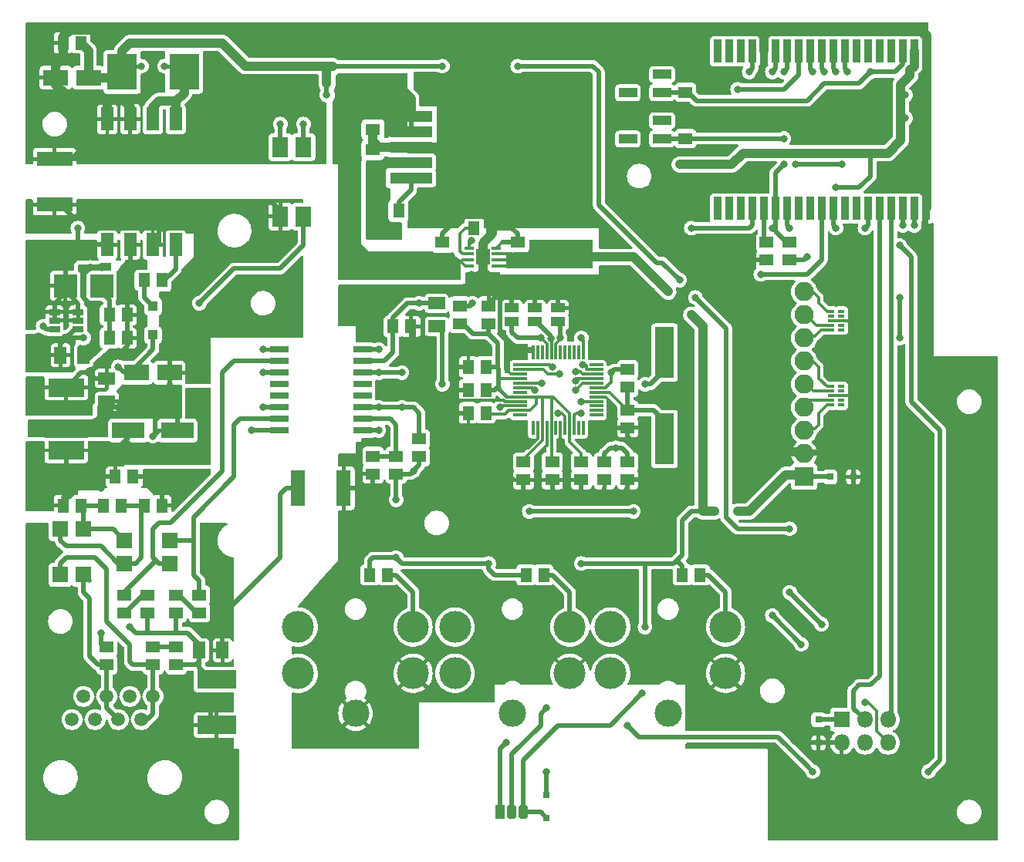
<source format=gtl>
G04 #@! TF.GenerationSoftware,KiCad,Pcbnew,7.0.9*
G04 #@! TF.CreationDate,2023-12-25T16:07:17+01:00*
G04 #@! TF.ProjectId,wall-mounted-room-temperature-sensor-ethernet,77616c6c-2d6d-46f7-956e-7465642d726f,v1.0*
G04 #@! TF.SameCoordinates,Original*
G04 #@! TF.FileFunction,Copper,L1,Top*
G04 #@! TF.FilePolarity,Positive*
%FSLAX46Y46*%
G04 Gerber Fmt 4.6, Leading zero omitted, Abs format (unit mm)*
G04 Created by KiCad (PCBNEW 7.0.9) date 2023-12-25 16:07:17*
%MOMM*%
%LPD*%
G01*
G04 APERTURE LIST*
G04 Aperture macros list*
%AMRoundRect*
0 Rectangle with rounded corners*
0 $1 Rounding radius*
0 $2 $3 $4 $5 $6 $7 $8 $9 X,Y pos of 4 corners*
0 Add a 4 corners polygon primitive as box body*
4,1,4,$2,$3,$4,$5,$6,$7,$8,$9,$2,$3,0*
0 Add four circle primitives for the rounded corners*
1,1,$1+$1,$2,$3*
1,1,$1+$1,$4,$5*
1,1,$1+$1,$6,$7*
1,1,$1+$1,$8,$9*
0 Add four rect primitives between the rounded corners*
20,1,$1+$1,$2,$3,$4,$5,0*
20,1,$1+$1,$4,$5,$6,$7,0*
20,1,$1+$1,$6,$7,$8,$9,0*
20,1,$1+$1,$8,$9,$2,$3,0*%
%AMOutline4P*
0 Free polygon, 4 corners , with rotation*
0 The origin of the aperture is its center*
0 number of corners: always 4*
0 $1 to $8 corner X, Y*
0 $9 Rotation angle, in degrees counterclockwise*
0 create outline with 4 corners*
4,1,4,$1,$2,$3,$4,$5,$6,$7,$8,$1,$2,$9*%
G04 Aperture macros list end*
G04 #@! TA.AperFunction,ComponentPad*
%ADD10R,1.050000X1.500000*%
G04 #@! TD*
G04 #@! TA.AperFunction,ComponentPad*
%ADD11RoundRect,0.262500X-0.262500X-0.487500X0.262500X-0.487500X0.262500X0.487500X-0.262500X0.487500X0*%
G04 #@! TD*
G04 #@! TA.AperFunction,SMDPad,CuDef*
%ADD12R,1.200000X0.700000*%
G04 #@! TD*
G04 #@! TA.AperFunction,SMDPad,CuDef*
%ADD13R,4.000000X2.000000*%
G04 #@! TD*
G04 #@! TA.AperFunction,SMDPad,CuDef*
%ADD14R,3.600000X1.800000*%
G04 #@! TD*
G04 #@! TA.AperFunction,SMDPad,CuDef*
%ADD15R,3.300000X4.000000*%
G04 #@! TD*
G04 #@! TA.AperFunction,SMDPad,CuDef*
%ADD16R,1.780000X2.200000*%
G04 #@! TD*
G04 #@! TA.AperFunction,SMDPad,CuDef*
%ADD17R,2.700000X1.800000*%
G04 #@! TD*
G04 #@! TA.AperFunction,SMDPad,CuDef*
%ADD18R,1.400000X2.500000*%
G04 #@! TD*
G04 #@! TA.AperFunction,SMDPad,CuDef*
%ADD19R,1.800000X1.800000*%
G04 #@! TD*
G04 #@! TA.AperFunction,SMDPad,CuDef*
%ADD20R,0.800000X0.300000*%
G04 #@! TD*
G04 #@! TA.AperFunction,SMDPad,CuDef*
%ADD21R,4.000000X1.600000*%
G04 #@! TD*
G04 #@! TA.AperFunction,SMDPad,CuDef*
%ADD22R,1.600000X4.000000*%
G04 #@! TD*
G04 #@! TA.AperFunction,SMDPad,CuDef*
%ADD23R,4.200000X2.000000*%
G04 #@! TD*
G04 #@! TA.AperFunction,ComponentPad*
%ADD24C,3.500000*%
G04 #@! TD*
G04 #@! TA.AperFunction,ComponentPad*
%ADD25C,3.000000*%
G04 #@! TD*
G04 #@! TA.AperFunction,ComponentPad*
%ADD26R,1.800000X1.800000*%
G04 #@! TD*
G04 #@! TA.AperFunction,ComponentPad*
%ADD27O,1.800000X1.800000*%
G04 #@! TD*
G04 #@! TA.AperFunction,ComponentPad*
%ADD28R,2.100000X2.100000*%
G04 #@! TD*
G04 #@! TA.AperFunction,ComponentPad*
%ADD29O,2.100000X2.100000*%
G04 #@! TD*
G04 #@! TA.AperFunction,SMDPad,CuDef*
%ADD30R,2.000000X0.800000*%
G04 #@! TD*
G04 #@! TA.AperFunction,SMDPad,CuDef*
%ADD31R,2.100000X5.600000*%
G04 #@! TD*
G04 #@! TA.AperFunction,SMDPad,CuDef*
%ADD32R,4.100000X4.100000*%
G04 #@! TD*
G04 #@! TA.AperFunction,SMDPad,CuDef*
%ADD33R,0.900000X2.500000*%
G04 #@! TD*
G04 #@! TA.AperFunction,SMDPad,CuDef*
%ADD34R,1.500000X0.300000*%
G04 #@! TD*
G04 #@! TA.AperFunction,SMDPad,CuDef*
%ADD35R,0.300000X1.500000*%
G04 #@! TD*
G04 #@! TA.AperFunction,SMDPad,CuDef*
%ADD36R,1.500000X1.750000*%
G04 #@! TD*
G04 #@! TA.AperFunction,SMDPad,CuDef*
%ADD37R,1.000000X0.310000*%
G04 #@! TD*
G04 #@! TA.AperFunction,SMDPad,CuDef*
%ADD38R,4.600000X1.250000*%
G04 #@! TD*
G04 #@! TA.AperFunction,SMDPad,CuDef*
%ADD39R,9.400000X10.800000*%
G04 #@! TD*
G04 #@! TA.AperFunction,SMDPad,CuDef*
%ADD40R,1.500000X1.300000*%
G04 #@! TD*
G04 #@! TA.AperFunction,SMDPad,CuDef*
%ADD41R,1.300000X1.500000*%
G04 #@! TD*
G04 #@! TA.AperFunction,SMDPad,CuDef*
%ADD42R,0.800000X0.800000*%
G04 #@! TD*
G04 #@! TA.AperFunction,SMDPad,CuDef*
%ADD43R,1.100000X1.100000*%
G04 #@! TD*
G04 #@! TA.AperFunction,SMDPad,CuDef*
%ADD44R,2.500000X2.500000*%
G04 #@! TD*
G04 #@! TA.AperFunction,SMDPad,CuDef*
%ADD45R,1.500000X1.000000*%
G04 #@! TD*
G04 #@! TA.AperFunction,SMDPad,CuDef*
%ADD46Outline4P,-0.650000X-0.900000X0.650000X-0.900000X0.650000X0.900000X-0.650000X0.900000X90.000000*%
G04 #@! TD*
G04 #@! TA.AperFunction,SMDPad,CuDef*
%ADD47Outline4P,-0.650000X-0.900000X0.650000X-0.900000X0.650000X0.900000X-0.650000X0.900000X0.000000*%
G04 #@! TD*
G04 #@! TA.AperFunction,SMDPad,CuDef*
%ADD48R,2.000000X1.000000*%
G04 #@! TD*
G04 #@! TA.AperFunction,SMDPad,CuDef*
%ADD49Outline4P,-0.650000X-0.900000X0.650000X-0.900000X0.650000X0.900000X-0.650000X0.900000X270.000000*%
G04 #@! TD*
G04 #@! TA.AperFunction,ComponentPad*
%ADD50C,1.500000*%
G04 #@! TD*
G04 #@! TA.AperFunction,ViaPad*
%ADD51C,0.800000*%
G04 #@! TD*
G04 #@! TA.AperFunction,Conductor*
%ADD52C,0.500000*%
G04 #@! TD*
G04 #@! TA.AperFunction,Conductor*
%ADD53C,0.450000*%
G04 #@! TD*
G04 #@! TA.AperFunction,Conductor*
%ADD54C,1.000000*%
G04 #@! TD*
G04 #@! TA.AperFunction,Conductor*
%ADD55C,0.370000*%
G04 #@! TD*
G04 #@! TA.AperFunction,Conductor*
%ADD56C,0.300000*%
G04 #@! TD*
G04 #@! TA.AperFunction,Conductor*
%ADD57C,0.200000*%
G04 #@! TD*
G04 #@! TA.AperFunction,Conductor*
%ADD58C,0.250000*%
G04 #@! TD*
G04 APERTURE END LIST*
D10*
X90170000Y-155575000D03*
D11*
X91440000Y-155575000D03*
X92710000Y-155575000D03*
D12*
X41245000Y-100650000D03*
X41245000Y-101600000D03*
X41245000Y-102550000D03*
X43845000Y-102550000D03*
X43845000Y-101600000D03*
X43845000Y-100650000D03*
D13*
X42545000Y-115845000D03*
X42545000Y-108945000D03*
D14*
X49370000Y-113665000D03*
X54770000Y-113665000D03*
D15*
X48670000Y-74295000D03*
X55470000Y-74295000D03*
D16*
X68580000Y-82550000D03*
X66040000Y-82550000D03*
X66040000Y-90170000D03*
X68580000Y-90170000D03*
D17*
X44980000Y-74930000D03*
X41380000Y-74930000D03*
X50270000Y-107315000D03*
X53870000Y-107315000D03*
D18*
X54550000Y-93250000D03*
X52050000Y-93250000D03*
X49550000Y-93250000D03*
X47050000Y-93250000D03*
X47050000Y-79470000D03*
X49550000Y-79470000D03*
X52050000Y-79470000D03*
X54550000Y-79470000D03*
D19*
X48935000Y-125730000D03*
X48935000Y-128270000D03*
X53935000Y-128270000D03*
X53935000Y-125730000D03*
X44450000Y-124500000D03*
X41910000Y-124500000D03*
X41910000Y-129500000D03*
X44450000Y-129500000D03*
D20*
X126460000Y-100600000D03*
X126460000Y-101100000D03*
X126460000Y-101600000D03*
X126460000Y-102100000D03*
X126460000Y-102600000D03*
X127540000Y-102600000D03*
X127540000Y-102100000D03*
X127540000Y-101600000D03*
X127540000Y-101100000D03*
X127540000Y-100600000D03*
X126460000Y-108855000D03*
X126460000Y-109355000D03*
X126460000Y-109855000D03*
X126460000Y-110355000D03*
X126460000Y-110855000D03*
X127540000Y-110855000D03*
X127540000Y-110355000D03*
X127540000Y-109855000D03*
X127540000Y-109355000D03*
X127540000Y-108855000D03*
D21*
X41275000Y-88860000D03*
X41275000Y-83860000D03*
D22*
X67985000Y-120015000D03*
X72985000Y-120015000D03*
D23*
X59055000Y-141010000D03*
X59055000Y-146010000D03*
D24*
X114885000Y-140345000D03*
X102285000Y-140345000D03*
X114885000Y-135245000D03*
X102285000Y-135245000D03*
D25*
X108585000Y-144745000D03*
D24*
X97800000Y-140345000D03*
X85200000Y-140345000D03*
X97800000Y-135245000D03*
X85200000Y-135245000D03*
D25*
X91500000Y-144745000D03*
D24*
X80595000Y-140345000D03*
X67995000Y-140345000D03*
X80595000Y-135245000D03*
X67995000Y-135245000D03*
D25*
X74295000Y-144745000D03*
D26*
X127635000Y-145415000D03*
D27*
X127635000Y-147955000D03*
X130175000Y-145415000D03*
X130175000Y-147955000D03*
X132715000Y-145415000D03*
X132715000Y-147955000D03*
D28*
X123515000Y-118745000D03*
D29*
X123515000Y-116205000D03*
X123515000Y-113665000D03*
X123515000Y-111125000D03*
X123515000Y-108585000D03*
X123515000Y-106045000D03*
X123515000Y-103505000D03*
X123515000Y-100965000D03*
X123515000Y-98425000D03*
D30*
X65913000Y-113665000D03*
X65913000Y-112395000D03*
X65913000Y-111125000D03*
X65913000Y-109855000D03*
X65913000Y-108585000D03*
X65913000Y-107315000D03*
X65913000Y-106045000D03*
X65913000Y-104775000D03*
X75057000Y-104775000D03*
X75057000Y-106045000D03*
X75057000Y-107315000D03*
X75057000Y-108585000D03*
X75057000Y-109855000D03*
X75057000Y-111125000D03*
X75057000Y-112395000D03*
X75057000Y-113665000D03*
D31*
X108204000Y-105105000D03*
X108204000Y-114605000D03*
D32*
X129175000Y-79145000D03*
D33*
X136870000Y-89270000D03*
X135600000Y-89270000D03*
X134330000Y-89270000D03*
X133060000Y-89270000D03*
X131790000Y-89270000D03*
X130520000Y-89270000D03*
X129250000Y-89270000D03*
X127980000Y-89270000D03*
X126710000Y-89270000D03*
X125440000Y-89270000D03*
X124170000Y-89270000D03*
X122900000Y-89270000D03*
X121630000Y-89270000D03*
X120360000Y-89281000D03*
X119090000Y-89270000D03*
X117820000Y-89270000D03*
X116550000Y-89281000D03*
X115280000Y-89281000D03*
X114010000Y-89281000D03*
X114010000Y-72009000D03*
X115280000Y-72009000D03*
X116550000Y-72009000D03*
X117820000Y-72020000D03*
X119090000Y-72020000D03*
X120360000Y-72020000D03*
X121630000Y-72020000D03*
X122900000Y-72020000D03*
X124170000Y-72020000D03*
X125440000Y-72020000D03*
X126710000Y-72020000D03*
X127980000Y-72020000D03*
X129250000Y-72020000D03*
X130520000Y-72020000D03*
X131790000Y-72020000D03*
X133060000Y-72020000D03*
X134330000Y-72020000D03*
X135600000Y-72020000D03*
X136870000Y-72020000D03*
D34*
X92357500Y-106470000D03*
X92357500Y-106970000D03*
X92357500Y-107470000D03*
X92357500Y-107970000D03*
X92357500Y-108470000D03*
X92357500Y-108970000D03*
X92357500Y-109470000D03*
X92357500Y-109970000D03*
X92357500Y-110470000D03*
X92357500Y-110970000D03*
X92357500Y-111470000D03*
X92357500Y-111970000D03*
D35*
X93770000Y-113382500D03*
X94270000Y-113382500D03*
X94770000Y-113382500D03*
X95270000Y-113382500D03*
X95770000Y-113382500D03*
X96270000Y-113382500D03*
X96770000Y-113382500D03*
X97270000Y-113382500D03*
X97770000Y-113382500D03*
X98270000Y-113382500D03*
X98770000Y-113382500D03*
X99270000Y-113382500D03*
D34*
X100682500Y-111970000D03*
X100682500Y-111470000D03*
X100682500Y-110970000D03*
X100682500Y-110470000D03*
X100682500Y-109970000D03*
X100682500Y-109470000D03*
X100682500Y-108970000D03*
X100682500Y-108470000D03*
X100682500Y-107970000D03*
X100682500Y-107470000D03*
X100682500Y-106970000D03*
X100682500Y-106470000D03*
D35*
X99270000Y-105057500D03*
X98770000Y-105057500D03*
X98270000Y-105057500D03*
X97770000Y-105057500D03*
X97270000Y-105057500D03*
X96770000Y-105057500D03*
X96270000Y-105057500D03*
X95770000Y-105057500D03*
X95270000Y-105057500D03*
X94770000Y-105057500D03*
X94270000Y-105057500D03*
X93770000Y-105057500D03*
D36*
X88265000Y-94615000D03*
D37*
X86779100Y-95590000D03*
X86779100Y-94940000D03*
X86779100Y-94290000D03*
X86779100Y-93640000D03*
X89750900Y-93640000D03*
X89750900Y-94290000D03*
X89750900Y-94940000D03*
X89750900Y-95590000D03*
D38*
X80385000Y-85950000D03*
X80385000Y-84250000D03*
D39*
X89535000Y-82550000D03*
D38*
X80385000Y-82550000D03*
X80385000Y-80850000D03*
X80385000Y-79150000D03*
D40*
X104140000Y-111425000D03*
X104140000Y-113365000D03*
D41*
X78405000Y-102235000D03*
X80345000Y-102235000D03*
D40*
X101600000Y-117140000D03*
X101600000Y-119080000D03*
X76200000Y-116505000D03*
X76200000Y-118445000D03*
X104140000Y-117140000D03*
X104140000Y-119080000D03*
X76200000Y-78705000D03*
X76200000Y-80645000D03*
X83820000Y-94950000D03*
X83820000Y-93010000D03*
D41*
X87295000Y-91440000D03*
X89235000Y-91440000D03*
X79040000Y-89535000D03*
X80980000Y-89535000D03*
D40*
X76200000Y-84790000D03*
X76200000Y-82850000D03*
X92075000Y-94950000D03*
X92075000Y-93010000D03*
X92710000Y-117140000D03*
X92710000Y-119080000D03*
X99060000Y-117140000D03*
X99060000Y-119080000D03*
D41*
X88600000Y-109220000D03*
X86660000Y-109220000D03*
X49230000Y-100965000D03*
X47290000Y-100965000D03*
X88600000Y-111760000D03*
X86660000Y-111760000D03*
X88600000Y-106680000D03*
X86660000Y-106680000D03*
D40*
X95885000Y-117140000D03*
X95885000Y-119080000D03*
X88900000Y-101935000D03*
X88900000Y-99995000D03*
X110490000Y-76535000D03*
X110490000Y-74595000D03*
X110490000Y-81615000D03*
X110490000Y-79675000D03*
X48895000Y-131745000D03*
X48895000Y-133685000D03*
X57150000Y-131745000D03*
X57150000Y-133685000D03*
D41*
X47925000Y-118745000D03*
X49865000Y-118745000D03*
X46655000Y-121920000D03*
X48595000Y-121920000D03*
D40*
X52070000Y-139400000D03*
X52070000Y-137460000D03*
D41*
X42210000Y-71120000D03*
X44150000Y-71120000D03*
D40*
X46990000Y-139400000D03*
X46990000Y-137460000D03*
X85725000Y-99995000D03*
X85725000Y-101935000D03*
X104140000Y-106980000D03*
X104140000Y-108920000D03*
X81280000Y-116540000D03*
X81280000Y-114600000D03*
X78740000Y-118445000D03*
X78740000Y-116505000D03*
D41*
X49230000Y-103505000D03*
X47290000Y-103505000D03*
X51100000Y-97155000D03*
X53040000Y-97155000D03*
D40*
X121920000Y-94950000D03*
X121920000Y-93010000D03*
D41*
X110155000Y-129540000D03*
X112095000Y-129540000D03*
X93010000Y-129540000D03*
X94950000Y-129540000D03*
X75865000Y-129540000D03*
X77805000Y-129540000D03*
X44150000Y-121920000D03*
X42210000Y-121920000D03*
X51100000Y-121920000D03*
X53040000Y-121920000D03*
D40*
X119380000Y-93010000D03*
X119380000Y-94950000D03*
X51435000Y-131745000D03*
X51435000Y-133685000D03*
X54610000Y-131745000D03*
X54610000Y-133685000D03*
X54610000Y-137460000D03*
X54610000Y-139400000D03*
D42*
X73660000Y-75565000D03*
X71120000Y-75565000D03*
D43*
X52070000Y-103175000D03*
X52070000Y-100025000D03*
D44*
X46450000Y-97790000D03*
X42450000Y-97790000D03*
D42*
X125095000Y-145415000D03*
X125095000Y-147955000D03*
X126365000Y-118745000D03*
X128905000Y-118745000D03*
D45*
X93980000Y-101727000D03*
X93980000Y-100203000D03*
X91440000Y-101727000D03*
X91440000Y-100203000D03*
D46*
X83185000Y-102235000D03*
X83185000Y-99695000D03*
D47*
X41910000Y-105410000D03*
X44450000Y-105410000D03*
D48*
X107920000Y-76565000D03*
X104170000Y-76565000D03*
X107920000Y-74565000D03*
X104170000Y-74565000D03*
X107920000Y-81645000D03*
X104170000Y-81645000D03*
X107920000Y-79645000D03*
X104170000Y-79645000D03*
D47*
X57150000Y-137795000D03*
X59690000Y-137795000D03*
D49*
X46990000Y-107950000D03*
X46990000Y-110490000D03*
D45*
X96520000Y-101727000D03*
X96520000Y-100203000D03*
D42*
X95250000Y-156210000D03*
X95250000Y-153670000D03*
D50*
X52071000Y-142875000D03*
X50801000Y-145415000D03*
X49531000Y-142875000D03*
X48261000Y-145415000D03*
X46991000Y-142875000D03*
X45721000Y-145415000D03*
X44451000Y-142875000D03*
X43181000Y-145415000D03*
D51*
X106045000Y-108585000D03*
X95885000Y-88265000D03*
X99060000Y-76835000D03*
X99060000Y-80645000D03*
X99060000Y-84455000D03*
X99060000Y-88265000D03*
X137160000Y-156845000D03*
X121285000Y-156845000D03*
X142875000Y-132080000D03*
X130175000Y-114935000D03*
X46990000Y-83185000D03*
X59690000Y-83185000D03*
X89535000Y-70485000D03*
X39370000Y-81915000D03*
X142875000Y-115570000D03*
X120015000Y-137795000D03*
X125730000Y-127635000D03*
X72390000Y-130175000D03*
X86995000Y-96520000D03*
X136940001Y-82769999D03*
X88475001Y-92920001D03*
X130175000Y-139700000D03*
X39370000Y-70485000D03*
X99060000Y-120650000D03*
X88265000Y-117475000D03*
X109855000Y-95250000D03*
X102235000Y-111125000D03*
X69215000Y-146685000D03*
X95250000Y-151130000D03*
X95885000Y-76835000D03*
X106680000Y-98425000D03*
X76200000Y-120015000D03*
X105410000Y-99695000D03*
X136940001Y-76419999D03*
X123190000Y-145415000D03*
X105410000Y-70485000D03*
X59830001Y-69709999D03*
X88910332Y-104764668D03*
X95885000Y-84455000D03*
X118530000Y-115990000D03*
X91440000Y-104775000D03*
X80645000Y-109220000D03*
X142875000Y-150495000D03*
X95885000Y-80645000D03*
X89662000Y-97155000D03*
X111125000Y-95250000D03*
X85090000Y-109220000D03*
X95885000Y-120650000D03*
X78740000Y-146685000D03*
X83820000Y-96520000D03*
X73660000Y-95885000D03*
X73660000Y-78740000D03*
X73660000Y-81280000D03*
X76200000Y-76200000D03*
X81580000Y-94950000D03*
X85205000Y-95135000D03*
X77470000Y-76200000D03*
X77470000Y-96520000D03*
X86995000Y-92790002D03*
X81280000Y-99695000D03*
X117475000Y-122555000D03*
X113665000Y-122555000D03*
X111125000Y-100965000D03*
X112395000Y-122555000D03*
X116205000Y-122555000D03*
X97155000Y-94615000D03*
X106045000Y-135255000D03*
X87122000Y-99695000D03*
X102870000Y-115570000D03*
X78740000Y-121285000D03*
X99060000Y-110490000D03*
X80645000Y-118110000D03*
X99060000Y-94615000D03*
X88900000Y-128270000D03*
X99060000Y-128270000D03*
X78740000Y-127635000D03*
X108585000Y-98425000D03*
X94615000Y-94615000D03*
X105745000Y-142540000D03*
X57150000Y-111125000D03*
X57150000Y-109855000D03*
X39370000Y-118745000D03*
X57150000Y-112395000D03*
X46355000Y-120015000D03*
X42210000Y-120315000D03*
X54610000Y-118745000D03*
X55880000Y-118745000D03*
X57150000Y-118745000D03*
X83820000Y-108585000D03*
X79375000Y-107315000D03*
X76835000Y-107315000D03*
X76835000Y-104775000D03*
X99060000Y-111760000D03*
X96520000Y-111760000D03*
X76200000Y-87630000D03*
X127000000Y-86995000D03*
X76835000Y-90805000D03*
X123825000Y-94615000D03*
X109855000Y-84455000D03*
X76200000Y-86360000D03*
X134620000Y-79375000D03*
X135128000Y-74114999D03*
X134620000Y-76835000D03*
X52070000Y-109093000D03*
X54610000Y-90170000D03*
X48895000Y-90170000D03*
X46482000Y-95758000D03*
X48260000Y-111125000D03*
X45593000Y-101600000D03*
X66040000Y-93345000D03*
X52070000Y-114300000D03*
X53870000Y-108690000D03*
X45720000Y-91440000D03*
X45593000Y-100330000D03*
X45466000Y-113792000D03*
X67310000Y-100965000D03*
X53870000Y-100330000D03*
X45212000Y-95758000D03*
X57150000Y-99695000D03*
X48260000Y-106680000D03*
X42545000Y-111125000D03*
X39370000Y-109220000D03*
X39370000Y-156845000D03*
X58420000Y-144145000D03*
X59690000Y-135890000D03*
X39370000Y-139700000D03*
X56515000Y-156845000D03*
X57785000Y-127635000D03*
X39370000Y-127635000D03*
X49530000Y-135255000D03*
X46355000Y-135890000D03*
X66040000Y-80010000D03*
X83820000Y-73660000D03*
X50800000Y-73660000D03*
X71120000Y-76835000D03*
X130175000Y-143510000D03*
X130810000Y-74295000D03*
X123190000Y-137160000D03*
X120015000Y-133985000D03*
X121285000Y-84455000D03*
X120015000Y-91440000D03*
X121285000Y-81615000D03*
X128270000Y-74295000D03*
X127000000Y-74295000D03*
X125730000Y-74295000D03*
X93345000Y-122555000D03*
X104775000Y-122555000D03*
X76835000Y-113665000D03*
X79375000Y-111125000D03*
X76835000Y-111125000D03*
X109855000Y-97155000D03*
X125412500Y-134937500D03*
X92075000Y-73660000D03*
X111570000Y-99060000D03*
X121920000Y-131445000D03*
X121920000Y-124460000D03*
X127000000Y-91440000D03*
X130175000Y-91440000D03*
X121920000Y-91440000D03*
X118745000Y-96520000D03*
X134330000Y-91150000D03*
X133985000Y-103505000D03*
X133985000Y-99060000D03*
X135600000Y-91150000D03*
X64135000Y-107315000D03*
X64135000Y-111125000D03*
X64135000Y-104775000D03*
X62865000Y-113665000D03*
X43815000Y-91440000D03*
X53340000Y-73660000D03*
X96635001Y-107430001D03*
X95885000Y-106680000D03*
X93980000Y-109220000D03*
X94730000Y-108470000D03*
X116205000Y-76200000D03*
X99060000Y-103505000D03*
X68580000Y-80010000D03*
X137160000Y-151130000D03*
X133985000Y-93345000D03*
X104140000Y-146050000D03*
X124460000Y-151130000D03*
X127635000Y-84455000D03*
X124460000Y-74295000D03*
X122555000Y-84455000D03*
X121285000Y-74295000D03*
X98394671Y-108189668D03*
X98425000Y-107188000D03*
X120015000Y-74295000D03*
X117475000Y-74295000D03*
X99187000Y-106426000D03*
X111125000Y-91440000D03*
X98425000Y-109220000D03*
X90805000Y-147955000D03*
X95250000Y-144145000D03*
X94615000Y-103505000D03*
X95725178Y-103554517D03*
X96723245Y-103492338D03*
X40005000Y-102235000D03*
X44450000Y-103505000D03*
X39370000Y-106680000D03*
X39370000Y-104902000D03*
X102350000Y-107315000D03*
X90170000Y-111125000D03*
D52*
X78740000Y-121285000D02*
X78740000Y-118445000D01*
X76200000Y-116505000D02*
X78740000Y-116505000D01*
X80310000Y-118445000D02*
X80645000Y-118110000D01*
X78740000Y-118445000D02*
X80310000Y-118445000D01*
X76200000Y-120015000D02*
X76200000Y-118445000D01*
D53*
X44450000Y-122220000D02*
X44150000Y-121920000D01*
D52*
X47705000Y-124500000D02*
X48935000Y-125730000D01*
X44450000Y-124500000D02*
X44450000Y-122220000D01*
X44150000Y-121920000D02*
X46655000Y-121920000D01*
X44450000Y-124500000D02*
X47705000Y-124500000D01*
X48935000Y-128270000D02*
X50165000Y-128270000D01*
D53*
X48935000Y-128270000D02*
X48260000Y-128270000D01*
D52*
X48260000Y-128270000D02*
X46355000Y-126365000D01*
X41910000Y-125730000D02*
X41910000Y-124500000D01*
X42545000Y-126365000D02*
X41910000Y-125730000D01*
D53*
X50800000Y-122220000D02*
X51100000Y-121920000D01*
D52*
X50800000Y-127635000D02*
X50800000Y-122220000D01*
X50165000Y-128270000D02*
X50800000Y-127635000D01*
X46355000Y-126365000D02*
X42545000Y-126365000D01*
X48595000Y-121920000D02*
X51100000Y-121920000D01*
X106045000Y-108585000D02*
X106680000Y-108585000D01*
X106680000Y-108585000D02*
X107950000Y-107315000D01*
D53*
X107950000Y-107315000D02*
X107950000Y-105105000D01*
D54*
X88900000Y-97155000D02*
X88900000Y-97155000D01*
X88475001Y-92920001D02*
X89235000Y-92160002D01*
X62865000Y-71755000D02*
X85090000Y-71755000D01*
D52*
X128905000Y-114935000D02*
X128905000Y-116205000D01*
D54*
X76200000Y-81915000D02*
X76200000Y-80645000D01*
D52*
X85725000Y-90170000D02*
X88900000Y-90170000D01*
D54*
X88265000Y-71755000D02*
X89535000Y-71755000D01*
D52*
X123190000Y-139700000D02*
X126682500Y-136207500D01*
X99060000Y-120650000D02*
X101600000Y-120650000D01*
D54*
X111125000Y-95250000D02*
X117475000Y-101600000D01*
D52*
X93980000Y-100203000D02*
X93980000Y-99060000D01*
X104140000Y-114300000D02*
X106045000Y-116205000D01*
X85090000Y-110490000D02*
X85090000Y-111760000D01*
X85090000Y-109220000D02*
X85090000Y-110490000D01*
X104170000Y-74565000D02*
X102505000Y-74565000D01*
D54*
X89235000Y-92160002D02*
X89235000Y-91440000D01*
X42210000Y-71120000D02*
X42210000Y-70399998D01*
D52*
X89535000Y-99060000D02*
X90170000Y-99060000D01*
D55*
X89235000Y-91105000D02*
X89235000Y-91440000D01*
D53*
X101600000Y-119080000D02*
X101600000Y-120015000D01*
D54*
X136940001Y-73440001D02*
X136940001Y-72090001D01*
X49550000Y-78125000D02*
X48835000Y-77410000D01*
X89535000Y-91140000D02*
X89235000Y-91440000D01*
X45900001Y-69669999D02*
X46809999Y-69669999D01*
D56*
X126460000Y-109855000D02*
X127540000Y-109855000D01*
D52*
X102235000Y-111125000D02*
X102235000Y-113030000D01*
X83820000Y-93010000D02*
X83820000Y-92075000D01*
X104170000Y-79645000D02*
X102479613Y-79645000D01*
X128905000Y-127635000D02*
X128905000Y-120015000D01*
X90805000Y-106967500D02*
X90805000Y-104775000D01*
X86660000Y-109220000D02*
X85090000Y-109220000D01*
X90170000Y-102870000D02*
X90170000Y-100330000D01*
X72985000Y-120015000D02*
X76200000Y-120015000D01*
D54*
X45900001Y-69669999D02*
X60779999Y-69669999D01*
D52*
X104170000Y-71785000D02*
X104140000Y-71755000D01*
D54*
X89535000Y-82550000D02*
X89535000Y-90170000D01*
D56*
X93487500Y-104775000D02*
X93770000Y-105057500D01*
D52*
X99060000Y-120650000D02*
X99060000Y-120015000D01*
D56*
X126460000Y-101600000D02*
X127540000Y-101600000D01*
D52*
X90170000Y-100330000D02*
X90170000Y-99060000D01*
X102479613Y-78349613D02*
X102479613Y-74539613D01*
X128905000Y-116205000D02*
X128905000Y-118745000D01*
D56*
X85205001Y-110374999D02*
X85090000Y-110490000D01*
D52*
X90805000Y-103505000D02*
X90170000Y-102870000D01*
D54*
X104775000Y-71755000D02*
X106045000Y-71755000D01*
X49550000Y-79470000D02*
X49550000Y-78125000D01*
D52*
X104140000Y-113365000D02*
X104140000Y-114300000D01*
X81044999Y-109619999D02*
X80645000Y-109220000D01*
D54*
X136940001Y-76419999D02*
X136940001Y-73440001D01*
X42210000Y-72725000D02*
X41380000Y-73555000D01*
X107950000Y-71755000D02*
X109855000Y-69850000D01*
D52*
X90805000Y-104775000D02*
X90805000Y-103505000D01*
X88900000Y-90170000D02*
X89535000Y-90170000D01*
D56*
X95270000Y-115316000D02*
X95250000Y-115316000D01*
D52*
X128905000Y-114935000D02*
X128905000Y-109855000D01*
X80980000Y-89535000D02*
X82550000Y-89535000D01*
D56*
X95270000Y-113382500D02*
X95270000Y-115316000D01*
D54*
X136940001Y-70265001D02*
X136940001Y-73440001D01*
D52*
X116540000Y-94950000D02*
X115570000Y-93980000D01*
X123190000Y-147320000D02*
X123190000Y-139700000D01*
D54*
X102870000Y-97155000D02*
X88900000Y-97155000D01*
D52*
X85090000Y-111760000D02*
X85090000Y-114300000D01*
D54*
X42545000Y-76835000D02*
X43180000Y-76835000D01*
D56*
X102235000Y-110472500D02*
X102235000Y-111125000D01*
X94234000Y-116332000D02*
X94234000Y-120650000D01*
D54*
X136940001Y-82769999D02*
X136940001Y-76419999D01*
X41380000Y-74930000D02*
X41380000Y-75670000D01*
D56*
X92357500Y-110470000D02*
X90625002Y-110470000D01*
D54*
X136940001Y-89199999D02*
X136940001Y-82769999D01*
D52*
X106045000Y-118375000D02*
X105340000Y-119080000D01*
D53*
X96520000Y-100203000D02*
X96520000Y-99695000D01*
D52*
X101600000Y-120650000D02*
X103505000Y-120650000D01*
D54*
X48835000Y-77410000D02*
X48200000Y-77410000D01*
D52*
X105340000Y-119080000D02*
X104140000Y-119080000D01*
X94615000Y-120650000D02*
X97790000Y-120650000D01*
D54*
X42210000Y-71120000D02*
X42210000Y-72725000D01*
X88265000Y-96520000D02*
X88265000Y-94615000D01*
X76835000Y-82550000D02*
X76200000Y-81915000D01*
D52*
X110490000Y-79675000D02*
X110490000Y-79375000D01*
X45190000Y-81810000D02*
X45190000Y-77365000D01*
X128905000Y-133985000D02*
X128905000Y-127635000D01*
X126682500Y-136207500D02*
X128905000Y-133985000D01*
D53*
X119090000Y-70195000D02*
X118745000Y-69850000D01*
D54*
X89535000Y-71755000D02*
X101600000Y-71755000D01*
X80385000Y-82550000D02*
X89535000Y-82550000D01*
D53*
X86995000Y-85090000D02*
X89535000Y-82550000D01*
D52*
X109464613Y-78349613D02*
X102479613Y-78349613D01*
X80645000Y-109220000D02*
X80645000Y-102535000D01*
D56*
X89750900Y-93631599D02*
X90372499Y-93010000D01*
D54*
X47565000Y-77410000D02*
X47050000Y-77410000D01*
D56*
X100682500Y-109970000D02*
X101732500Y-109970000D01*
D54*
X42939999Y-69669999D02*
X45900001Y-69669999D01*
D52*
X88900000Y-99695000D02*
X89535000Y-99060000D01*
X43140000Y-83860000D02*
X45190000Y-81810000D01*
D56*
X101732500Y-109970000D02*
X102235000Y-110472500D01*
D52*
X95250000Y-151130000D02*
X95250000Y-153035000D01*
X92075000Y-93010000D02*
X90372499Y-93010000D01*
X96520000Y-99060000D02*
X97790000Y-99060000D01*
D54*
X85090000Y-71755000D02*
X86995000Y-71755000D01*
X60779999Y-69669999D02*
X62865000Y-71755000D01*
D52*
X86370332Y-104764668D02*
X85090000Y-106045000D01*
X102505000Y-74565000D02*
X102479613Y-74539613D01*
X91440000Y-100203000D02*
X91440000Y-99060000D01*
D56*
X91775000Y-119080000D02*
X91440000Y-118745000D01*
X104140000Y-119080000D02*
X104140000Y-119380000D01*
D54*
X110490000Y-69850000D02*
X118745000Y-69850000D01*
D56*
X90625002Y-110470000D02*
X90530001Y-110374999D01*
D52*
X102570000Y-113365000D02*
X102235000Y-113030000D01*
X92075000Y-92075000D02*
X92075000Y-93010000D01*
X123515000Y-115990000D02*
X128690000Y-115990000D01*
X95885000Y-120650000D02*
X95885000Y-120015000D01*
X110490000Y-74595000D02*
X110490000Y-69850000D01*
X85090000Y-114300000D02*
X85725000Y-114935000D01*
D54*
X43180000Y-76835000D02*
X43755000Y-77410000D01*
D52*
X84690001Y-109619999D02*
X81044999Y-109619999D01*
X97790000Y-99060000D02*
X98425000Y-98425000D01*
X127635000Y-147955000D02*
X125095000Y-147955000D01*
X88910332Y-104764668D02*
X86370332Y-104764668D01*
D54*
X48200000Y-77410000D02*
X47565000Y-77410000D01*
D52*
X91440000Y-120650000D02*
X92710000Y-120650000D01*
D53*
X103900000Y-79375000D02*
X104170000Y-79645000D01*
D54*
X88265000Y-93130002D02*
X88475001Y-92920001D01*
D56*
X92710000Y-119080000D02*
X91775000Y-119080000D01*
D52*
X96520000Y-100203000D02*
X96520000Y-99060000D01*
D54*
X109855000Y-95250000D02*
X111125000Y-95250000D01*
D52*
X119380000Y-94950000D02*
X116540000Y-94950000D01*
X41910000Y-83860000D02*
X43140000Y-83860000D01*
X110490000Y-79375000D02*
X109464613Y-78349613D01*
D53*
X89235000Y-91440000D02*
X89235000Y-90505000D01*
D54*
X41380000Y-73555000D02*
X41380000Y-74930000D01*
X136525000Y-69850000D02*
X136940001Y-70265001D01*
X119090000Y-70140000D02*
X119380000Y-69850000D01*
D52*
X89235000Y-91440000D02*
X91440000Y-91440000D01*
D54*
X42210000Y-70399998D02*
X42939999Y-69669999D01*
X136870000Y-70195000D02*
X136525000Y-69850000D01*
D56*
X89750900Y-93640000D02*
X89750900Y-93631599D01*
D52*
X125095000Y-147955000D02*
X123825000Y-147955000D01*
D54*
X118530000Y-115990000D02*
X118530000Y-115990000D01*
X89535000Y-82550000D02*
X89535000Y-77470000D01*
D56*
X97536000Y-118745000D02*
X97536000Y-120650000D01*
D52*
X102479613Y-85334613D02*
X102479613Y-79645000D01*
D54*
X89535000Y-82550000D02*
X89535000Y-71755000D01*
D56*
X128270000Y-101600000D02*
X128905000Y-102235000D01*
X97536000Y-116205000D02*
X97536000Y-118745000D01*
D53*
X89535000Y-82550000D02*
X92075000Y-82550000D01*
D52*
X90170000Y-99060000D02*
X91440000Y-99060000D01*
D54*
X117475000Y-101600000D02*
X117475000Y-114935000D01*
D52*
X86660000Y-111760000D02*
X85090000Y-111760000D01*
X107950000Y-93980000D02*
X102479613Y-88509613D01*
X85090000Y-109220000D02*
X84690001Y-109619999D01*
D54*
X105410000Y-99695000D02*
X102870000Y-97155000D01*
X109855000Y-69850000D02*
X110490000Y-69850000D01*
D56*
X127540000Y-101600000D02*
X128270000Y-101600000D01*
D52*
X95885000Y-119080000D02*
X95885000Y-120015000D01*
D56*
X91307500Y-107470000D02*
X90805000Y-106967500D01*
D52*
X104140000Y-113365000D02*
X102570000Y-113365000D01*
D56*
X93272880Y-115570000D02*
X94270000Y-114572880D01*
D52*
X101600000Y-120015000D02*
X101600000Y-120650000D01*
D56*
X96770000Y-113382500D02*
X96770000Y-115439000D01*
X127540000Y-109855000D02*
X128905000Y-109855000D01*
D54*
X47050000Y-79470000D02*
X47050000Y-77410000D01*
D53*
X96647000Y-100330000D02*
X96520000Y-100203000D01*
D54*
X86995000Y-71755000D02*
X88265000Y-71755000D01*
X117475000Y-114935000D02*
X118530000Y-115990000D01*
D52*
X123825000Y-147955000D02*
X123190000Y-147320000D01*
D54*
X47050000Y-77410000D02*
X45780000Y-77410000D01*
D52*
X128905000Y-119380000D02*
X128905000Y-118745000D01*
X92710000Y-120650000D02*
X94615000Y-120650000D01*
D56*
X96770000Y-115439000D02*
X97536000Y-116205000D01*
D52*
X98425000Y-98425000D02*
X98425000Y-97600000D01*
D53*
X42210000Y-71120000D02*
X41910000Y-71120000D01*
D56*
X92075000Y-115570000D02*
X93272880Y-115570000D01*
D52*
X91440000Y-99060000D02*
X93980000Y-99060000D01*
X85090000Y-106680000D02*
X85090000Y-109220000D01*
X93980000Y-99060000D02*
X95885000Y-99060000D01*
D54*
X88265000Y-94615000D02*
X88265000Y-93130002D01*
X89535000Y-90170000D02*
X89535000Y-91140000D01*
D56*
X91440000Y-116205000D02*
X92075000Y-115570000D01*
X90530001Y-110374999D02*
X85205001Y-110374999D01*
D52*
X102479613Y-79645000D02*
X102479613Y-78349613D01*
X88265000Y-117475000D02*
X85725000Y-114935000D01*
D54*
X80385000Y-82550000D02*
X76835000Y-82550000D01*
D52*
X102479613Y-88509613D02*
X102479613Y-85334613D01*
D54*
X101600000Y-71755000D02*
X102235000Y-71755000D01*
X41380000Y-75670000D02*
X42545000Y-76835000D01*
D52*
X83820000Y-92075000D02*
X85725000Y-90170000D01*
D54*
X76200000Y-82850000D02*
X76200000Y-81915000D01*
D52*
X85090000Y-106045000D02*
X85090000Y-106680000D01*
X91440000Y-91440000D02*
X92075000Y-92075000D01*
X102479613Y-74539613D02*
X102479613Y-71999613D01*
X128905000Y-120015000D02*
X128905000Y-119380000D01*
D54*
X105410000Y-99695000D02*
X106680000Y-98425000D01*
D52*
X106045000Y-116205000D02*
X106045000Y-118375000D01*
D53*
X136665001Y-72224999D02*
X136870000Y-72020000D01*
D54*
X104140000Y-71755000D02*
X104775000Y-71755000D01*
X119090000Y-72020000D02*
X119090000Y-70140000D01*
D52*
X95250000Y-153035000D02*
X95250000Y-153670000D01*
X103505000Y-120650000D02*
X104140000Y-120015000D01*
X97790000Y-120650000D02*
X99060000Y-120650000D01*
D53*
X136870000Y-72020000D02*
X136870000Y-73315000D01*
D54*
X136525000Y-69850000D02*
X119380000Y-69850000D01*
D52*
X88265000Y-117475000D02*
X91440000Y-120650000D01*
D55*
X89535000Y-90805000D02*
X89235000Y-91105000D01*
D52*
X86660000Y-106680000D02*
X85090000Y-106680000D01*
X128690000Y-115990000D02*
X128905000Y-116205000D01*
D54*
X123515000Y-115990000D02*
X118530000Y-115990000D01*
D56*
X95250000Y-115316000D02*
X94234000Y-116332000D01*
D54*
X106045000Y-71755000D02*
X107950000Y-71755000D01*
D52*
X90805000Y-104775000D02*
X93487500Y-104775000D01*
D54*
X88900000Y-97155000D02*
X88265000Y-96520000D01*
D52*
X99060000Y-119080000D02*
X99060000Y-120015000D01*
X128905000Y-109855000D02*
X128905000Y-102235000D01*
D54*
X41380000Y-75035000D02*
X41380000Y-74930000D01*
D53*
X86660000Y-106680000D02*
X86360000Y-106680000D01*
X80645000Y-102535000D02*
X80345000Y-102235000D01*
D54*
X45780000Y-77410000D02*
X43755000Y-77410000D01*
D52*
X92710000Y-119080000D02*
X92710000Y-120650000D01*
D54*
X102235000Y-71755000D02*
X104140000Y-71755000D01*
D52*
X95885000Y-99060000D02*
X96520000Y-99060000D01*
X104140000Y-120015000D02*
X104140000Y-119080000D01*
X115570000Y-93980000D02*
X107950000Y-93980000D01*
D56*
X91440000Y-118745000D02*
X91440000Y-116205000D01*
D54*
X118745000Y-69850000D02*
X119380000Y-69850000D01*
D52*
X102479613Y-71999613D02*
X102235000Y-71755000D01*
D56*
X94270000Y-114572880D02*
X94270000Y-113382500D01*
X92357500Y-107470000D02*
X91307500Y-107470000D01*
D52*
X82550000Y-89535000D02*
X89535000Y-82550000D01*
X130175000Y-139700000D02*
X126682500Y-136207500D01*
D56*
X88900000Y-99995000D02*
X88900000Y-99695000D01*
D54*
X73342500Y-78422500D02*
X75565000Y-76200000D01*
X73025000Y-81280000D02*
X73025000Y-78740000D01*
X78740000Y-75565000D02*
X77470000Y-75565000D01*
D52*
X80385000Y-80850000D02*
X78945000Y-80850000D01*
D53*
X84005000Y-95135000D02*
X83820000Y-94950000D01*
D54*
X76200000Y-75565000D02*
X73660000Y-75565000D01*
X76200000Y-76200000D02*
X76200000Y-75565000D01*
D56*
X86779100Y-93640000D02*
X86779100Y-93005902D01*
D54*
X77470000Y-76200000D02*
X77470000Y-75565000D01*
X80385000Y-79150000D02*
X80385000Y-77210000D01*
D52*
X77435000Y-78705000D02*
X76200000Y-78705000D01*
D54*
X73025000Y-83185000D02*
X73025000Y-81280000D01*
D52*
X80385000Y-80570000D02*
X80385000Y-80850000D01*
D54*
X81580000Y-94950000D02*
X75900000Y-94950000D01*
D53*
X85205000Y-95135000D02*
X84005000Y-95135000D01*
D56*
X86779100Y-95590000D02*
X86295000Y-95590000D01*
D54*
X80385000Y-77210000D02*
X78740000Y-75565000D01*
D56*
X86035000Y-94940000D02*
X85840000Y-95135000D01*
D52*
X80385000Y-80850000D02*
X80385000Y-79150000D01*
X78945000Y-80850000D02*
X78618447Y-80523447D01*
X77880000Y-79150000D02*
X77435000Y-78705000D01*
D53*
X85205000Y-95135000D02*
X83935000Y-95135000D01*
D54*
X75900000Y-94950000D02*
X74295000Y-93345000D01*
X77470000Y-75565000D02*
X76200000Y-75565000D01*
D56*
X86295000Y-95590000D02*
X85840000Y-95135000D01*
D54*
X83820000Y-94950000D02*
X81580000Y-94950000D01*
D53*
X85840000Y-95135000D02*
X85205000Y-95135000D01*
D52*
X80385000Y-79150000D02*
X78965000Y-79150000D01*
D56*
X86779100Y-93005902D02*
X86977500Y-92807502D01*
D53*
X76235000Y-78740000D02*
X76200000Y-78705000D01*
D54*
X74295000Y-84455000D02*
X73025000Y-83185000D01*
X75565000Y-76200000D02*
X76200000Y-76200000D01*
X73025000Y-78740000D02*
X73342500Y-78422500D01*
D57*
X83905000Y-94865000D02*
X83820000Y-94950000D01*
D56*
X86779100Y-94940000D02*
X86035000Y-94940000D01*
D54*
X74295000Y-93345000D02*
X74295000Y-84455000D01*
D57*
X86977500Y-92807502D02*
X86995000Y-92790002D01*
D53*
X85090000Y-95250000D02*
X85205000Y-95135000D01*
D52*
X80385000Y-79150000D02*
X77880000Y-79150000D01*
D56*
X102184992Y-109469992D02*
X101850000Y-109469992D01*
X104140000Y-111425000D02*
X104770000Y-111425000D01*
D52*
X106980000Y-111425000D02*
X107950000Y-112395000D01*
X104140000Y-111425000D02*
X106980000Y-111425000D01*
X104140000Y-108920000D02*
X104140000Y-111425000D01*
D56*
X104140000Y-111425000D02*
X102184992Y-109469992D01*
D53*
X107950000Y-112395000D02*
X107950000Y-114605000D01*
D56*
X100682500Y-109470000D02*
X101939620Y-109470000D01*
X107950000Y-114605000D02*
X107950000Y-114300000D01*
D52*
X80010000Y-99695000D02*
X78405000Y-101300000D01*
X83820000Y-99695000D02*
X81280000Y-99695000D01*
X78405000Y-101300000D02*
X78405000Y-102235000D01*
X75057000Y-106045000D02*
X77470000Y-106045000D01*
X81280000Y-99695000D02*
X80010000Y-99695000D01*
X77470000Y-106045000D02*
X78405000Y-105110000D01*
X78405000Y-105110000D02*
X78405000Y-102235000D01*
D54*
X94615000Y-94615000D02*
X91740000Y-94615000D01*
X97155000Y-94615000D02*
X94615000Y-94615000D01*
D52*
X105745000Y-142540000D02*
X102235000Y-146050000D01*
X88900000Y-128270000D02*
X79375000Y-128270000D01*
D56*
X100682500Y-110470000D02*
X99080000Y-110470000D01*
D52*
X92710000Y-153035000D02*
X92710000Y-154305000D01*
X99060000Y-128270000D02*
X106045000Y-128270000D01*
D56*
X99080000Y-110470000D02*
X99060000Y-110490000D01*
D54*
X98425000Y-94615000D02*
X97155000Y-94615000D01*
D52*
X102235000Y-115570000D02*
X102870000Y-115570000D01*
X75865000Y-127970000D02*
X76200000Y-127635000D01*
D56*
X91435000Y-95590000D02*
X92075000Y-94950000D01*
D52*
X93010000Y-129540000D02*
X89535000Y-129540000D01*
D56*
X89750900Y-94290000D02*
X91415000Y-94290000D01*
D52*
X106045000Y-135255000D02*
X106045000Y-128870000D01*
D54*
X108585000Y-98425000D02*
X104775000Y-94615000D01*
X121500000Y-118530000D02*
X117475000Y-122555000D01*
D52*
X110155000Y-129540000D02*
X110155000Y-128570000D01*
X85725000Y-99995000D02*
X86822000Y-99995000D01*
X110155000Y-127335000D02*
X110155000Y-123525000D01*
X88900000Y-128905000D02*
X88900000Y-128270000D01*
X86822000Y-99995000D02*
X87122000Y-99695000D01*
D54*
X112395000Y-122555000D02*
X112395000Y-104775000D01*
D52*
X123730000Y-118745000D02*
X123515000Y-118530000D01*
X104140000Y-116205000D02*
X103505000Y-115570000D01*
D54*
X116205000Y-122555000D02*
X116840000Y-122555000D01*
D52*
X79375000Y-128270000D02*
X78740000Y-127635000D01*
X102235000Y-146050000D02*
X96520000Y-146050000D01*
X94615000Y-155575000D02*
X95250000Y-156210000D01*
X104140000Y-117140000D02*
X104140000Y-116205000D01*
D54*
X113665000Y-122555000D02*
X112395000Y-122555000D01*
D52*
X109537500Y-127952500D02*
X110155000Y-127335000D01*
X109220000Y-128270000D02*
X109537500Y-127952500D01*
X105745000Y-142540000D02*
X105745000Y-142540000D01*
D56*
X89750900Y-94940000D02*
X92065000Y-94940000D01*
D52*
X92710000Y-155575000D02*
X94615000Y-155575000D01*
X110155000Y-123525000D02*
X111125000Y-122555000D01*
D54*
X104775000Y-94615000D02*
X99060000Y-94615000D01*
D52*
X92710000Y-149860000D02*
X92710000Y-153035000D01*
X112395000Y-122555000D02*
X111125000Y-122555000D01*
D54*
X97790000Y-94615000D02*
X99060000Y-94615000D01*
X123515000Y-118530000D02*
X121500000Y-118530000D01*
D56*
X89750900Y-95590000D02*
X91435000Y-95590000D01*
D52*
X126365000Y-118745000D02*
X123730000Y-118745000D01*
D54*
X112395000Y-104775000D02*
X112395000Y-102235000D01*
X112395000Y-102235000D02*
X111125000Y-100965000D01*
D56*
X91415000Y-94290000D02*
X92075000Y-94950000D01*
D52*
X110155000Y-128570000D02*
X109537500Y-127952500D01*
X106045000Y-128270000D02*
X109220000Y-128270000D01*
X96520000Y-146050000D02*
X92710000Y-149860000D01*
X89535000Y-129540000D02*
X88900000Y-128905000D01*
X101600000Y-116205000D02*
X102235000Y-115570000D01*
X103505000Y-115570000D02*
X102870000Y-115570000D01*
D56*
X92065000Y-94940000D02*
X92075000Y-94950000D01*
D52*
X80645000Y-118110000D02*
X80945000Y-117810000D01*
X78740000Y-127635000D02*
X76200000Y-127635000D01*
D53*
X98425000Y-94615000D02*
X97155000Y-94615000D01*
D52*
X101600000Y-117140000D02*
X101600000Y-116205000D01*
D54*
X117475000Y-122555000D02*
X116840000Y-122555000D01*
D57*
X91490000Y-94365000D02*
X92075000Y-94950000D01*
D52*
X81280000Y-116540000D02*
X81280000Y-117475000D01*
X75865000Y-129540000D02*
X75865000Y-127970000D01*
X80945000Y-117810000D02*
X81280000Y-117475000D01*
X92710000Y-154940000D02*
X92710000Y-154305000D01*
X106045000Y-128270000D02*
X106045000Y-128870000D01*
X48260000Y-115570000D02*
X49370000Y-114460000D01*
X42210000Y-119715000D02*
X42545000Y-119380000D01*
X42545000Y-116840000D02*
X42545000Y-117475000D01*
D58*
X47565000Y-118385000D02*
X47925000Y-118745000D01*
D52*
X57785000Y-113120000D02*
X57785000Y-114935000D01*
D53*
X42210000Y-120315000D02*
X42210000Y-120985000D01*
D52*
X42210000Y-120985000D02*
X42845000Y-120985000D01*
X42210000Y-116180000D02*
X42545000Y-115845000D01*
X42210000Y-120315000D02*
X42210000Y-119715000D01*
X49370000Y-114460000D02*
X49370000Y-113665000D01*
X47925000Y-118745000D02*
X47925000Y-119080000D01*
X42545000Y-115845000D02*
X42545000Y-116840000D01*
X57060000Y-111125000D02*
X57060000Y-112395000D01*
X43815000Y-120015000D02*
X46355000Y-120015000D01*
X42845000Y-120985000D02*
X43815000Y-120015000D01*
X43780000Y-118745000D02*
X42210000Y-120315000D01*
D58*
X49370000Y-113665000D02*
X49530000Y-113665000D01*
D52*
X47925000Y-118745000D02*
X43780000Y-118745000D01*
X57150000Y-115570000D02*
X50800000Y-115570000D01*
X49370000Y-113665000D02*
X48895000Y-113665000D01*
X42545000Y-119380000D02*
X42545000Y-118110000D01*
D53*
X42210000Y-120985000D02*
X42210000Y-121920000D01*
D58*
X49370000Y-113665000D02*
X49370000Y-113825000D01*
D52*
X42545000Y-118110000D02*
X42545000Y-117475000D01*
X57785000Y-114935000D02*
X57150000Y-115570000D01*
X45720000Y-118110000D02*
X48260000Y-115570000D01*
X42210000Y-121620000D02*
X42210000Y-121920000D01*
X42545000Y-118110000D02*
X45720000Y-118110000D01*
X49370000Y-113665000D02*
X49370000Y-114140000D01*
X57060000Y-112395000D02*
X57785000Y-113120000D01*
X50800000Y-115570000D02*
X48260000Y-115570000D01*
X51435000Y-118745000D02*
X52705000Y-120015000D01*
X53040000Y-120350000D02*
X53040000Y-121920000D01*
X52705000Y-120015000D02*
X53040000Y-120350000D01*
X54610000Y-119380000D02*
X52070000Y-119380000D01*
X49865000Y-118745000D02*
X51435000Y-118745000D01*
X75057000Y-112395000D02*
X78105000Y-112395000D01*
X78740000Y-114600000D02*
X78740000Y-115870000D01*
X78105000Y-112395000D02*
X78740000Y-113030000D01*
X78740000Y-113030000D02*
X78740000Y-114600000D01*
X83820000Y-102235000D02*
X83820000Y-108585000D01*
X76835000Y-107315000D02*
X79375000Y-107315000D01*
X75057000Y-107315000D02*
X76835000Y-107315000D01*
X75057000Y-104775000D02*
X76835000Y-104775000D01*
D55*
X85725000Y-92075000D02*
X86360000Y-91440000D01*
X85725000Y-93980000D02*
X85725000Y-92075000D01*
X86360000Y-91440000D02*
X87295000Y-91440000D01*
D56*
X86035000Y-94290000D02*
X85725000Y-93980000D01*
X86779100Y-94290000D02*
X86035000Y-94290000D01*
X99060000Y-111760000D02*
X98494315Y-111760000D01*
X98270000Y-112622128D02*
X98270018Y-112622110D01*
X98270018Y-111984297D02*
X98270018Y-112549982D01*
X98270000Y-113382500D02*
X98270000Y-112622128D01*
X98270018Y-112622110D02*
X98270018Y-112549982D01*
X98494315Y-111760000D02*
X98270018Y-111984297D01*
D52*
X79040000Y-88600000D02*
X80385000Y-87255000D01*
X79040000Y-89535000D02*
X79040000Y-88600000D01*
X80385000Y-87255000D02*
X80385000Y-85950000D01*
D56*
X96922882Y-111760000D02*
X96520000Y-111760000D01*
X97270000Y-113382500D02*
X97270000Y-112107118D01*
X97270000Y-112107118D02*
X96922882Y-111760000D01*
D54*
X134112000Y-75692000D02*
X135128000Y-74676000D01*
D52*
X134620000Y-76835000D02*
X134112000Y-77343000D01*
D53*
X122220000Y-95250000D02*
X121920000Y-94950000D01*
D54*
X76200000Y-84790000D02*
X76200000Y-87630000D01*
X116820001Y-83204999D02*
X130790001Y-83204999D01*
D52*
X129540000Y-86995000D02*
X130790001Y-85744999D01*
X134239000Y-79375000D02*
X134112000Y-79502000D01*
D54*
X135128000Y-74676000D02*
X135128000Y-74114999D01*
D52*
X134620000Y-79375000D02*
X134239000Y-79375000D01*
D54*
X132695001Y-83204999D02*
X134112000Y-81788000D01*
X135600000Y-73642999D02*
X135128000Y-74114999D01*
X134112000Y-77343000D02*
X134112000Y-75692000D01*
D52*
X127000000Y-86995000D02*
X129540000Y-86995000D01*
D54*
X134112000Y-81788000D02*
X134112000Y-79502000D01*
X77135000Y-84790000D02*
X76200000Y-84790000D01*
X115570000Y-84455000D02*
X116820001Y-83204999D01*
X134112000Y-79502000D02*
X134112000Y-77343000D01*
D52*
X121920000Y-94950000D02*
X123490000Y-94950000D01*
X123490000Y-94950000D02*
X123825000Y-94615000D01*
D54*
X77675000Y-84250000D02*
X77135000Y-84790000D01*
D53*
X80290000Y-84155000D02*
X80385000Y-84250000D01*
D54*
X135600000Y-72020000D02*
X135600000Y-73642999D01*
X109855000Y-84455000D02*
X115570000Y-84455000D01*
X80385000Y-84250000D02*
X77675000Y-84250000D01*
X130790001Y-83204999D02*
X132695001Y-83204999D01*
D52*
X130790001Y-85744999D02*
X130790001Y-83204999D01*
X45720000Y-100330000D02*
X44450000Y-99060000D01*
X45720000Y-101600000D02*
X45720000Y-100330000D01*
X54610000Y-91440000D02*
X53975000Y-91440000D01*
X65405000Y-88900000D02*
X66040000Y-89535000D01*
X53320000Y-91460000D02*
X53340000Y-91440000D01*
X44450000Y-90170000D02*
X43220000Y-90170000D01*
D53*
X52705000Y-113665000D02*
X54770000Y-113665000D01*
D52*
X45720000Y-100330000D02*
X45720000Y-100330000D01*
X45720000Y-91440000D02*
X44450000Y-90170000D01*
D53*
X44450000Y-105410000D02*
X44450000Y-104775000D01*
D52*
X53340000Y-91440000D02*
X52705000Y-91440000D01*
X57150000Y-97050000D02*
X57150000Y-91440000D01*
X65151000Y-88646000D02*
X65405000Y-88900000D01*
X56515000Y-90805000D02*
X58674000Y-88646000D01*
X52705000Y-91440000D02*
X45720000Y-91440000D01*
D53*
X53870000Y-108690000D02*
X53870000Y-107315000D01*
X44450000Y-99060000D02*
X44450000Y-96524998D01*
D52*
X55880000Y-91440000D02*
X56515000Y-90805000D01*
X54770000Y-113665000D02*
X54770000Y-111285000D01*
X46990000Y-110490000D02*
X47625000Y-111125000D01*
X52685000Y-93250000D02*
X52685000Y-91460000D01*
X53975000Y-91440000D02*
X53340000Y-91440000D01*
X53130000Y-111125000D02*
X53870000Y-110385000D01*
X54770000Y-111285000D02*
X53870000Y-110385000D01*
X44450000Y-96524998D02*
X45087499Y-95887499D01*
X47625000Y-111125000D02*
X53130000Y-111125000D01*
X53870000Y-100330000D02*
X53870000Y-100860000D01*
X57150000Y-91440000D02*
X56515000Y-90805000D01*
D53*
X52070000Y-114300000D02*
X52705000Y-113665000D01*
D52*
X54610000Y-91440000D02*
X55880000Y-91440000D01*
X45720000Y-101600000D02*
X45720000Y-104140000D01*
X45720000Y-104140000D02*
X44450000Y-105410000D01*
X58674000Y-88646000D02*
X65151000Y-88646000D01*
X53870000Y-100860000D02*
X53870000Y-107315000D01*
X53870000Y-110385000D02*
X53870000Y-108690000D01*
X52685000Y-91460000D02*
X52705000Y-91440000D01*
X43220000Y-90170000D02*
X41910000Y-88860000D01*
X53870000Y-100330000D02*
X57150000Y-97050000D01*
X66040000Y-95885000D02*
X68580000Y-93345000D01*
X57150000Y-99695000D02*
X60960000Y-95885000D01*
X60960000Y-95885000D02*
X66040000Y-95885000D01*
X68580000Y-93345000D02*
X68580000Y-89535000D01*
X48260000Y-106680000D02*
X48895000Y-107315000D01*
X52070000Y-104775000D02*
X52070000Y-103175000D01*
D53*
X50270000Y-107315000D02*
X50270000Y-106575000D01*
D58*
X49635000Y-107950000D02*
X50270000Y-107315000D01*
D52*
X50270000Y-106575000D02*
X52070000Y-104775000D01*
X48895000Y-107315000D02*
X50270000Y-107315000D01*
D56*
X97770008Y-111900006D02*
X97770008Y-112415000D01*
X95770000Y-117025000D02*
X95885000Y-117140000D01*
D52*
X86360000Y-102235000D02*
X87160000Y-103035000D01*
D56*
X96000000Y-109970000D02*
X97770008Y-111740008D01*
D53*
X90850001Y-109900001D02*
X90170000Y-109220000D01*
D52*
X89535000Y-109220000D02*
X88600000Y-109220000D01*
D56*
X95770000Y-113382500D02*
X95770000Y-111875000D01*
X95770000Y-113382500D02*
X95770000Y-117025000D01*
X90689999Y-111875001D02*
X88715001Y-111875001D01*
X99060000Y-116205000D02*
X99060000Y-117140000D01*
X88715001Y-111875001D02*
X88600000Y-111760000D01*
X92357500Y-111470000D02*
X93407500Y-111470000D01*
D52*
X89990190Y-106859810D02*
X89990190Y-108764810D01*
X87160000Y-103035000D02*
X88900000Y-103035000D01*
D56*
X94770000Y-113382500D02*
X94770000Y-112332500D01*
X97770008Y-111740008D02*
X97770008Y-111900006D01*
D52*
X89916000Y-106785620D02*
X89916000Y-105156000D01*
X89990190Y-109040190D02*
X90170000Y-109220000D01*
D56*
X91080380Y-107950000D02*
X91100380Y-107970000D01*
D52*
X88900000Y-101935000D02*
X88900000Y-103035000D01*
D53*
X89810380Y-106680000D02*
X89990190Y-106859810D01*
D56*
X91095000Y-111470000D02*
X90689999Y-111875001D01*
X94770000Y-112550000D02*
X94770000Y-110010000D01*
X97770000Y-114915000D02*
X99060000Y-116205000D01*
D52*
X89916000Y-104099998D02*
X88900000Y-103035000D01*
D56*
X91327498Y-109970000D02*
X92357500Y-109970000D01*
X94770000Y-112550000D02*
X94770000Y-113382500D01*
X91327498Y-109970000D02*
X90920000Y-109970000D01*
X92710000Y-116840000D02*
X92710000Y-117140000D01*
X94770000Y-114780000D02*
X92710000Y-116840000D01*
X94095000Y-109970000D02*
X94730000Y-109970000D01*
D52*
X89916000Y-105156000D02*
X89916000Y-104099998D01*
D56*
X94770000Y-110010000D02*
X94730000Y-109970000D01*
X94730000Y-109970000D02*
X95770000Y-109970000D01*
X94770000Y-112292500D02*
X94770000Y-112550000D01*
X94770000Y-113382500D02*
X94770000Y-114780000D01*
X94095000Y-110782500D02*
X94095000Y-109970000D01*
X90170000Y-107950000D02*
X91080380Y-107950000D01*
D52*
X88600000Y-106680000D02*
X89810380Y-106680000D01*
D56*
X97770000Y-113382500D02*
X97770000Y-114915000D01*
X90920000Y-109970000D02*
X90170000Y-109220000D01*
X91100380Y-107970000D02*
X92357500Y-107970000D01*
X93407500Y-111470000D02*
X94095000Y-110782500D01*
X95770000Y-109970000D02*
X96000000Y-109970000D01*
D53*
X89990190Y-108764810D02*
X89990190Y-109040190D01*
D56*
X97770000Y-113382500D02*
X97770000Y-112215002D01*
D52*
X89990190Y-108764810D02*
X89535000Y-109220000D01*
D56*
X95770000Y-111875000D02*
X95770000Y-109970000D01*
X86360000Y-101935000D02*
X86360000Y-102235000D01*
X92357500Y-109970000D02*
X94095000Y-109970000D01*
X92357500Y-111470000D02*
X91095000Y-111470000D01*
D52*
X45720000Y-107950000D02*
X45085000Y-107315000D01*
X49230000Y-103775002D02*
X49230000Y-103505000D01*
X45085000Y-107315000D02*
X46990000Y-105410000D01*
X49230000Y-100965000D02*
X49230000Y-96185000D01*
X49230000Y-104440000D02*
X49230000Y-103505000D01*
X42905000Y-108585000D02*
X42545000Y-108945000D01*
D53*
X49230000Y-103805000D02*
X49230000Y-103505000D01*
D52*
X44175000Y-107315000D02*
X42545000Y-108945000D01*
X49230000Y-95550000D02*
X49230000Y-96185000D01*
X49230000Y-103505000D02*
X49230000Y-100965000D01*
X49550000Y-93250000D02*
X49550000Y-95230000D01*
X46990000Y-107950000D02*
X45720000Y-107950000D01*
X44175000Y-107315000D02*
X45085000Y-107315000D01*
X49550000Y-95230000D02*
X49230000Y-95550000D01*
X46990000Y-105410000D02*
X48260000Y-105410000D01*
X48260000Y-105410000D02*
X49230000Y-104440000D01*
X65913000Y-112395000D02*
X61595000Y-112395000D01*
X55880000Y-125730000D02*
X56515000Y-125730000D01*
X57150000Y-130175000D02*
X56515000Y-129540000D01*
X56515000Y-129540000D02*
X56515000Y-125730000D01*
X53935000Y-125730000D02*
X55880000Y-125730000D01*
X60960000Y-113030000D02*
X60960000Y-118745000D01*
X56515000Y-125730000D02*
X56515000Y-123190000D01*
D58*
X53935000Y-125730000D02*
X54610000Y-125730000D01*
D52*
X60960000Y-118745000D02*
X56515000Y-123190000D01*
X57150000Y-131745000D02*
X57150000Y-130175000D01*
X61595000Y-112395000D02*
X60960000Y-113030000D01*
X54610000Y-131745000D02*
X54939998Y-131745000D01*
X54939998Y-131745000D02*
X56879998Y-133685000D01*
X56879998Y-133685000D02*
X57150000Y-133685000D01*
X46450000Y-98520000D02*
X47290000Y-99360000D01*
X47290000Y-99360000D02*
X47290000Y-100965000D01*
X47290000Y-100965000D02*
X47290000Y-103505000D01*
D53*
X46450000Y-97790000D02*
X46450000Y-98520000D01*
D52*
X52070000Y-124460000D02*
X52705000Y-123825000D01*
X52387500Y-127952500D02*
X52070000Y-127635000D01*
X52070000Y-127635000D02*
X52070000Y-124460000D01*
X52705000Y-123825000D02*
X53975000Y-123825000D01*
X59690000Y-118110000D02*
X59690000Y-107315000D01*
X59690000Y-107315000D02*
X60960000Y-106045000D01*
X53935000Y-128270000D02*
X52705000Y-128270000D01*
X52705000Y-128270000D02*
X52387500Y-127952500D01*
X53975000Y-123825000D02*
X59690000Y-118110000D01*
X48895000Y-131445000D02*
X52387500Y-127952500D01*
X60960000Y-106045000D02*
X65913000Y-106045000D01*
X48895000Y-131745000D02*
X48895000Y-131445000D01*
X48895000Y-133685000D02*
X48995000Y-133685000D01*
X50935000Y-131745000D02*
X51435000Y-131745000D01*
X48995000Y-133685000D02*
X50935000Y-131745000D01*
X63500000Y-130175000D02*
X66040000Y-127635000D01*
D53*
X67310000Y-120015000D02*
X67985000Y-120015000D01*
D52*
X66040000Y-120650000D02*
X66675000Y-120015000D01*
X66675000Y-120015000D02*
X67310000Y-120015000D01*
X59690000Y-135890000D02*
X59690000Y-137795000D01*
X59690000Y-133985000D02*
X63500000Y-130175000D01*
X66040000Y-127635000D02*
X66040000Y-125730000D01*
X66040000Y-126365000D02*
X66040000Y-120650000D01*
X59690000Y-135890000D02*
X59690000Y-134620000D01*
X59690000Y-134620000D02*
X59690000Y-133985000D01*
X58420000Y-146010000D02*
X58420000Y-144145000D01*
X57150000Y-137160000D02*
X55880000Y-135890000D01*
X52705000Y-135890000D02*
X51435000Y-135890000D01*
X57150000Y-139065000D02*
X57150000Y-139740000D01*
X50165000Y-135890000D02*
X49530000Y-135255000D01*
X55880000Y-135890000D02*
X54610000Y-135890000D01*
X58420000Y-141010000D02*
X58420000Y-140335000D01*
X57150000Y-137795000D02*
X57150000Y-137160000D01*
X56815000Y-139400000D02*
X57150000Y-139065000D01*
X54610000Y-133685000D02*
X54610000Y-135890000D01*
X51435000Y-133685000D02*
X51435000Y-135255000D01*
X51435000Y-135890000D02*
X50165000Y-135890000D01*
X57150000Y-137795000D02*
X57150000Y-139065000D01*
X54610000Y-135890000D02*
X52705000Y-135890000D01*
X57150000Y-139740000D02*
X58420000Y-141010000D01*
X57445000Y-140035000D02*
X58420000Y-141010000D01*
X51435000Y-135255000D02*
X51435000Y-135890000D01*
X54610000Y-139400000D02*
X56815000Y-139400000D01*
X45085000Y-132080000D02*
X45085000Y-138430000D01*
X48261000Y-145415000D02*
X46991000Y-144145000D01*
D58*
X44450000Y-128865000D02*
X44450000Y-130174000D01*
X44450000Y-129500000D02*
X44450000Y-129540000D01*
D52*
X44450000Y-129500000D02*
X44450000Y-131445000D01*
X44450000Y-131445000D02*
X45085000Y-132080000D01*
X46991000Y-144145000D02*
X46991000Y-142875000D01*
X46991000Y-140036000D02*
X46990000Y-140035000D01*
X46990000Y-139400000D02*
X46055000Y-139400000D01*
X45085000Y-130135000D02*
X44450000Y-129500000D01*
X46055000Y-139400000D02*
X45085000Y-138430000D01*
X46991000Y-142875000D02*
X46991000Y-140036000D01*
X46655000Y-137460000D02*
X46355000Y-137160000D01*
X46990000Y-137460000D02*
X46655000Y-137460000D01*
X46355000Y-137160000D02*
X46355000Y-135890000D01*
X52071000Y-142875000D02*
X52071000Y-140036000D01*
X52071000Y-144779000D02*
X52071000Y-142875000D01*
X52070000Y-139400000D02*
X49865000Y-139400000D01*
X51435000Y-145415000D02*
X52071000Y-144779000D01*
X52071000Y-140036000D02*
X52070000Y-140035000D01*
X42545000Y-127635000D02*
X41910000Y-128270000D01*
X49530000Y-137795000D02*
X49530000Y-137160000D01*
X49530000Y-139065000D02*
X49530000Y-137795000D01*
X45720000Y-127635000D02*
X42545000Y-127635000D01*
X50801000Y-145415000D02*
X51435000Y-145415000D01*
X46990000Y-128905000D02*
X45720000Y-127635000D01*
X49865000Y-139400000D02*
X49530000Y-139065000D01*
X41910000Y-128270000D02*
X41910000Y-129500000D01*
X46990000Y-134620000D02*
X46990000Y-128905000D01*
X49530000Y-137160000D02*
X46990000Y-134620000D01*
X52070000Y-137460000D02*
X54610000Y-137460000D01*
X66040000Y-81915000D02*
X66040000Y-80010000D01*
D54*
X49530000Y-71120000D02*
X59690000Y-71120000D01*
D53*
X48035000Y-73660000D02*
X48035000Y-75340000D01*
D54*
X44980000Y-74930000D02*
X48035000Y-74930000D01*
X44980000Y-71950000D02*
X44150000Y-71120000D01*
X48670000Y-74295000D02*
X48670000Y-71980000D01*
D52*
X71755000Y-73660000D02*
X83820000Y-73660000D01*
D54*
X62230000Y-73660000D02*
X71120000Y-73660000D01*
D53*
X44150000Y-71120000D02*
X44150000Y-71455000D01*
X50800000Y-73660000D02*
X49305000Y-73660000D01*
X44150000Y-71120000D02*
X44450000Y-71120000D01*
D52*
X71120000Y-76835000D02*
X71120000Y-75565000D01*
D53*
X49305000Y-73660000D02*
X48670000Y-74295000D01*
D54*
X48035000Y-74930000D02*
X48670000Y-74295000D01*
X59690000Y-71120000D02*
X62230000Y-73660000D01*
D53*
X48260000Y-73435000D02*
X48035000Y-73660000D01*
D54*
X44980000Y-74930000D02*
X44980000Y-71950000D01*
X71120000Y-73660000D02*
X71755000Y-73660000D01*
X71120000Y-73660000D02*
X71120000Y-75565000D01*
D53*
X48035000Y-73660000D02*
X47625000Y-73660000D01*
D54*
X48670000Y-71980000D02*
X49530000Y-71120000D01*
D52*
X133477000Y-74295000D02*
X132750002Y-74295000D01*
X134366000Y-73152000D02*
X134366000Y-73406000D01*
X132750002Y-74295000D02*
X132080000Y-74295000D01*
X125730000Y-75565000D02*
X129540000Y-75565000D01*
X134330000Y-73116000D02*
X134366000Y-73152000D01*
X107920000Y-76565000D02*
X110460000Y-76565000D01*
D53*
X134330000Y-72020000D02*
X134330000Y-72715002D01*
D56*
X131445000Y-146685000D02*
X132715000Y-147955000D01*
D52*
X111760000Y-77470000D02*
X123825000Y-77470000D01*
X123825000Y-77470000D02*
X125730000Y-75565000D01*
D56*
X129925000Y-143510000D02*
X130490685Y-143510000D01*
D52*
X110825000Y-76535000D02*
X111760000Y-77470000D01*
X129540000Y-75565000D02*
X130810000Y-74295000D01*
D56*
X131445000Y-144464315D02*
X131445000Y-146685000D01*
D52*
X134366000Y-73406000D02*
X133477000Y-74295000D01*
D56*
X130490685Y-143510000D02*
X131445000Y-144464315D01*
D53*
X110460000Y-76565000D02*
X110490000Y-76535000D01*
D52*
X134330000Y-72020000D02*
X134330000Y-73116000D01*
X130810000Y-74295000D02*
X132080000Y-74295000D01*
X120360000Y-85380000D02*
X120360000Y-89281000D01*
D53*
X120360000Y-89965002D02*
X120360000Y-89281000D01*
X120070000Y-91440000D02*
X120360000Y-91730000D01*
D52*
X120360000Y-85380000D02*
X121285000Y-84455000D01*
D53*
X121585000Y-93010000D02*
X121920000Y-93010000D01*
D52*
X109220000Y-81615000D02*
X121285000Y-81615000D01*
X120360000Y-91730000D02*
X120360000Y-91095000D01*
X120360000Y-89281000D02*
X120360000Y-91095000D01*
X123190000Y-137160000D02*
X120015000Y-133985000D01*
X121585000Y-93010000D02*
X120360000Y-91785000D01*
X107920000Y-81645000D02*
X110460000Y-81645000D01*
D53*
X110460000Y-81645000D02*
X110490000Y-81615000D01*
X120015000Y-91440000D02*
X120070000Y-91440000D01*
X120360000Y-91785000D02*
X120360000Y-91730000D01*
D52*
X112095000Y-129540000D02*
X113030000Y-129540000D01*
X113030000Y-129540000D02*
X114885000Y-131395000D01*
X114885000Y-131395000D02*
X114885000Y-135245000D01*
X128270000Y-74295000D02*
X127980000Y-73950000D01*
X127980000Y-73950000D02*
X127980000Y-72020000D01*
X127000000Y-74295000D02*
X126710000Y-73950000D01*
X97800000Y-131455000D02*
X97800000Y-135245000D01*
X95885000Y-129540000D02*
X97800000Y-131455000D01*
X126710000Y-73950000D02*
X126710000Y-72020000D01*
X94950000Y-129540000D02*
X95885000Y-129540000D01*
X125730000Y-74295000D02*
X125440000Y-73950000D01*
X125440000Y-73950000D02*
X125440000Y-72020000D01*
X93345000Y-122555000D02*
X104775000Y-122555000D01*
X78740000Y-129540000D02*
X80595000Y-131395000D01*
X80595000Y-131395000D02*
X80595000Y-135245000D01*
X77805000Y-129540000D02*
X78740000Y-129540000D01*
X75057000Y-113665000D02*
X76835000Y-113665000D01*
X76835000Y-111125000D02*
X79375000Y-111125000D01*
X81280000Y-111760000D02*
X80645000Y-111125000D01*
X81280000Y-114600000D02*
X81280000Y-111760000D01*
X80645000Y-111125000D02*
X79375000Y-111125000D01*
X75057000Y-111125000D02*
X76835000Y-111125000D01*
X107315000Y-95250000D02*
X107950000Y-95250000D01*
X92075000Y-73660000D02*
X100330000Y-73660000D01*
X125412500Y-134937500D02*
X121920000Y-131445000D01*
X121920000Y-124460000D02*
X116205000Y-124460000D01*
X127635000Y-145415000D02*
X125095000Y-145415000D01*
X107950000Y-95250000D02*
X109855000Y-97155000D01*
X114935000Y-102870000D02*
X114935000Y-102425000D01*
X114935000Y-102425000D02*
X111570000Y-99060000D01*
X116205000Y-124460000D02*
X114935000Y-123190000D01*
X100330000Y-73660000D02*
X100965000Y-74295000D01*
X100965000Y-88900000D02*
X107315000Y-95250000D01*
X114935000Y-123190000D02*
X114935000Y-102870000D01*
X100965000Y-74295000D02*
X100965000Y-88900000D01*
X128905000Y-142240000D02*
X128905000Y-144174998D01*
X129540000Y-141605000D02*
X128905000Y-142240000D01*
X131790000Y-89270000D02*
X131790000Y-140625000D01*
X128905000Y-144174998D02*
X130145002Y-145415000D01*
X130145002Y-145415000D02*
X130175000Y-145415000D01*
X131790000Y-140625000D02*
X130810000Y-141605000D01*
X130810000Y-141605000D02*
X129540000Y-141605000D01*
X133060000Y-145070000D02*
X132715000Y-145415000D01*
X133060000Y-89270000D02*
X133060000Y-145070000D01*
X126710000Y-91095000D02*
X126710000Y-89270000D01*
D56*
X123515000Y-103290000D02*
X124675000Y-103290000D01*
X124675000Y-103290000D02*
X125095000Y-102870000D01*
D52*
X127000000Y-91440000D02*
X126710000Y-91095000D01*
D56*
X126460000Y-102600000D02*
X125365000Y-102600000D01*
X125365000Y-102600000D02*
X125095000Y-102870000D01*
D52*
X130520000Y-91095000D02*
X130520000Y-89270000D01*
X130175000Y-91440000D02*
X130520000Y-91095000D01*
D56*
X126460000Y-102100000D02*
X124865000Y-102100000D01*
X124865000Y-102100000D02*
X123515000Y-100750000D01*
X124500000Y-109355000D02*
X123515000Y-108370000D01*
D52*
X121630000Y-91150000D02*
X121630000Y-89270000D01*
X121920000Y-91440000D02*
X121630000Y-91150000D01*
D56*
X126460000Y-109355000D02*
X124500000Y-109355000D01*
D52*
X118745000Y-96520000D02*
X123190000Y-96520000D01*
D56*
X126460000Y-110855000D02*
X126000000Y-110855000D01*
X126000000Y-110855000D02*
X125095000Y-111760000D01*
D52*
X125440000Y-94905000D02*
X123825000Y-96520000D01*
X123825000Y-96520000D02*
X123190000Y-96520000D01*
D56*
X125095000Y-113030000D02*
X125095000Y-111760000D01*
X124675000Y-113450000D02*
X125095000Y-113030000D01*
X123515000Y-113450000D02*
X124675000Y-113450000D01*
D52*
X125440000Y-89270000D02*
X125440000Y-94905000D01*
X133985000Y-99060000D02*
X133985000Y-103505000D01*
X134330000Y-91150000D02*
X134330000Y-89270000D01*
D56*
X124070000Y-110355000D02*
X123515000Y-110910000D01*
X126460000Y-110355000D02*
X124070000Y-110355000D01*
X126460000Y-108855000D02*
X126000000Y-108855000D01*
X125095000Y-107950000D02*
X125095000Y-106680000D01*
D53*
X135600000Y-89825000D02*
X135600000Y-89270000D01*
D56*
X124245000Y-105830000D02*
X123515000Y-105830000D01*
D52*
X135600000Y-91150000D02*
X135600000Y-89270000D01*
D56*
X126000000Y-108855000D02*
X125095000Y-107950000D01*
X125095000Y-106680000D02*
X124245000Y-105830000D01*
D52*
X65913000Y-107315000D02*
X64135000Y-107315000D01*
X65913000Y-111125000D02*
X64135000Y-111125000D01*
D53*
X65913000Y-104775000D02*
X64135000Y-104775000D01*
D52*
X65913000Y-113665000D02*
X62865000Y-113665000D01*
X51100000Y-97155000D02*
X51100000Y-99055000D01*
D58*
X52370000Y-99725000D02*
X52070000Y-100025000D01*
D52*
X51100000Y-99055000D02*
X52070000Y-100025000D01*
D58*
X52070000Y-100025000D02*
X52070000Y-99695000D01*
D52*
X43845000Y-100650000D02*
X43845000Y-99725000D01*
X43845000Y-99725000D02*
X42450000Y-98330000D01*
X41245000Y-99725000D02*
X42450000Y-98520000D01*
X42450000Y-97790000D02*
X42450000Y-95980000D01*
D53*
X43845000Y-100650000D02*
X43845000Y-101600000D01*
X42450000Y-98330000D02*
X42450000Y-97790000D01*
D52*
X42450000Y-95980000D02*
X43815000Y-94615000D01*
D53*
X42450000Y-98520000D02*
X42450000Y-97790000D01*
X41245000Y-100650000D02*
X41245000Y-101600000D01*
D52*
X43910000Y-93250000D02*
X43815000Y-93345000D01*
D58*
X43845000Y-100650000D02*
X43500000Y-100650000D01*
D52*
X41245000Y-100650000D02*
X41245000Y-99725000D01*
X47050000Y-93250000D02*
X43910000Y-93250000D01*
X43815000Y-94615000D02*
X43815000Y-91440000D01*
D54*
X54610000Y-77470000D02*
X55470000Y-76610000D01*
D53*
X54835000Y-73660000D02*
X54835000Y-74705000D01*
D54*
X52705000Y-77470000D02*
X54610000Y-77470000D01*
X52050000Y-78125000D02*
X52705000Y-77470000D01*
X54550000Y-77530000D02*
X54610000Y-77470000D01*
X52050000Y-79470000D02*
X52050000Y-78125000D01*
X54550000Y-79470000D02*
X54550000Y-77530000D01*
D53*
X53340000Y-73660000D02*
X55470000Y-73660000D01*
D54*
X55470000Y-74295000D02*
X55470000Y-76610000D01*
D53*
X55470000Y-73660000D02*
X55470000Y-75975000D01*
D56*
X94905000Y-106970000D02*
X92357500Y-106970000D01*
X96635001Y-107430001D02*
X95365001Y-107430001D01*
X95365001Y-107430001D02*
X94905000Y-106970000D01*
X95675000Y-106470000D02*
X95885000Y-106680000D01*
X92357500Y-106470000D02*
X95675000Y-106470000D01*
X93980000Y-109220000D02*
X93730000Y-108970000D01*
X93730000Y-108970000D02*
X92357500Y-108970000D01*
X94730000Y-108470000D02*
X94615000Y-108470000D01*
X94615000Y-108470000D02*
X92357500Y-108470000D01*
D52*
X122900000Y-73370000D02*
X122900000Y-74585000D01*
X121285000Y-76200000D02*
X116205000Y-76200000D01*
X122900000Y-72020000D02*
X122900000Y-73370000D01*
X122900000Y-74585000D02*
X121285000Y-76200000D01*
D56*
X99270000Y-103715000D02*
X99060000Y-103505000D01*
X99270000Y-105057500D02*
X99270000Y-103715000D01*
D52*
X68580000Y-80645000D02*
X68580000Y-81915000D01*
X68580000Y-80010000D02*
X68580000Y-80645000D01*
X53340000Y-97155000D02*
X53975000Y-96520000D01*
X53040000Y-97155000D02*
X53340000Y-97155000D01*
X54550000Y-93250000D02*
X54550000Y-95945000D01*
X54550000Y-95945000D02*
X53975000Y-96520000D01*
D53*
X53280000Y-96915000D02*
X53040000Y-97155000D01*
D52*
X138430000Y-149860000D02*
X138430000Y-139065000D01*
X138430000Y-117475000D02*
X138430000Y-139065000D01*
X135255000Y-110490000D02*
X135255000Y-94615000D01*
X124170000Y-73315000D02*
X124170000Y-72020000D01*
X137160000Y-151130000D02*
X138430000Y-149860000D01*
X138430000Y-117475000D02*
X138430000Y-113665000D01*
X120650000Y-147320000D02*
X123825000Y-150495000D01*
X138430000Y-113665000D02*
X135255000Y-110490000D01*
X127635000Y-84455000D02*
X122555000Y-84455000D01*
X124170000Y-74005000D02*
X124460000Y-74295000D01*
X135255000Y-94615000D02*
X133985000Y-93345000D01*
X105410000Y-147320000D02*
X120650000Y-147320000D01*
X124170000Y-72020000D02*
X124170000Y-74005000D01*
D53*
X124170000Y-72020000D02*
X124170000Y-72680000D01*
D52*
X123825000Y-150495000D02*
X124460000Y-151130000D01*
X104140000Y-146050000D02*
X105410000Y-147320000D01*
D56*
X100682500Y-107970000D02*
X98614339Y-107970000D01*
D52*
X121630000Y-72020000D02*
X121630000Y-73950000D01*
D56*
X98614339Y-107970000D02*
X98394671Y-108189668D01*
D52*
X121630000Y-73950000D02*
X121285000Y-74295000D01*
D56*
X121920000Y-72310000D02*
X121630000Y-72020000D01*
D52*
X120360000Y-72020000D02*
X120360000Y-73950000D01*
D56*
X98933000Y-107188000D02*
X99215000Y-107470000D01*
X99215000Y-107470000D02*
X100682500Y-107470000D01*
D52*
X120360000Y-73950000D02*
X120015000Y-74295000D01*
D56*
X98425000Y-107188000D02*
X98933000Y-107188000D01*
X99652498Y-106970000D02*
X99582499Y-106900001D01*
X99187000Y-106426000D02*
X99441000Y-106426000D01*
X99441000Y-106426000D02*
X99582499Y-106567499D01*
D52*
X117820000Y-72020000D02*
X117820000Y-73950000D01*
D56*
X99582499Y-106900001D02*
X99652488Y-106969990D01*
X99582499Y-106567499D02*
X99582499Y-106900001D01*
D52*
X117820000Y-73950000D02*
X117475000Y-74295000D01*
D56*
X100682500Y-106970000D02*
X99652498Y-106970000D01*
D52*
X117820000Y-91095000D02*
X117475000Y-91440000D01*
D56*
X99175000Y-108470000D02*
X99174990Y-108470010D01*
D52*
X117820000Y-89270000D02*
X117820000Y-91095000D01*
X111125000Y-91440000D02*
X117475000Y-91440000D01*
D56*
X98425000Y-109220000D02*
X99174990Y-108470010D01*
X100682500Y-108470000D02*
X99175000Y-108470000D01*
D52*
X90170000Y-148590000D02*
X90805000Y-147955000D01*
X90170000Y-155575000D02*
X90170000Y-148590000D01*
X90230000Y-155515000D02*
X90170000Y-155575000D01*
X91440000Y-154940000D02*
X91440000Y-149225000D01*
X91440000Y-149225000D02*
X94615000Y-146050000D01*
X94615000Y-146050000D02*
X94615000Y-144780000D01*
X94615000Y-144780000D02*
X95250000Y-144145000D01*
X92075000Y-103505000D02*
X94615000Y-103505000D01*
X91440000Y-101600000D02*
X91440000Y-102870000D01*
D56*
X95270000Y-105057500D02*
X95270000Y-104160000D01*
D52*
X91440000Y-102870000D02*
X92075000Y-103505000D01*
D56*
X95270000Y-104160000D02*
X94615000Y-103505000D01*
D52*
X95725178Y-103345178D02*
X94107000Y-101727000D01*
D53*
X94107000Y-101727000D02*
X93980000Y-101727000D01*
D56*
X95770000Y-105057500D02*
X95770000Y-104025000D01*
X95770000Y-104025000D02*
X95770000Y-103599339D01*
D53*
X95725178Y-103554517D02*
X95725178Y-103345178D01*
D56*
X95770000Y-103599339D02*
X95725178Y-103554517D01*
X96723245Y-103666452D02*
X96723245Y-103492338D01*
X96270000Y-104119697D02*
X96723245Y-103666452D01*
D52*
X96723245Y-103492338D02*
X96723245Y-101930245D01*
D56*
X96723245Y-101930245D02*
X96520000Y-101727000D01*
X96270000Y-105057500D02*
X96270000Y-104119697D01*
D52*
X41245000Y-102550000D02*
X40320000Y-102550000D01*
X40320000Y-102550000D02*
X40005000Y-102235000D01*
X41910000Y-105410000D02*
X41910000Y-104140000D01*
X41910000Y-104140000D02*
X43500000Y-102550000D01*
D53*
X43500000Y-102550000D02*
X43845000Y-102550000D01*
D52*
X44450000Y-103505000D02*
X42545000Y-103505000D01*
D56*
X103805000Y-107315000D02*
X104140000Y-106980000D01*
D52*
X104140000Y-106980000D02*
X102685000Y-106980000D01*
X102685000Y-106980000D02*
X102350000Y-107315000D01*
D56*
X101732500Y-108970000D02*
X102117500Y-108585000D01*
X102350000Y-108352500D02*
X102350000Y-107315000D01*
X100682500Y-108970000D02*
X101732500Y-108970000D01*
X102117500Y-108585000D02*
X102350000Y-108352500D01*
X92357500Y-110970000D02*
X90325000Y-110970000D01*
X90325000Y-110970000D02*
X90170000Y-111125000D01*
D52*
X119090000Y-88635000D02*
X119090000Y-92720000D01*
D53*
X119090000Y-92720000D02*
X119380000Y-93010000D01*
D56*
X125095000Y-99695000D02*
X125095000Y-99060000D01*
X126000000Y-100600000D02*
X125095000Y-99695000D01*
X126460000Y-100600000D02*
X126000000Y-100600000D01*
X124245000Y-98210000D02*
X123515000Y-98210000D01*
X125095000Y-99060000D02*
X124245000Y-98210000D01*
G04 #@! TA.AperFunction,Conductor*
G36*
X40552539Y-123844685D02*
G01*
X40598294Y-123897489D01*
X40609500Y-123949000D01*
X40609500Y-125431517D01*
X40620292Y-125499657D01*
X40624354Y-125525304D01*
X40681950Y-125638342D01*
X40681952Y-125638344D01*
X40681954Y-125638347D01*
X40771652Y-125728045D01*
X40771654Y-125728046D01*
X40771658Y-125728050D01*
X40876261Y-125781348D01*
X40884698Y-125785647D01*
X40978475Y-125800499D01*
X40978481Y-125800500D01*
X41154979Y-125800499D01*
X41222018Y-125820183D01*
X41267773Y-125872987D01*
X41274387Y-125891691D01*
X41292813Y-125938230D01*
X41294705Y-125943758D01*
X41308254Y-125990395D01*
X41308255Y-125990397D01*
X41319060Y-126008666D01*
X41327617Y-126026134D01*
X41333226Y-126040300D01*
X41335432Y-126045872D01*
X41363983Y-126085170D01*
X41367188Y-126090049D01*
X41391919Y-126131865D01*
X41391923Y-126131869D01*
X41406925Y-126146871D01*
X41419563Y-126161669D01*
X41432033Y-126178833D01*
X41432036Y-126178836D01*
X41432037Y-126178837D01*
X41469476Y-126209809D01*
X41473776Y-126213722D01*
X41752285Y-126492231D01*
X42024564Y-126764510D01*
X42034635Y-126777080D01*
X42034822Y-126776926D01*
X42039796Y-126782937D01*
X42039798Y-126782940D01*
X42068345Y-126809748D01*
X42092243Y-126832190D01*
X42113966Y-126853912D01*
X42119758Y-126858405D01*
X42124198Y-126862198D01*
X42140260Y-126877280D01*
X42159607Y-126895448D01*
X42159614Y-126895451D01*
X42165921Y-126900035D01*
X42164228Y-126902365D01*
X42203894Y-126942242D01*
X42218564Y-127010554D01*
X42193974Y-127075954D01*
X42158028Y-127108110D01*
X42143137Y-127116916D01*
X42128124Y-127131929D01*
X42113336Y-127144558D01*
X42096167Y-127157032D01*
X42096165Y-127157034D01*
X42065194Y-127194470D01*
X42061262Y-127198791D01*
X41510483Y-127749569D01*
X41497910Y-127759643D01*
X41498065Y-127759830D01*
X41492059Y-127764798D01*
X41467905Y-127790520D01*
X41442809Y-127817244D01*
X41431949Y-127828104D01*
X41421088Y-127838965D01*
X41421078Y-127838977D01*
X41416587Y-127844765D01*
X41412801Y-127849197D01*
X41379552Y-127884606D01*
X41369322Y-127903213D01*
X41358646Y-127919464D01*
X41345640Y-127936232D01*
X41345636Y-127936238D01*
X41326348Y-127980811D01*
X41323777Y-127986058D01*
X41300372Y-128028630D01*
X41300372Y-128028631D01*
X41295091Y-128049199D01*
X41288791Y-128067601D01*
X41280364Y-128087073D01*
X41279125Y-128094901D01*
X41249194Y-128158035D01*
X41189881Y-128194965D01*
X41156653Y-128199500D01*
X40978482Y-128199500D01*
X40897519Y-128212323D01*
X40884696Y-128214354D01*
X40771658Y-128271950D01*
X40771657Y-128271951D01*
X40771652Y-128271954D01*
X40681954Y-128361652D01*
X40681951Y-128361657D01*
X40624352Y-128474698D01*
X40609500Y-128568475D01*
X40609500Y-130431517D01*
X40619683Y-130495808D01*
X40624354Y-130525304D01*
X40681950Y-130638342D01*
X40681952Y-130638344D01*
X40681954Y-130638347D01*
X40771652Y-130728045D01*
X40771654Y-130728046D01*
X40771658Y-130728050D01*
X40884694Y-130785645D01*
X40884698Y-130785647D01*
X40978475Y-130800499D01*
X40978481Y-130800500D01*
X42841518Y-130800499D01*
X42935304Y-130785646D01*
X43048342Y-130728050D01*
X43067040Y-130709352D01*
X43092319Y-130684074D01*
X43153642Y-130650589D01*
X43223334Y-130655573D01*
X43267681Y-130684074D01*
X43311652Y-130728045D01*
X43311654Y-130728046D01*
X43311658Y-130728050D01*
X43424694Y-130785645D01*
X43424698Y-130785647D01*
X43518475Y-130800499D01*
X43518481Y-130800500D01*
X43675500Y-130800499D01*
X43742539Y-130820183D01*
X43788294Y-130872987D01*
X43799500Y-130924499D01*
X43799500Y-131359494D01*
X43797732Y-131375505D01*
X43797974Y-131375528D01*
X43797240Y-131383294D01*
X43799500Y-131455203D01*
X43799500Y-131485920D01*
X43799501Y-131485940D01*
X43800418Y-131493206D01*
X43800876Y-131499024D01*
X43802402Y-131547567D01*
X43802403Y-131547570D01*
X43808323Y-131567948D01*
X43812268Y-131586996D01*
X43814928Y-131608054D01*
X43814931Y-131608064D01*
X43832813Y-131653230D01*
X43834705Y-131658758D01*
X43848254Y-131705395D01*
X43848255Y-131705397D01*
X43859060Y-131723666D01*
X43867617Y-131741134D01*
X43873226Y-131755300D01*
X43875432Y-131760872D01*
X43903983Y-131800170D01*
X43907188Y-131805049D01*
X43931919Y-131846865D01*
X43931923Y-131846869D01*
X43946925Y-131861871D01*
X43959563Y-131876669D01*
X43972033Y-131893833D01*
X43972036Y-131893836D01*
X43972037Y-131893837D01*
X44009476Y-131924809D01*
X44013776Y-131928722D01*
X44226758Y-132141704D01*
X44398181Y-132313127D01*
X44431666Y-132374450D01*
X44434500Y-132400808D01*
X44434500Y-138344494D01*
X44432732Y-138360505D01*
X44432974Y-138360528D01*
X44432240Y-138368294D01*
X44432240Y-138368296D01*
X44433351Y-138403642D01*
X44434500Y-138440203D01*
X44434500Y-138470920D01*
X44434501Y-138470940D01*
X44435418Y-138478206D01*
X44435876Y-138484024D01*
X44437402Y-138532567D01*
X44437403Y-138532570D01*
X44443323Y-138552948D01*
X44447268Y-138571996D01*
X44449928Y-138593054D01*
X44449931Y-138593064D01*
X44467813Y-138638230D01*
X44469705Y-138643758D01*
X44483254Y-138690395D01*
X44483255Y-138690397D01*
X44494060Y-138708666D01*
X44502617Y-138726134D01*
X44507432Y-138738294D01*
X44510432Y-138745872D01*
X44538983Y-138785170D01*
X44542191Y-138790053D01*
X44565295Y-138829120D01*
X44566919Y-138831865D01*
X44566923Y-138831869D01*
X44581925Y-138846871D01*
X44594563Y-138861669D01*
X44607033Y-138878833D01*
X44607036Y-138878836D01*
X44607037Y-138878837D01*
X44644476Y-138909809D01*
X44648776Y-138913722D01*
X45096199Y-139361145D01*
X45534564Y-139799510D01*
X45544635Y-139812080D01*
X45544822Y-139811926D01*
X45549796Y-139817937D01*
X45549798Y-139817940D01*
X45578345Y-139844748D01*
X45602243Y-139867190D01*
X45623967Y-139888913D01*
X45629757Y-139893405D01*
X45634197Y-139897197D01*
X45663498Y-139924711D01*
X45669607Y-139930448D01*
X45669609Y-139930449D01*
X45688205Y-139940672D01*
X45704470Y-139951357D01*
X45721232Y-139964360D01*
X45721235Y-139964361D01*
X45721236Y-139964362D01*
X45765815Y-139983652D01*
X45771052Y-139986218D01*
X45773437Y-139987529D01*
X45776250Y-139989075D01*
X45825519Y-140038616D01*
X45838997Y-140078345D01*
X45854352Y-140175300D01*
X45854353Y-140175303D01*
X45854354Y-140175304D01*
X45911950Y-140288342D01*
X45911952Y-140288344D01*
X45911954Y-140288347D01*
X46001652Y-140378045D01*
X46001654Y-140378046D01*
X46001658Y-140378050D01*
X46114694Y-140435645D01*
X46114698Y-140435647D01*
X46208473Y-140450499D01*
X46208475Y-140450499D01*
X46208481Y-140450500D01*
X46216493Y-140450499D01*
X46283531Y-140470178D01*
X46329290Y-140522979D01*
X46340500Y-140574499D01*
X46340500Y-141856615D01*
X46320815Y-141923654D01*
X46298095Y-141948164D01*
X46298935Y-141949086D01*
X46294699Y-141952946D01*
X46294698Y-141952948D01*
X46237238Y-142005329D01*
X46137127Y-142096593D01*
X46008632Y-142266746D01*
X45913596Y-142457605D01*
X45913596Y-142457607D01*
X45855244Y-142662689D01*
X45844471Y-142778951D01*
X45818685Y-142843888D01*
X45774130Y-142875804D01*
X45810503Y-142896668D01*
X45842693Y-142958681D01*
X45844471Y-142971048D01*
X45855244Y-143087310D01*
X45913596Y-143292392D01*
X45913596Y-143292394D01*
X46008632Y-143483253D01*
X46008634Y-143483255D01*
X46137128Y-143653407D01*
X46294698Y-143797052D01*
X46294699Y-143797053D01*
X46298935Y-143800914D01*
X46297331Y-143802673D01*
X46332845Y-143850492D01*
X46340500Y-143893384D01*
X46340500Y-144059494D01*
X46338732Y-144075505D01*
X46338974Y-144075528D01*
X46338240Y-144083294D01*
X46340500Y-144155203D01*
X46340500Y-144185920D01*
X46340501Y-144185940D01*
X46341418Y-144193206D01*
X46341876Y-144199025D01*
X46343079Y-144237287D01*
X46325510Y-144304912D01*
X46274170Y-144352303D01*
X46205358Y-144364415D01*
X46174346Y-144356810D01*
X46171705Y-144355787D01*
X46037198Y-144303679D01*
X45827610Y-144264500D01*
X45614390Y-144264500D01*
X45404802Y-144303679D01*
X45404799Y-144303679D01*
X45404799Y-144303680D01*
X45205982Y-144380701D01*
X45205980Y-144380702D01*
X45024699Y-144492947D01*
X44867127Y-144636593D01*
X44738632Y-144806746D01*
X44643596Y-144997605D01*
X44643596Y-144997607D01*
X44585244Y-145202689D01*
X44574471Y-145318951D01*
X44548685Y-145383888D01*
X44504130Y-145415804D01*
X44540503Y-145436668D01*
X44572693Y-145498681D01*
X44574471Y-145511048D01*
X44585244Y-145627310D01*
X44643596Y-145832392D01*
X44643596Y-145832394D01*
X44738632Y-146023253D01*
X44867127Y-146193406D01*
X44867128Y-146193407D01*
X45024698Y-146337052D01*
X45205981Y-146449298D01*
X45404802Y-146526321D01*
X45614390Y-146565500D01*
X45614392Y-146565500D01*
X45827608Y-146565500D01*
X45827610Y-146565500D01*
X46037198Y-146526321D01*
X46236019Y-146449298D01*
X46417302Y-146337052D01*
X46574872Y-146193407D01*
X46703366Y-146023255D01*
X46748267Y-145933081D01*
X46798403Y-145832394D01*
X46798403Y-145832393D01*
X46798405Y-145832389D01*
X46856756Y-145627310D01*
X46867529Y-145511047D01*
X46893315Y-145446111D01*
X46950115Y-145405423D01*
X47019896Y-145401903D01*
X47080503Y-145436668D01*
X47112693Y-145498681D01*
X47114471Y-145511048D01*
X47125244Y-145627310D01*
X47183596Y-145832392D01*
X47183596Y-145832394D01*
X47278632Y-146023253D01*
X47407127Y-146193406D01*
X47407128Y-146193407D01*
X47564698Y-146337052D01*
X47745981Y-146449298D01*
X47944802Y-146526321D01*
X48154390Y-146565500D01*
X48154392Y-146565500D01*
X48367608Y-146565500D01*
X48367610Y-146565500D01*
X48577198Y-146526321D01*
X48776019Y-146449298D01*
X48957302Y-146337052D01*
X49114872Y-146193407D01*
X49243366Y-146023255D01*
X49288267Y-145933081D01*
X49338403Y-145832394D01*
X49338403Y-145832393D01*
X49338405Y-145832389D01*
X49396756Y-145627310D01*
X49407529Y-145511047D01*
X49433315Y-145446111D01*
X49477869Y-145414194D01*
X49441497Y-145393331D01*
X49409307Y-145331318D01*
X49407529Y-145318951D01*
X49404787Y-145289359D01*
X49396756Y-145202690D01*
X49338405Y-144997611D01*
X49338403Y-144997606D01*
X49338403Y-144997605D01*
X49243367Y-144806746D01*
X49114872Y-144636593D01*
X49008792Y-144539888D01*
X48957302Y-144492948D01*
X48776019Y-144380702D01*
X48776017Y-144380701D01*
X48676608Y-144342190D01*
X48577198Y-144303679D01*
X48367610Y-144264500D01*
X48154390Y-144264500D01*
X48154388Y-144264500D01*
X48114212Y-144272010D01*
X48044697Y-144264978D01*
X48003748Y-144237802D01*
X47714105Y-143948159D01*
X47680620Y-143886836D01*
X47685604Y-143817144D01*
X47718248Y-143768841D01*
X47844870Y-143653409D01*
X47844872Y-143653407D01*
X47973366Y-143483255D01*
X48068405Y-143292389D01*
X48126756Y-143087310D01*
X48137529Y-142971047D01*
X48163315Y-142906111D01*
X48205622Y-142875804D01*
X48314130Y-142875804D01*
X48350503Y-142896668D01*
X48382693Y-142958681D01*
X48384471Y-142971048D01*
X48395244Y-143087310D01*
X48453596Y-143292392D01*
X48453596Y-143292394D01*
X48548632Y-143483253D01*
X48548634Y-143483255D01*
X48677128Y-143653407D01*
X48834698Y-143797052D01*
X49015981Y-143909298D01*
X49214802Y-143986321D01*
X49424390Y-144025500D01*
X49424392Y-144025500D01*
X49637608Y-144025500D01*
X49637610Y-144025500D01*
X49847198Y-143986321D01*
X50046019Y-143909298D01*
X50227302Y-143797052D01*
X50384872Y-143653407D01*
X50513366Y-143483255D01*
X50608405Y-143292389D01*
X50666756Y-143087310D01*
X50677529Y-142971047D01*
X50703315Y-142906111D01*
X50747869Y-142874194D01*
X50711497Y-142853331D01*
X50679307Y-142791318D01*
X50677529Y-142778951D01*
X50676849Y-142771613D01*
X50666756Y-142662690D01*
X50608405Y-142457611D01*
X50608403Y-142457606D01*
X50608403Y-142457605D01*
X50513367Y-142266746D01*
X50384872Y-142096593D01*
X50324457Y-142041517D01*
X50227302Y-141952948D01*
X50046019Y-141840702D01*
X50046017Y-141840701D01*
X49946608Y-141802190D01*
X49847198Y-141763679D01*
X49637610Y-141724500D01*
X49424390Y-141724500D01*
X49214802Y-141763679D01*
X49214799Y-141763679D01*
X49214799Y-141763680D01*
X49015982Y-141840701D01*
X49015980Y-141840702D01*
X48834699Y-141952947D01*
X48677127Y-142096593D01*
X48548632Y-142266746D01*
X48453596Y-142457605D01*
X48453596Y-142457607D01*
X48395244Y-142662689D01*
X48384471Y-142778951D01*
X48358685Y-142843888D01*
X48314130Y-142875804D01*
X48205622Y-142875804D01*
X48207869Y-142874194D01*
X48171497Y-142853331D01*
X48139307Y-142791318D01*
X48137529Y-142778951D01*
X48136849Y-142771613D01*
X48126756Y-142662690D01*
X48068405Y-142457611D01*
X48068403Y-142457606D01*
X48068403Y-142457605D01*
X47973367Y-142266746D01*
X47844872Y-142096593D01*
X47784457Y-142041517D01*
X47687302Y-141952948D01*
X47687300Y-141952946D01*
X47683065Y-141949086D01*
X47684659Y-141947337D01*
X47649130Y-141899440D01*
X47641500Y-141856615D01*
X47641500Y-140574499D01*
X47661185Y-140507460D01*
X47713989Y-140461705D01*
X47765500Y-140450499D01*
X47771517Y-140450499D01*
X47771518Y-140450499D01*
X47865304Y-140435646D01*
X47978342Y-140378050D01*
X48068050Y-140288342D01*
X48125646Y-140175304D01*
X48125646Y-140175302D01*
X48125647Y-140175301D01*
X48140499Y-140081524D01*
X48140500Y-140081519D01*
X48140499Y-138718482D01*
X48125646Y-138624696D01*
X48068050Y-138511658D01*
X48068045Y-138511653D01*
X48062311Y-138503759D01*
X48065297Y-138501589D01*
X48040603Y-138456427D01*
X48045548Y-138386733D01*
X48064242Y-138357643D01*
X48062311Y-138356241D01*
X48068042Y-138348349D01*
X48068050Y-138348342D01*
X48125646Y-138235304D01*
X48125646Y-138235302D01*
X48125647Y-138235301D01*
X48140499Y-138141524D01*
X48140500Y-138141519D01*
X48140499Y-136989806D01*
X48160184Y-136922768D01*
X48212987Y-136877013D01*
X48282146Y-136867069D01*
X48345702Y-136896094D01*
X48352180Y-136902126D01*
X48843181Y-137393127D01*
X48876666Y-137454450D01*
X48879500Y-137480808D01*
X48879500Y-138979494D01*
X48877732Y-138995505D01*
X48877974Y-138995528D01*
X48877240Y-139003294D01*
X48879500Y-139075203D01*
X48879500Y-139105920D01*
X48879501Y-139105940D01*
X48880418Y-139113206D01*
X48880876Y-139119024D01*
X48882402Y-139167567D01*
X48882403Y-139167570D01*
X48888323Y-139187948D01*
X48892268Y-139206996D01*
X48894928Y-139228054D01*
X48894931Y-139228064D01*
X48912813Y-139273230D01*
X48914705Y-139278758D01*
X48928254Y-139325395D01*
X48928255Y-139325397D01*
X48939060Y-139343666D01*
X48947617Y-139361134D01*
X48953226Y-139375300D01*
X48955432Y-139380872D01*
X48983983Y-139420170D01*
X48987188Y-139425049D01*
X49011919Y-139466865D01*
X49011923Y-139466869D01*
X49026925Y-139481871D01*
X49039563Y-139496669D01*
X49052033Y-139513833D01*
X49052036Y-139513836D01*
X49052037Y-139513837D01*
X49089476Y-139544809D01*
X49093776Y-139548722D01*
X49227004Y-139681950D01*
X49344564Y-139799510D01*
X49354635Y-139812080D01*
X49354822Y-139811926D01*
X49359796Y-139817937D01*
X49359798Y-139817940D01*
X49388345Y-139844748D01*
X49412243Y-139867190D01*
X49433966Y-139888912D01*
X49439758Y-139893405D01*
X49444198Y-139897198D01*
X49460260Y-139912280D01*
X49479607Y-139930448D01*
X49498198Y-139940668D01*
X49514463Y-139951352D01*
X49531233Y-139964360D01*
X49531237Y-139964363D01*
X49575827Y-139983658D01*
X49581052Y-139986218D01*
X49623632Y-140009627D01*
X49644193Y-140014905D01*
X49662597Y-140021207D01*
X49682074Y-140029636D01*
X49719927Y-140035630D01*
X49730054Y-140037235D01*
X49735764Y-140038417D01*
X49782823Y-140050500D01*
X49804045Y-140050500D01*
X49823442Y-140052026D01*
X49844405Y-140055347D01*
X49892772Y-140050774D01*
X49898609Y-140050500D01*
X50808681Y-140050500D01*
X50875720Y-140070185D01*
X50921475Y-140122989D01*
X50931154Y-140155103D01*
X50934352Y-140175299D01*
X50934352Y-140175300D01*
X50934353Y-140175303D01*
X50934354Y-140175304D01*
X50991950Y-140288342D01*
X50991952Y-140288344D01*
X50991954Y-140288347D01*
X51081652Y-140378045D01*
X51081654Y-140378046D01*
X51081658Y-140378050D01*
X51194694Y-140435645D01*
X51194698Y-140435647D01*
X51288473Y-140450499D01*
X51288475Y-140450499D01*
X51288481Y-140450500D01*
X51296493Y-140450499D01*
X51363531Y-140470178D01*
X51409290Y-140522979D01*
X51420500Y-140574499D01*
X51420500Y-141856615D01*
X51400815Y-141923654D01*
X51378095Y-141948164D01*
X51378935Y-141949086D01*
X51374699Y-141952946D01*
X51374698Y-141952948D01*
X51317238Y-142005329D01*
X51217127Y-142096593D01*
X51088632Y-142266746D01*
X50993596Y-142457605D01*
X50993596Y-142457607D01*
X50935244Y-142662689D01*
X50924471Y-142778951D01*
X50898685Y-142843888D01*
X50854130Y-142875804D01*
X50890503Y-142896668D01*
X50922693Y-142958681D01*
X50924471Y-142971048D01*
X50935244Y-143087310D01*
X50993596Y-143292392D01*
X50993596Y-143292394D01*
X51088632Y-143483253D01*
X51088634Y-143483255D01*
X51217128Y-143653407D01*
X51374698Y-143797052D01*
X51374699Y-143797053D01*
X51378935Y-143800914D01*
X51377331Y-143802673D01*
X51412845Y-143850492D01*
X51420500Y-143893384D01*
X51420500Y-144240160D01*
X51400815Y-144307199D01*
X51348011Y-144352954D01*
X51278853Y-144362898D01*
X51251707Y-144355787D01*
X51117202Y-144303680D01*
X51117199Y-144303679D01*
X51117198Y-144303679D01*
X50907610Y-144264500D01*
X50694390Y-144264500D01*
X50484802Y-144303679D01*
X50484799Y-144303679D01*
X50484799Y-144303680D01*
X50285982Y-144380701D01*
X50285980Y-144380702D01*
X50104699Y-144492947D01*
X49947127Y-144636593D01*
X49818632Y-144806746D01*
X49723596Y-144997605D01*
X49723596Y-144997607D01*
X49665244Y-145202689D01*
X49654471Y-145318951D01*
X49628685Y-145383888D01*
X49584130Y-145415804D01*
X49620503Y-145436668D01*
X49652693Y-145498681D01*
X49654471Y-145511048D01*
X49665244Y-145627310D01*
X49723596Y-145832392D01*
X49723596Y-145832394D01*
X49818632Y-146023253D01*
X49947127Y-146193406D01*
X49947128Y-146193407D01*
X50104698Y-146337052D01*
X50285981Y-146449298D01*
X50484802Y-146526321D01*
X50694390Y-146565500D01*
X50694392Y-146565500D01*
X50907608Y-146565500D01*
X50907610Y-146565500D01*
X51117198Y-146526321D01*
X51316019Y-146449298D01*
X51497302Y-146337052D01*
X51636670Y-146210000D01*
X56555001Y-146210000D01*
X56555001Y-147041479D01*
X56569835Y-147135149D01*
X56569837Y-147135155D01*
X56627356Y-147248041D01*
X56627363Y-147248050D01*
X56716949Y-147337636D01*
X56716953Y-147337639D01*
X56829855Y-147395166D01*
X56923514Y-147409999D01*
X58854999Y-147409999D01*
X58855000Y-147409998D01*
X58855000Y-146210000D01*
X56555001Y-146210000D01*
X51636670Y-146210000D01*
X51654872Y-146193407D01*
X51783366Y-146023255D01*
X51810725Y-145968309D01*
X51834039Y-145935905D01*
X51836859Y-145933084D01*
X51836865Y-145933081D01*
X51851876Y-145918068D01*
X51866661Y-145905440D01*
X51883837Y-145892963D01*
X51914801Y-145855532D01*
X51918725Y-145851218D01*
X51959943Y-145810000D01*
X56555000Y-145810000D01*
X58855000Y-145810000D01*
X58855000Y-144610000D01*
X56923520Y-144610000D01*
X56829850Y-144624835D01*
X56829844Y-144624837D01*
X56716958Y-144682356D01*
X56716949Y-144682363D01*
X56627363Y-144771949D01*
X56627360Y-144771953D01*
X56569833Y-144884855D01*
X56555000Y-144978513D01*
X56555000Y-145810000D01*
X51959943Y-145810000D01*
X52470511Y-145299432D01*
X52483086Y-145289359D01*
X52482931Y-145289172D01*
X52488933Y-145284205D01*
X52488940Y-145284202D01*
X52538205Y-145231739D01*
X52559911Y-145210034D01*
X52564403Y-145204241D01*
X52568193Y-145199805D01*
X52601448Y-145164393D01*
X52611670Y-145145796D01*
X52622355Y-145129531D01*
X52635363Y-145112763D01*
X52654652Y-145068187D01*
X52657224Y-145062936D01*
X52657561Y-145062321D01*
X52680627Y-145020368D01*
X52685904Y-144999808D01*
X52692206Y-144981403D01*
X52700636Y-144961926D01*
X52708235Y-144913945D01*
X52709417Y-144908234D01*
X52721500Y-144861177D01*
X52721500Y-144839955D01*
X52723027Y-144820555D01*
X52725214Y-144806746D01*
X52726347Y-144799595D01*
X52721775Y-144751230D01*
X52721500Y-144745392D01*
X52721500Y-143893384D01*
X52741185Y-143826345D01*
X52763910Y-143801841D01*
X52763065Y-143800914D01*
X52767300Y-143797053D01*
X52767302Y-143797052D01*
X52924872Y-143653407D01*
X53053366Y-143483255D01*
X53148405Y-143292389D01*
X53206756Y-143087310D01*
X53226429Y-142875000D01*
X53206756Y-142662690D01*
X53148405Y-142457611D01*
X53148403Y-142457606D01*
X53148403Y-142457605D01*
X53053367Y-142266746D01*
X52924872Y-142096593D01*
X52864457Y-142041517D01*
X52767302Y-141952948D01*
X52767300Y-141952946D01*
X52763065Y-141949086D01*
X52764659Y-141947337D01*
X52729130Y-141899440D01*
X52721500Y-141856615D01*
X52721500Y-140574499D01*
X52741185Y-140507460D01*
X52793989Y-140461705D01*
X52845500Y-140450499D01*
X52851517Y-140450499D01*
X52851518Y-140450499D01*
X52945304Y-140435646D01*
X53058342Y-140378050D01*
X53148050Y-140288342D01*
X53205646Y-140175304D01*
X53205646Y-140175302D01*
X53205647Y-140175301D01*
X53205647Y-140175300D01*
X53217527Y-140100292D01*
X53247456Y-140037157D01*
X53306767Y-140000225D01*
X53376629Y-140001223D01*
X53434862Y-140039832D01*
X53462473Y-140100292D01*
X53474352Y-140175299D01*
X53474352Y-140175300D01*
X53474353Y-140175303D01*
X53474354Y-140175304D01*
X53531950Y-140288342D01*
X53531952Y-140288344D01*
X53531954Y-140288347D01*
X53621652Y-140378045D01*
X53621654Y-140378046D01*
X53621658Y-140378050D01*
X53734694Y-140435645D01*
X53734698Y-140435647D01*
X53828475Y-140450499D01*
X53828481Y-140450500D01*
X55391518Y-140450499D01*
X55485304Y-140435646D01*
X55598342Y-140378050D01*
X55688050Y-140288342D01*
X55745646Y-140175304D01*
X55748845Y-140155102D01*
X55778774Y-140091968D01*
X55838085Y-140055037D01*
X55871319Y-140050500D01*
X56430500Y-140050500D01*
X56497539Y-140070185D01*
X56543294Y-140122989D01*
X56554500Y-140174500D01*
X56554500Y-142041517D01*
X56563223Y-142096593D01*
X56569354Y-142135304D01*
X56626950Y-142248342D01*
X56626952Y-142248344D01*
X56626954Y-142248347D01*
X56716652Y-142338045D01*
X56716654Y-142338046D01*
X56716658Y-142338050D01*
X56829696Y-142395646D01*
X56829698Y-142395647D01*
X56923475Y-142410499D01*
X56923481Y-142410500D01*
X60836000Y-142410499D01*
X60903039Y-142430184D01*
X60948794Y-142482988D01*
X60960000Y-142534499D01*
X60960000Y-144486000D01*
X60940315Y-144553039D01*
X60887511Y-144598794D01*
X60836000Y-144610000D01*
X59255000Y-144610000D01*
X59255000Y-147409999D01*
X60836000Y-147409999D01*
X60903039Y-147429684D01*
X60948794Y-147482488D01*
X60960000Y-147533999D01*
X60960000Y-148590000D01*
X61370500Y-148590000D01*
X61437539Y-148609685D01*
X61483294Y-148662489D01*
X61494500Y-148714000D01*
X61494500Y-158525500D01*
X61474815Y-158592539D01*
X61422011Y-158638294D01*
X61370500Y-158649500D01*
X38224500Y-158649500D01*
X38157461Y-158629815D01*
X38111706Y-158577011D01*
X38100500Y-158525500D01*
X38100500Y-155575000D01*
X57699341Y-155575000D01*
X57719936Y-155810403D01*
X57719938Y-155810413D01*
X57781094Y-156038655D01*
X57781096Y-156038659D01*
X57781097Y-156038663D01*
X57831031Y-156145746D01*
X57880964Y-156252828D01*
X57880965Y-156252830D01*
X58016505Y-156446402D01*
X58183597Y-156613494D01*
X58377169Y-156749034D01*
X58377171Y-156749035D01*
X58591337Y-156848903D01*
X58819592Y-156910063D01*
X58996034Y-156925500D01*
X59113966Y-156925500D01*
X59290408Y-156910063D01*
X59518663Y-156848903D01*
X59732829Y-156749035D01*
X59926401Y-156613495D01*
X60093495Y-156446401D01*
X60229035Y-156252830D01*
X60328903Y-156038663D01*
X60390063Y-155810408D01*
X60410659Y-155575000D01*
X60390063Y-155339592D01*
X60328903Y-155111337D01*
X60229035Y-154897171D01*
X60229034Y-154897169D01*
X60093494Y-154703597D01*
X59926402Y-154536505D01*
X59732830Y-154400965D01*
X59732828Y-154400964D01*
X59625746Y-154351031D01*
X59518663Y-154301097D01*
X59518659Y-154301096D01*
X59518655Y-154301094D01*
X59290413Y-154239938D01*
X59290403Y-154239936D01*
X59113966Y-154224500D01*
X58996034Y-154224500D01*
X58819596Y-154239936D01*
X58819586Y-154239938D01*
X58591344Y-154301094D01*
X58591335Y-154301098D01*
X58377171Y-154400964D01*
X58377169Y-154400965D01*
X58183597Y-154536505D01*
X58016506Y-154703597D01*
X58016501Y-154703604D01*
X57880967Y-154897165D01*
X57880965Y-154897169D01*
X57781098Y-155111335D01*
X57781094Y-155111344D01*
X57719938Y-155339586D01*
X57719936Y-155339596D01*
X57699341Y-155574999D01*
X57699341Y-155575000D01*
X38100500Y-155575000D01*
X38100500Y-151834594D01*
X40004686Y-151834594D01*
X40035114Y-152111125D01*
X40105478Y-152380272D01*
X40160726Y-152510283D01*
X40214284Y-152636314D01*
X40359205Y-152873776D01*
X40359212Y-152873786D01*
X40537161Y-153087616D01*
X40537167Y-153087621D01*
X40702918Y-153236133D01*
X40744357Y-153273263D01*
X40976373Y-153426763D01*
X41228267Y-153544846D01*
X41228274Y-153544848D01*
X41228276Y-153544849D01*
X41494657Y-153624992D01*
X41494664Y-153624993D01*
X41494669Y-153624995D01*
X41769901Y-153665500D01*
X41769906Y-153665500D01*
X41978469Y-153665500D01*
X42038862Y-153661079D01*
X42186455Y-153650277D01*
X42457997Y-153589788D01*
X42717838Y-153490408D01*
X42960440Y-153354253D01*
X43180632Y-153184226D01*
X43373722Y-152983951D01*
X43535593Y-152757696D01*
X43611580Y-152609900D01*
X43662790Y-152510298D01*
X43662794Y-152510288D01*
X43662797Y-152510283D01*
X43752621Y-152246986D01*
X43803152Y-151973416D01*
X43808226Y-151834594D01*
X51436686Y-151834594D01*
X51467114Y-152111125D01*
X51537478Y-152380272D01*
X51592726Y-152510283D01*
X51646284Y-152636314D01*
X51791205Y-152873776D01*
X51791212Y-152873786D01*
X51969161Y-153087616D01*
X51969167Y-153087621D01*
X52134918Y-153236133D01*
X52176357Y-153273263D01*
X52408373Y-153426763D01*
X52660267Y-153544846D01*
X52660274Y-153544848D01*
X52660276Y-153544849D01*
X52926657Y-153624992D01*
X52926664Y-153624993D01*
X52926669Y-153624995D01*
X53201901Y-153665500D01*
X53201906Y-153665500D01*
X53410469Y-153665500D01*
X53470862Y-153661079D01*
X53618455Y-153650277D01*
X53889997Y-153589788D01*
X54149838Y-153490408D01*
X54392440Y-153354253D01*
X54612632Y-153184226D01*
X54805722Y-152983951D01*
X54967593Y-152757696D01*
X55043580Y-152609900D01*
X55094790Y-152510298D01*
X55094794Y-152510288D01*
X55094797Y-152510283D01*
X55184621Y-152246986D01*
X55235152Y-151973416D01*
X55245313Y-151695404D01*
X55214886Y-151418876D01*
X55144520Y-151149724D01*
X55035716Y-150893686D01*
X54890792Y-150656219D01*
X54799112Y-150546053D01*
X54712838Y-150442383D01*
X54712832Y-150442378D01*
X54505643Y-150256737D01*
X54273629Y-150103238D01*
X54273627Y-150103237D01*
X54021733Y-149985154D01*
X54021728Y-149985152D01*
X54021723Y-149985150D01*
X53755342Y-149905007D01*
X53755328Y-149905004D01*
X53636565Y-149887526D01*
X53480099Y-149864500D01*
X53271537Y-149864500D01*
X53271531Y-149864500D01*
X53063545Y-149879723D01*
X53063535Y-149879724D01*
X52792007Y-149940210D01*
X52791997Y-149940213D01*
X52532161Y-150039592D01*
X52289561Y-150175746D01*
X52289556Y-150175749D01*
X52069369Y-150345772D01*
X52069359Y-150345781D01*
X51876281Y-150546045D01*
X51876274Y-150546053D01*
X51714412Y-150772295D01*
X51714405Y-150772307D01*
X51587209Y-151019701D01*
X51587205Y-151019711D01*
X51497379Y-151283012D01*
X51497378Y-151283018D01*
X51446848Y-151556584D01*
X51446847Y-151556591D01*
X51436686Y-151834594D01*
X43808226Y-151834594D01*
X43813313Y-151695404D01*
X43782886Y-151418876D01*
X43712520Y-151149724D01*
X43603716Y-150893686D01*
X43458792Y-150656219D01*
X43367112Y-150546053D01*
X43280838Y-150442383D01*
X43280832Y-150442378D01*
X43073643Y-150256737D01*
X42841629Y-150103238D01*
X42841627Y-150103237D01*
X42589733Y-149985154D01*
X42589728Y-149985152D01*
X42589723Y-149985150D01*
X42323342Y-149905007D01*
X42323328Y-149905004D01*
X42204565Y-149887526D01*
X42048099Y-149864500D01*
X41839537Y-149864500D01*
X41839531Y-149864500D01*
X41631545Y-149879723D01*
X41631535Y-149879724D01*
X41360007Y-149940210D01*
X41359997Y-149940213D01*
X41100161Y-150039592D01*
X40857561Y-150175746D01*
X40857556Y-150175749D01*
X40637369Y-150345772D01*
X40637359Y-150345781D01*
X40444281Y-150546045D01*
X40444274Y-150546053D01*
X40282412Y-150772295D01*
X40282405Y-150772307D01*
X40155209Y-151019701D01*
X40155205Y-151019711D01*
X40065379Y-151283012D01*
X40065378Y-151283018D01*
X40014848Y-151556584D01*
X40014847Y-151556591D01*
X40004686Y-151834594D01*
X38100500Y-151834594D01*
X38100500Y-145415000D01*
X42025571Y-145415000D01*
X42045244Y-145627310D01*
X42103596Y-145832392D01*
X42103596Y-145832394D01*
X42198632Y-146023253D01*
X42327127Y-146193406D01*
X42327128Y-146193407D01*
X42484698Y-146337052D01*
X42665981Y-146449298D01*
X42864802Y-146526321D01*
X43074390Y-146565500D01*
X43074392Y-146565500D01*
X43287608Y-146565500D01*
X43287610Y-146565500D01*
X43497198Y-146526321D01*
X43696019Y-146449298D01*
X43877302Y-146337052D01*
X44034872Y-146193407D01*
X44163366Y-146023255D01*
X44208267Y-145933081D01*
X44258403Y-145832394D01*
X44258403Y-145832393D01*
X44258405Y-145832389D01*
X44316756Y-145627310D01*
X44327529Y-145511047D01*
X44353315Y-145446111D01*
X44397869Y-145414194D01*
X44361497Y-145393331D01*
X44329307Y-145331318D01*
X44327529Y-145318951D01*
X44324787Y-145289359D01*
X44316756Y-145202690D01*
X44258405Y-144997611D01*
X44258403Y-144997606D01*
X44258403Y-144997605D01*
X44163367Y-144806746D01*
X44034872Y-144636593D01*
X43928792Y-144539888D01*
X43877302Y-144492948D01*
X43696019Y-144380702D01*
X43696017Y-144380701D01*
X43596608Y-144342190D01*
X43497198Y-144303679D01*
X43287610Y-144264500D01*
X43074390Y-144264500D01*
X42864802Y-144303679D01*
X42864799Y-144303679D01*
X42864799Y-144303680D01*
X42665982Y-144380701D01*
X42665980Y-144380702D01*
X42484699Y-144492947D01*
X42327127Y-144636593D01*
X42198632Y-144806746D01*
X42103596Y-144997605D01*
X42103596Y-144997607D01*
X42045244Y-145202689D01*
X42025571Y-145414999D01*
X42025571Y-145415000D01*
X38100500Y-145415000D01*
X38100500Y-142875000D01*
X43295571Y-142875000D01*
X43315244Y-143087310D01*
X43373596Y-143292392D01*
X43373596Y-143292394D01*
X43468632Y-143483253D01*
X43468634Y-143483255D01*
X43597128Y-143653407D01*
X43754698Y-143797052D01*
X43935981Y-143909298D01*
X44134802Y-143986321D01*
X44344390Y-144025500D01*
X44344392Y-144025500D01*
X44557608Y-144025500D01*
X44557610Y-144025500D01*
X44767198Y-143986321D01*
X44966019Y-143909298D01*
X45147302Y-143797052D01*
X45304872Y-143653407D01*
X45433366Y-143483255D01*
X45528405Y-143292389D01*
X45586756Y-143087310D01*
X45597529Y-142971047D01*
X45623315Y-142906111D01*
X45667869Y-142874194D01*
X45631497Y-142853331D01*
X45599307Y-142791318D01*
X45597529Y-142778951D01*
X45596849Y-142771613D01*
X45586756Y-142662690D01*
X45528405Y-142457611D01*
X45528403Y-142457606D01*
X45528403Y-142457605D01*
X45433367Y-142266746D01*
X45304872Y-142096593D01*
X45244457Y-142041517D01*
X45147302Y-141952948D01*
X44966019Y-141840702D01*
X44966017Y-141840701D01*
X44866608Y-141802190D01*
X44767198Y-141763679D01*
X44557610Y-141724500D01*
X44344390Y-141724500D01*
X44134802Y-141763679D01*
X44134799Y-141763679D01*
X44134799Y-141763680D01*
X43935982Y-141840701D01*
X43935980Y-141840702D01*
X43754699Y-141952947D01*
X43597127Y-142096593D01*
X43468632Y-142266746D01*
X43373596Y-142457605D01*
X43373596Y-142457607D01*
X43315244Y-142662689D01*
X43295571Y-142874999D01*
X43295571Y-142875000D01*
X38100500Y-142875000D01*
X38100500Y-134620000D01*
X40554341Y-134620000D01*
X40574936Y-134855403D01*
X40574938Y-134855413D01*
X40636094Y-135083655D01*
X40636096Y-135083659D01*
X40636097Y-135083663D01*
X40674963Y-135167011D01*
X40735964Y-135297828D01*
X40735965Y-135297830D01*
X40871505Y-135491402D01*
X41038597Y-135658494D01*
X41232169Y-135794034D01*
X41232171Y-135794035D01*
X41446337Y-135893903D01*
X41674592Y-135955063D01*
X41851034Y-135970500D01*
X41968966Y-135970500D01*
X42145408Y-135955063D01*
X42373663Y-135893903D01*
X42587829Y-135794035D01*
X42781401Y-135658495D01*
X42948495Y-135491401D01*
X43084035Y-135297830D01*
X43183903Y-135083663D01*
X43245063Y-134855408D01*
X43265659Y-134620000D01*
X43245063Y-134384592D01*
X43183903Y-134156337D01*
X43084035Y-133942171D01*
X43084034Y-133942169D01*
X42948494Y-133748597D01*
X42781402Y-133581505D01*
X42587830Y-133445965D01*
X42587828Y-133445964D01*
X42480746Y-133396031D01*
X42373663Y-133346097D01*
X42373659Y-133346096D01*
X42373655Y-133346094D01*
X42145413Y-133284938D01*
X42145403Y-133284936D01*
X41968966Y-133269500D01*
X41851034Y-133269500D01*
X41674596Y-133284936D01*
X41674586Y-133284938D01*
X41446344Y-133346094D01*
X41446335Y-133346098D01*
X41232171Y-133445964D01*
X41232169Y-133445965D01*
X41038597Y-133581505D01*
X40871506Y-133748597D01*
X40871501Y-133748604D01*
X40735967Y-133942165D01*
X40735965Y-133942169D01*
X40636098Y-134156335D01*
X40636094Y-134156344D01*
X40574938Y-134384586D01*
X40574936Y-134384596D01*
X40554341Y-134619999D01*
X40554341Y-134620000D01*
X38100500Y-134620000D01*
X38100500Y-123949000D01*
X38120185Y-123881961D01*
X38172989Y-123836206D01*
X38224500Y-123825000D01*
X40485500Y-123825000D01*
X40552539Y-123844685D01*
G37*
G04 #@! TD.AperFunction*
G04 #@! TA.AperFunction,Conductor*
G36*
X60188239Y-123844685D02*
G01*
X60233994Y-123897489D01*
X60243938Y-123966647D01*
X60214913Y-124030203D01*
X60181888Y-124057133D01*
X60127044Y-124087914D01*
X59976226Y-124172557D01*
X59761822Y-124338112D01*
X59573822Y-124533109D01*
X59573816Y-124533116D01*
X59416202Y-124753419D01*
X59416199Y-124753424D01*
X59292350Y-124994309D01*
X59292343Y-124994327D01*
X59204884Y-125250685D01*
X59204882Y-125250695D01*
X59171482Y-125431524D01*
X59155681Y-125517068D01*
X59155680Y-125517075D01*
X59145787Y-125787763D01*
X59175413Y-126057013D01*
X59175415Y-126057024D01*
X59243926Y-126319082D01*
X59243928Y-126319088D01*
X59349870Y-126568390D01*
X59490979Y-126799605D01*
X59490986Y-126799615D01*
X59664253Y-127007819D01*
X59664259Y-127007824D01*
X59786014Y-127116916D01*
X59865998Y-127188582D01*
X60091910Y-127338044D01*
X60337176Y-127453020D01*
X60337183Y-127453022D01*
X60337185Y-127453023D01*
X60596557Y-127531057D01*
X60596564Y-127531058D01*
X60596569Y-127531060D01*
X60854059Y-127568954D01*
X60917513Y-127598188D01*
X60955092Y-127657091D01*
X60960000Y-127691631D01*
X60960000Y-136714243D01*
X60940315Y-136781282D01*
X60887511Y-136827037D01*
X60818353Y-136836981D01*
X60754797Y-136807956D01*
X60725516Y-136770539D01*
X60667641Y-136656956D01*
X60667636Y-136656949D01*
X60578050Y-136567363D01*
X60578046Y-136567360D01*
X60465144Y-136509833D01*
X60371486Y-136495000D01*
X59890000Y-136495000D01*
X59890000Y-139094999D01*
X60371479Y-139094999D01*
X60465149Y-139080164D01*
X60465155Y-139080162D01*
X60578041Y-139022643D01*
X60578050Y-139022636D01*
X60667636Y-138933050D01*
X60667639Y-138933046D01*
X60725515Y-138819459D01*
X60773489Y-138768663D01*
X60841310Y-138751868D01*
X60907445Y-138774405D01*
X60950897Y-138829120D01*
X60960000Y-138875754D01*
X60960000Y-139485500D01*
X60940315Y-139552539D01*
X60887511Y-139598294D01*
X60836000Y-139609500D01*
X57990808Y-139609500D01*
X57923769Y-139589815D01*
X57903127Y-139573181D01*
X57836819Y-139506873D01*
X57803334Y-139445550D01*
X57800500Y-139419192D01*
X57800500Y-139206318D01*
X57820185Y-139139279D01*
X57872989Y-139093524D01*
X57905102Y-139083845D01*
X57925304Y-139080646D01*
X58038342Y-139023050D01*
X58128050Y-138933342D01*
X58185646Y-138820304D01*
X58185646Y-138820302D01*
X58185647Y-138820301D01*
X58200499Y-138726524D01*
X58200500Y-138726519D01*
X58200499Y-137995000D01*
X58640001Y-137995000D01*
X58640001Y-138726479D01*
X58654835Y-138820149D01*
X58654837Y-138820155D01*
X58712356Y-138933041D01*
X58712363Y-138933050D01*
X58801949Y-139022636D01*
X58801953Y-139022639D01*
X58914855Y-139080166D01*
X59008514Y-139094999D01*
X59489999Y-139094999D01*
X59490000Y-139094998D01*
X59490000Y-137995000D01*
X58640001Y-137995000D01*
X58200499Y-137995000D01*
X58200499Y-137595000D01*
X58640000Y-137595000D01*
X59490000Y-137595000D01*
X59490000Y-136495000D01*
X59008520Y-136495000D01*
X58914850Y-136509835D01*
X58914844Y-136509837D01*
X58801958Y-136567356D01*
X58801949Y-136567363D01*
X58712363Y-136656949D01*
X58712360Y-136656953D01*
X58654833Y-136769855D01*
X58640000Y-136863513D01*
X58640000Y-137595000D01*
X58200499Y-137595000D01*
X58200499Y-136863482D01*
X58185646Y-136769696D01*
X58128050Y-136656658D01*
X58128046Y-136656654D01*
X58128045Y-136656652D01*
X58038347Y-136566954D01*
X58038344Y-136566952D01*
X58038342Y-136566950D01*
X57961294Y-136527692D01*
X57925301Y-136509352D01*
X57831524Y-136494500D01*
X57831519Y-136494500D01*
X57455808Y-136494500D01*
X57388769Y-136474815D01*
X57368127Y-136458181D01*
X56400434Y-135490488D01*
X56390361Y-135477914D01*
X56390174Y-135478070D01*
X56385201Y-135472059D01*
X56332756Y-135422810D01*
X56311035Y-135401089D01*
X56305240Y-135396594D01*
X56300798Y-135392799D01*
X56265396Y-135359554D01*
X56265388Y-135359548D01*
X56246792Y-135349325D01*
X56230531Y-135338644D01*
X56213763Y-135325637D01*
X56190295Y-135315482D01*
X56169178Y-135306343D01*
X56163956Y-135303786D01*
X56121368Y-135280373D01*
X56121365Y-135280372D01*
X56100801Y-135275092D01*
X56082396Y-135268790D01*
X56062927Y-135260365D01*
X56062921Y-135260363D01*
X56014951Y-135252766D01*
X56009236Y-135251582D01*
X55992772Y-135247355D01*
X55962180Y-135239500D01*
X55962177Y-135239500D01*
X55940955Y-135239500D01*
X55921555Y-135237973D01*
X55900596Y-135234653D01*
X55900595Y-135234653D01*
X55876786Y-135236903D01*
X55852230Y-135239225D01*
X55846392Y-135239500D01*
X55384500Y-135239500D01*
X55317461Y-135219815D01*
X55271706Y-135167011D01*
X55260500Y-135115500D01*
X55260500Y-134859499D01*
X55280185Y-134792460D01*
X55332989Y-134746705D01*
X55384500Y-134735499D01*
X55391517Y-134735499D01*
X55391518Y-134735499D01*
X55485304Y-134720646D01*
X55598342Y-134663050D01*
X55688050Y-134573342D01*
X55745646Y-134460304D01*
X55745646Y-134460302D01*
X55745647Y-134460301D01*
X55745647Y-134460300D01*
X55757527Y-134385292D01*
X55787456Y-134322157D01*
X55846767Y-134285225D01*
X55916629Y-134286223D01*
X55974862Y-134324832D01*
X56002473Y-134385292D01*
X56014352Y-134460299D01*
X56014352Y-134460300D01*
X56014353Y-134460303D01*
X56014354Y-134460304D01*
X56071950Y-134573342D01*
X56071952Y-134573344D01*
X56071954Y-134573347D01*
X56161652Y-134663045D01*
X56161654Y-134663046D01*
X56161658Y-134663050D01*
X56256134Y-134711188D01*
X56274698Y-134720647D01*
X56368475Y-134735499D01*
X56368481Y-134735500D01*
X57931518Y-134735499D01*
X58025304Y-134720646D01*
X58138342Y-134663050D01*
X58228050Y-134573342D01*
X58285646Y-134460304D01*
X58285646Y-134460302D01*
X58285647Y-134460301D01*
X58297637Y-134384596D01*
X58300500Y-134366519D01*
X58300499Y-133003482D01*
X58285646Y-132909696D01*
X58228050Y-132796658D01*
X58228045Y-132796653D01*
X58222311Y-132788759D01*
X58225297Y-132786589D01*
X58200603Y-132741427D01*
X58205548Y-132671733D01*
X58224242Y-132642643D01*
X58222311Y-132641241D01*
X58228042Y-132633349D01*
X58228050Y-132633342D01*
X58285646Y-132520304D01*
X58285646Y-132520302D01*
X58285647Y-132520301D01*
X58300499Y-132426524D01*
X58300500Y-132426519D01*
X58300499Y-131063482D01*
X58285646Y-130969696D01*
X58228050Y-130856658D01*
X58228046Y-130856654D01*
X58228045Y-130856652D01*
X58138347Y-130766954D01*
X58138344Y-130766952D01*
X58138342Y-130766950D01*
X58061517Y-130727805D01*
X58025301Y-130709352D01*
X57931524Y-130694500D01*
X57931519Y-130694500D01*
X57924500Y-130694500D01*
X57857461Y-130674815D01*
X57811706Y-130622011D01*
X57800500Y-130570500D01*
X57800500Y-130260503D01*
X57802268Y-130244491D01*
X57802026Y-130244469D01*
X57802760Y-130236706D01*
X57800500Y-130164782D01*
X57800500Y-130134078D01*
X57800500Y-130134075D01*
X57799579Y-130126792D01*
X57799123Y-130120987D01*
X57797598Y-130072431D01*
X57791676Y-130052050D01*
X57787731Y-130032995D01*
X57785072Y-130011949D01*
X57785071Y-130011948D01*
X57785071Y-130011942D01*
X57767189Y-129966779D01*
X57765300Y-129961259D01*
X57763044Y-129953494D01*
X57751745Y-129914602D01*
X57743141Y-129900053D01*
X57740936Y-129896324D01*
X57732378Y-129878855D01*
X57724568Y-129859129D01*
X57696006Y-129819818D01*
X57692818Y-129814964D01*
X57668081Y-129773135D01*
X57653075Y-129758129D01*
X57640435Y-129743330D01*
X57627961Y-129726160D01*
X57590528Y-129695194D01*
X57586206Y-129691260D01*
X57201819Y-129306873D01*
X57168334Y-129245550D01*
X57165500Y-129219192D01*
X57165500Y-125803207D01*
X57167697Y-125779969D01*
X57169376Y-125771170D01*
X57165621Y-125711491D01*
X57165500Y-125707619D01*
X57165500Y-123949000D01*
X57185185Y-123881961D01*
X57237989Y-123836206D01*
X57289500Y-123825000D01*
X60121200Y-123825000D01*
X60188239Y-123844685D01*
G37*
G04 #@! TD.AperFunction*
G04 #@! TA.AperFunction,Conductor*
G36*
X47752000Y-112364500D02*
G01*
X47538482Y-112364500D01*
X47457519Y-112377323D01*
X47444696Y-112379354D01*
X47331658Y-112436950D01*
X47331657Y-112436951D01*
X47331652Y-112436954D01*
X47241954Y-112526652D01*
X47241951Y-112526657D01*
X47184352Y-112639698D01*
X47169500Y-112733475D01*
X47169501Y-114278500D01*
X47149816Y-114345539D01*
X47097013Y-114391294D01*
X47045501Y-114402500D01*
X45068990Y-114402500D01*
X44982801Y-114411767D01*
X44931292Y-114422973D01*
X44931289Y-114422974D01*
X44863393Y-114444500D01*
X44859636Y-114445691D01*
X44821805Y-114469247D01*
X44754491Y-114487971D01*
X44699971Y-114474470D01*
X44699682Y-114474323D01*
X44670304Y-114459354D01*
X44670303Y-114459353D01*
X44670300Y-114459352D01*
X44576524Y-114444500D01*
X40513482Y-114444500D01*
X40419696Y-114459354D01*
X40390318Y-114474323D01*
X40321649Y-114487218D01*
X40280906Y-114475883D01*
X40202289Y-114438612D01*
X40135247Y-114418926D01*
X40135239Y-114418924D01*
X40021000Y-114402500D01*
X38478000Y-114402500D01*
X38410961Y-114382815D01*
X38365206Y-114330011D01*
X38354000Y-114278500D01*
X38354000Y-112543500D01*
X38373685Y-112476461D01*
X38426489Y-112430706D01*
X38478000Y-112419500D01*
X45341991Y-112419500D01*
X45342000Y-112419500D01*
X45428199Y-112410232D01*
X45479710Y-112399026D01*
X45551360Y-112376310D01*
X45659057Y-112309250D01*
X45666143Y-112303110D01*
X45671711Y-112298286D01*
X45735267Y-112269262D01*
X45752912Y-112268000D01*
X45818776Y-112268000D01*
X45818778Y-112268000D01*
X45974000Y-112268000D01*
X45974000Y-110970242D01*
X45993685Y-110903203D01*
X45998272Y-110896551D01*
X46004543Y-110888064D01*
X46058888Y-110773430D01*
X46058889Y-110773428D01*
X46078574Y-110706389D01*
X46094394Y-110596352D01*
X46123418Y-110532798D01*
X46182196Y-110495023D01*
X46217132Y-110490000D01*
X47201665Y-110490000D01*
X47752000Y-110490000D01*
X47752000Y-112364500D01*
G37*
G04 #@! TD.AperFunction*
G04 #@! TA.AperFunction,Conductor*
G36*
X137070000Y-90919999D02*
G01*
X137351479Y-90919999D01*
X137445149Y-90905164D01*
X137445152Y-90905163D01*
X137514204Y-90869979D01*
X137582873Y-90857082D01*
X137647614Y-90883358D01*
X137687871Y-90940464D01*
X137694500Y-90980463D01*
X137694500Y-105442655D01*
X137695397Y-105445416D01*
X137707802Y-105469761D01*
X137711219Y-105474463D01*
X137730539Y-105493783D01*
X137735242Y-105497200D01*
X137759581Y-105509601D01*
X137762345Y-105510499D01*
X137762346Y-105510500D01*
X137779083Y-105510500D01*
X144656000Y-105510500D01*
X144723039Y-105530185D01*
X144768794Y-105582989D01*
X144780000Y-105634500D01*
X144780000Y-158525500D01*
X144760315Y-158592539D01*
X144707511Y-158638294D01*
X144656000Y-158649500D01*
X119604500Y-158649500D01*
X119537461Y-158629815D01*
X119491706Y-158577011D01*
X119480500Y-158525500D01*
X119480500Y-155575000D01*
X140249341Y-155575000D01*
X140269936Y-155810403D01*
X140269938Y-155810413D01*
X140331094Y-156038655D01*
X140331096Y-156038659D01*
X140331097Y-156038663D01*
X140381031Y-156145746D01*
X140430964Y-156252828D01*
X140430965Y-156252830D01*
X140566505Y-156446402D01*
X140733597Y-156613494D01*
X140927169Y-156749034D01*
X140927171Y-156749035D01*
X141141337Y-156848903D01*
X141369592Y-156910063D01*
X141546034Y-156925500D01*
X141663966Y-156925500D01*
X141840408Y-156910063D01*
X142068663Y-156848903D01*
X142282829Y-156749035D01*
X142476401Y-156613495D01*
X142643495Y-156446401D01*
X142779035Y-156252830D01*
X142878903Y-156038663D01*
X142940063Y-155810408D01*
X142960659Y-155575000D01*
X142940063Y-155339592D01*
X142878903Y-155111337D01*
X142779035Y-154897171D01*
X142779034Y-154897169D01*
X142643494Y-154703597D01*
X142476402Y-154536505D01*
X142282830Y-154400965D01*
X142282828Y-154400964D01*
X142175746Y-154351031D01*
X142068663Y-154301097D01*
X142068659Y-154301096D01*
X142068655Y-154301094D01*
X141840413Y-154239938D01*
X141840403Y-154239936D01*
X141663966Y-154224500D01*
X141546034Y-154224500D01*
X141369596Y-154239936D01*
X141369586Y-154239938D01*
X141141344Y-154301094D01*
X141141335Y-154301098D01*
X140927171Y-154400964D01*
X140927169Y-154400965D01*
X140733597Y-154536505D01*
X140566506Y-154703597D01*
X140566501Y-154703604D01*
X140430967Y-154897165D01*
X140430965Y-154897169D01*
X140331098Y-155111335D01*
X140331094Y-155111344D01*
X140269938Y-155339586D01*
X140269936Y-155339596D01*
X140249341Y-155574999D01*
X140249341Y-155575000D01*
X119480500Y-155575000D01*
X119480500Y-148687347D01*
X119479601Y-148684581D01*
X119467200Y-148660242D01*
X119463783Y-148655539D01*
X119444463Y-148636219D01*
X119439758Y-148632799D01*
X119410276Y-148617773D01*
X119408983Y-148616833D01*
X119394217Y-148604217D01*
X119380000Y-148590000D01*
X110614000Y-148590000D01*
X110546961Y-148570315D01*
X110501206Y-148517511D01*
X110490000Y-148466000D01*
X110490000Y-148094500D01*
X110509685Y-148027461D01*
X110562489Y-147981706D01*
X110614000Y-147970500D01*
X120329192Y-147970500D01*
X120396231Y-147990185D01*
X120416873Y-148006819D01*
X123638277Y-151228223D01*
X123671762Y-151289546D01*
X123673815Y-151302012D01*
X123674630Y-151309246D01*
X123674632Y-151309255D01*
X123734210Y-151479521D01*
X123830184Y-151632262D01*
X123957738Y-151759816D01*
X124110478Y-151855789D01*
X124280745Y-151915368D01*
X124280750Y-151915369D01*
X124459996Y-151935565D01*
X124460000Y-151935565D01*
X124460004Y-151935565D01*
X124639249Y-151915369D01*
X124639252Y-151915368D01*
X124639255Y-151915368D01*
X124809522Y-151855789D01*
X124962262Y-151759816D01*
X125089816Y-151632262D01*
X125185789Y-151479522D01*
X125245368Y-151309255D01*
X125245369Y-151309246D01*
X125265565Y-151130003D01*
X125265565Y-151129996D01*
X125245369Y-150950750D01*
X125245368Y-150950745D01*
X125185789Y-150780478D01*
X125089816Y-150627738D01*
X124962262Y-150500184D01*
X124809521Y-150404210D01*
X124639255Y-150344632D01*
X124639246Y-150344630D01*
X124632012Y-150343815D01*
X124567600Y-150316744D01*
X124558223Y-150308277D01*
X122404946Y-148155000D01*
X124295001Y-148155000D01*
X124295001Y-148386479D01*
X124309835Y-148480149D01*
X124309837Y-148480155D01*
X124367356Y-148593041D01*
X124367363Y-148593050D01*
X124456949Y-148682636D01*
X124456953Y-148682639D01*
X124569855Y-148740166D01*
X124663514Y-148754999D01*
X124894999Y-148754999D01*
X124895000Y-148754998D01*
X124895000Y-148155000D01*
X125295000Y-148155000D01*
X125295000Y-148754999D01*
X125526479Y-148754999D01*
X125620149Y-148740164D01*
X125620155Y-148740162D01*
X125733041Y-148682643D01*
X125733050Y-148682636D01*
X125822636Y-148593050D01*
X125822639Y-148593046D01*
X125880166Y-148480144D01*
X125895000Y-148386486D01*
X125895000Y-148155000D01*
X125295000Y-148155000D01*
X124895000Y-148155000D01*
X124295001Y-148155000D01*
X122404946Y-148155000D01*
X122004946Y-147755000D01*
X124295000Y-147755000D01*
X124895000Y-147755000D01*
X124895000Y-147155000D01*
X125295000Y-147155000D01*
X125295000Y-147755000D01*
X125894999Y-147755000D01*
X125894999Y-147523520D01*
X125880164Y-147429850D01*
X125880162Y-147429844D01*
X125822643Y-147316958D01*
X125822636Y-147316949D01*
X125733050Y-147227363D01*
X125733046Y-147227360D01*
X125620144Y-147169833D01*
X125526486Y-147155000D01*
X125295000Y-147155000D01*
X124895000Y-147155000D01*
X124663520Y-147155000D01*
X124569849Y-147169835D01*
X124569844Y-147169837D01*
X124456958Y-147227356D01*
X124456949Y-147227363D01*
X124367363Y-147316949D01*
X124367360Y-147316953D01*
X124309833Y-147429855D01*
X124295000Y-147523513D01*
X124295000Y-147755000D01*
X122004946Y-147755000D01*
X121170434Y-146920488D01*
X121160361Y-146907914D01*
X121160174Y-146908070D01*
X121155201Y-146902059D01*
X121102756Y-146852810D01*
X121081035Y-146831089D01*
X121075240Y-146826594D01*
X121070798Y-146822799D01*
X121035396Y-146789554D01*
X121035388Y-146789548D01*
X121016792Y-146779325D01*
X121000531Y-146768644D01*
X120983763Y-146755637D01*
X120960295Y-146745482D01*
X120939178Y-146736343D01*
X120933956Y-146733786D01*
X120891368Y-146710373D01*
X120891365Y-146710372D01*
X120870801Y-146705092D01*
X120852396Y-146698790D01*
X120832927Y-146690365D01*
X120832921Y-146690363D01*
X120784951Y-146682766D01*
X120779236Y-146681582D01*
X120762772Y-146677355D01*
X120732180Y-146669500D01*
X120732177Y-146669500D01*
X120710955Y-146669500D01*
X120691555Y-146667973D01*
X120670596Y-146664653D01*
X120670595Y-146664653D01*
X120655172Y-146666111D01*
X120622230Y-146669225D01*
X120616392Y-146669500D01*
X110614000Y-146669500D01*
X110546961Y-146649815D01*
X110501206Y-146597011D01*
X110490000Y-146545500D01*
X110490000Y-141605000D01*
X109578586Y-141605000D01*
X109511547Y-141585315D01*
X109486954Y-141564543D01*
X109380322Y-141447573D01*
X109206472Y-141316288D01*
X109011462Y-141219184D01*
X109011459Y-141219183D01*
X108801923Y-141159565D01*
X108801920Y-141159564D01*
X108801918Y-141159564D01*
X108694819Y-141149640D01*
X108639347Y-141144500D01*
X108530653Y-141144500D01*
X108480845Y-141149115D01*
X108368081Y-141159564D01*
X108368077Y-141159564D01*
X108368077Y-141159565D01*
X108335651Y-141168791D01*
X108158537Y-141219184D01*
X107963527Y-141316288D01*
X107820957Y-141423952D01*
X107789678Y-141447573D01*
X107683048Y-141564539D01*
X107623341Y-141600819D01*
X107591414Y-141605000D01*
X104258077Y-141605000D01*
X104191038Y-141585315D01*
X104145283Y-141532511D01*
X104135339Y-141463353D01*
X104147979Y-141423952D01*
X104203766Y-141316288D01*
X104262072Y-141203764D01*
X104360592Y-140926554D01*
X104360594Y-140926545D01*
X104360595Y-140926543D01*
X104406349Y-140706359D01*
X104420448Y-140638511D01*
X104440525Y-140345000D01*
X112729976Y-140345000D01*
X112750047Y-140638436D01*
X112809890Y-140926421D01*
X112809891Y-140926424D01*
X112908386Y-141203560D01*
X112908385Y-141203560D01*
X113043706Y-141464717D01*
X113043710Y-141464723D01*
X113213322Y-141705008D01*
X113227242Y-141719912D01*
X113227244Y-141719913D01*
X114342937Y-140604219D01*
X114360901Y-140647588D01*
X114457075Y-140772925D01*
X114582412Y-140869099D01*
X114625780Y-140887062D01*
X113512667Y-142000174D01*
X113642243Y-142105592D01*
X113893550Y-142258415D01*
X114163322Y-142375593D01*
X114446541Y-142454948D01*
X114446547Y-142454949D01*
X114737935Y-142495000D01*
X115032065Y-142495000D01*
X115323452Y-142454949D01*
X115323458Y-142454948D01*
X115606677Y-142375593D01*
X115876449Y-142258415D01*
X115906731Y-142240000D01*
X118659341Y-142240000D01*
X118679936Y-142475403D01*
X118679938Y-142475413D01*
X118741094Y-142703655D01*
X118741096Y-142703659D01*
X118741097Y-142703663D01*
X118791031Y-142810746D01*
X118840964Y-142917828D01*
X118840965Y-142917830D01*
X118976505Y-143111402D01*
X119143597Y-143278494D01*
X119337169Y-143414034D01*
X119337171Y-143414035D01*
X119551337Y-143513903D01*
X119551343Y-143513904D01*
X119551344Y-143513905D01*
X119606285Y-143528626D01*
X119779592Y-143575063D01*
X119956034Y-143590500D01*
X120073966Y-143590500D01*
X120250408Y-143575063D01*
X120478663Y-143513903D01*
X120692829Y-143414035D01*
X120886401Y-143278495D01*
X121053495Y-143111401D01*
X121189035Y-142917830D01*
X121288903Y-142703663D01*
X121350063Y-142475408D01*
X121370659Y-142240000D01*
X121350063Y-142004592D01*
X121293580Y-141793792D01*
X121288905Y-141776344D01*
X121288904Y-141776343D01*
X121288903Y-141776337D01*
X121189035Y-141562171D01*
X121189034Y-141562169D01*
X121053494Y-141368597D01*
X120886402Y-141201505D01*
X120692830Y-141065965D01*
X120692828Y-141065964D01*
X120529279Y-140989700D01*
X120478663Y-140966097D01*
X120478659Y-140966096D01*
X120478655Y-140966094D01*
X120250413Y-140904938D01*
X120250403Y-140904936D01*
X120073966Y-140889500D01*
X119956034Y-140889500D01*
X119779596Y-140904936D01*
X119779586Y-140904938D01*
X119551344Y-140966094D01*
X119551335Y-140966098D01*
X119337171Y-141065964D01*
X119337169Y-141065965D01*
X119143597Y-141201505D01*
X118976506Y-141368597D01*
X118976501Y-141368604D01*
X118840967Y-141562165D01*
X118840965Y-141562169D01*
X118741098Y-141776335D01*
X118741094Y-141776344D01*
X118679938Y-142004586D01*
X118679936Y-142004596D01*
X118659341Y-142239999D01*
X118659341Y-142240000D01*
X115906731Y-142240000D01*
X116127753Y-142105594D01*
X116127768Y-142105584D01*
X116257330Y-142000173D01*
X115144219Y-140887062D01*
X115187588Y-140869099D01*
X115312925Y-140772925D01*
X115409099Y-140647589D01*
X115427062Y-140604219D01*
X116542755Y-141719913D01*
X116542756Y-141719912D01*
X116556667Y-141705019D01*
X116556674Y-141705011D01*
X116726293Y-141464716D01*
X116861613Y-141203560D01*
X116960108Y-140926424D01*
X116960109Y-140926421D01*
X117019952Y-140638436D01*
X117040023Y-140345000D01*
X117019952Y-140051563D01*
X116960109Y-139763578D01*
X116960108Y-139763575D01*
X116861613Y-139486439D01*
X116861614Y-139486439D01*
X116726293Y-139225282D01*
X116726289Y-139225276D01*
X116556677Y-138984991D01*
X116542756Y-138970086D01*
X116542755Y-138970086D01*
X115427062Y-140085779D01*
X115409099Y-140042412D01*
X115312925Y-139917075D01*
X115187588Y-139820901D01*
X115144220Y-139802937D01*
X116257331Y-138689825D01*
X116127756Y-138584407D01*
X115876449Y-138431584D01*
X115606677Y-138314406D01*
X115323458Y-138235051D01*
X115323452Y-138235050D01*
X115032065Y-138195000D01*
X114737935Y-138195000D01*
X114446547Y-138235050D01*
X114446541Y-138235051D01*
X114163322Y-138314406D01*
X113893550Y-138431584D01*
X113642243Y-138584407D01*
X113512667Y-138689825D01*
X114625780Y-139802937D01*
X114582412Y-139820901D01*
X114457075Y-139917075D01*
X114360901Y-140042411D01*
X114342937Y-140085779D01*
X113227243Y-138970086D01*
X113227242Y-138970086D01*
X113213329Y-138984983D01*
X113213314Y-138985001D01*
X113043710Y-139225276D01*
X113043706Y-139225282D01*
X112908386Y-139486439D01*
X112809891Y-139763575D01*
X112809890Y-139763578D01*
X112750047Y-140051563D01*
X112729976Y-140345000D01*
X104440525Y-140345000D01*
X104420448Y-140051489D01*
X104403089Y-139967955D01*
X104360595Y-139763456D01*
X104360590Y-139763440D01*
X104262072Y-139486237D01*
X104262072Y-139486236D01*
X104126722Y-139225024D01*
X104126721Y-139225022D01*
X104126717Y-139225016D01*
X103957067Y-138984676D01*
X103756256Y-138769661D01*
X103528045Y-138583998D01*
X103276680Y-138431139D01*
X103276675Y-138431137D01*
X103006845Y-138313934D01*
X102723560Y-138234561D01*
X102723556Y-138234560D01*
X102723555Y-138234560D01*
X102577826Y-138214530D01*
X102432099Y-138194500D01*
X102432098Y-138194500D01*
X102137902Y-138194500D01*
X102137901Y-138194500D01*
X101846445Y-138234560D01*
X101846439Y-138234561D01*
X101563154Y-138313934D01*
X101293324Y-138431137D01*
X101293319Y-138431139D01*
X101041954Y-138583998D01*
X100813743Y-138769661D01*
X100612932Y-138984676D01*
X100443282Y-139225016D01*
X100443278Y-139225022D01*
X100307927Y-139486237D01*
X100209409Y-139763440D01*
X100209405Y-139763454D01*
X100163650Y-139983640D01*
X100130738Y-140045272D01*
X100069729Y-140079327D01*
X99999994Y-140074991D01*
X99943673Y-140033643D01*
X99920837Y-139983639D01*
X99875109Y-139763577D01*
X99875108Y-139763575D01*
X99776613Y-139486439D01*
X99776614Y-139486439D01*
X99641293Y-139225282D01*
X99641289Y-139225276D01*
X99471677Y-138984991D01*
X99457756Y-138970086D01*
X99457755Y-138970086D01*
X98342062Y-140085778D01*
X98324099Y-140042412D01*
X98227925Y-139917075D01*
X98102588Y-139820901D01*
X98059220Y-139802937D01*
X99172331Y-138689825D01*
X99042756Y-138584407D01*
X98791449Y-138431584D01*
X98521677Y-138314406D01*
X98238458Y-138235051D01*
X98238452Y-138235050D01*
X97947065Y-138195000D01*
X97652935Y-138195000D01*
X97361547Y-138235050D01*
X97361541Y-138235051D01*
X97078322Y-138314406D01*
X96808550Y-138431584D01*
X96557243Y-138584407D01*
X96427667Y-138689825D01*
X97540780Y-139802937D01*
X97497412Y-139820901D01*
X97372075Y-139917075D01*
X97275901Y-140042411D01*
X97257937Y-140085780D01*
X96142243Y-138970086D01*
X96142242Y-138970086D01*
X96128329Y-138984983D01*
X96128314Y-138985001D01*
X95958710Y-139225276D01*
X95958706Y-139225282D01*
X95823386Y-139486439D01*
X95724891Y-139763575D01*
X95724890Y-139763578D01*
X95665047Y-140051563D01*
X95644976Y-140345000D01*
X95665047Y-140638436D01*
X95724890Y-140926421D01*
X95724891Y-140926424D01*
X95823386Y-141203560D01*
X95823385Y-141203560D01*
X95937584Y-141423952D01*
X95950949Y-141492531D01*
X95925115Y-141557450D01*
X95868285Y-141598096D01*
X95827486Y-141605000D01*
X92493586Y-141605000D01*
X92426547Y-141585315D01*
X92401954Y-141564543D01*
X92295322Y-141447573D01*
X92121472Y-141316288D01*
X91926462Y-141219184D01*
X91926459Y-141219183D01*
X91716923Y-141159565D01*
X91716920Y-141159564D01*
X91716918Y-141159564D01*
X91609819Y-141149640D01*
X91554347Y-141144500D01*
X91445653Y-141144500D01*
X91395845Y-141149115D01*
X91283081Y-141159564D01*
X91283077Y-141159564D01*
X91283077Y-141159565D01*
X91250651Y-141168791D01*
X91073537Y-141219184D01*
X90878527Y-141316288D01*
X90735957Y-141423952D01*
X90704678Y-141447573D01*
X90598048Y-141564539D01*
X90538341Y-141600819D01*
X90506414Y-141605000D01*
X89535000Y-141605000D01*
X89535000Y-143386000D01*
X89515315Y-143453039D01*
X89462511Y-143498794D01*
X89411000Y-143510000D01*
X81280000Y-143510000D01*
X81280000Y-148466000D01*
X81260315Y-148533039D01*
X81207511Y-148578794D01*
X81156000Y-148590000D01*
X67434000Y-148590000D01*
X67366961Y-148570315D01*
X67321206Y-148517511D01*
X67310000Y-148466000D01*
X67310000Y-144745001D01*
X72390147Y-144745001D01*
X72409536Y-145016090D01*
X72409537Y-145016097D01*
X72467305Y-145281654D01*
X72562285Y-145536306D01*
X72562287Y-145536310D01*
X72692532Y-145774835D01*
X72692537Y-145774843D01*
X72816592Y-145940563D01*
X72816593Y-145940563D01*
X73752937Y-145004219D01*
X73770901Y-145047588D01*
X73867075Y-145172925D01*
X73992412Y-145269099D01*
X74035779Y-145287062D01*
X73099435Y-146223405D01*
X73099436Y-146223406D01*
X73265156Y-146347462D01*
X73265164Y-146347467D01*
X73503689Y-146477712D01*
X73503693Y-146477714D01*
X73758345Y-146572694D01*
X74023902Y-146630462D01*
X74023909Y-146630463D01*
X74294999Y-146649853D01*
X74295001Y-146649853D01*
X74566090Y-146630463D01*
X74566097Y-146630462D01*
X74831654Y-146572694D01*
X75086306Y-146477714D01*
X75086310Y-146477712D01*
X75324835Y-146347467D01*
X75324843Y-146347462D01*
X75490562Y-146223406D01*
X75490563Y-146223405D01*
X74554219Y-145287062D01*
X74597588Y-145269099D01*
X74722925Y-145172925D01*
X74819099Y-145047589D01*
X74837062Y-145004220D01*
X75773405Y-145940563D01*
X75773406Y-145940562D01*
X75897462Y-145774843D01*
X75897467Y-145774835D01*
X76027712Y-145536310D01*
X76027714Y-145536306D01*
X76122694Y-145281654D01*
X76180462Y-145016097D01*
X76180463Y-145016090D01*
X76199853Y-144745001D01*
X76199853Y-144744998D01*
X76180463Y-144473909D01*
X76180462Y-144473902D01*
X76122694Y-144208345D01*
X76027714Y-143953693D01*
X76027712Y-143953689D01*
X75897467Y-143715164D01*
X75897462Y-143715156D01*
X75773406Y-143549436D01*
X75773405Y-143549435D01*
X74837062Y-144485779D01*
X74819099Y-144442412D01*
X74722925Y-144317075D01*
X74597588Y-144220901D01*
X74554220Y-144202937D01*
X75490563Y-143266593D01*
X75490563Y-143266592D01*
X75324843Y-143142537D01*
X75324835Y-143142532D01*
X75322782Y-143141411D01*
X75322227Y-143140855D01*
X75321110Y-143140138D01*
X75321266Y-143139894D01*
X75273381Y-143092001D01*
X75258536Y-143023727D01*
X75276790Y-142967309D01*
X75351772Y-142846210D01*
X75430470Y-142643069D01*
X75470500Y-142428926D01*
X75470500Y-142211074D01*
X75430470Y-141996931D01*
X75351772Y-141793790D01*
X75340964Y-141776335D01*
X75237093Y-141608576D01*
X75237092Y-141608575D01*
X75237088Y-141608568D01*
X75090322Y-141447573D01*
X74916472Y-141316288D01*
X74721462Y-141219184D01*
X74721459Y-141219183D01*
X74511923Y-141159565D01*
X74511920Y-141159564D01*
X74511918Y-141159564D01*
X74404819Y-141149640D01*
X74349347Y-141144500D01*
X74240653Y-141144500D01*
X74190845Y-141149115D01*
X74078081Y-141159564D01*
X74078077Y-141159564D01*
X74078077Y-141159565D01*
X74045651Y-141168791D01*
X73868537Y-141219184D01*
X73673527Y-141316288D01*
X73499676Y-141447574D01*
X73352913Y-141608566D01*
X73352906Y-141608576D01*
X73238229Y-141793786D01*
X73238226Y-141793792D01*
X73178435Y-141948130D01*
X73159530Y-141996931D01*
X73119500Y-142211074D01*
X73119500Y-142428926D01*
X73159530Y-142643069D01*
X73183005Y-142703664D01*
X73238226Y-142846207D01*
X73238227Y-142846208D01*
X73238228Y-142846210D01*
X73313208Y-142967308D01*
X73331764Y-143034667D01*
X73310956Y-143101366D01*
X73268785Y-143139975D01*
X73268890Y-143140138D01*
X73267945Y-143140745D01*
X73267218Y-143141411D01*
X73265164Y-143142532D01*
X73099436Y-143266593D01*
X74035780Y-144202937D01*
X73992412Y-144220901D01*
X73867075Y-144317075D01*
X73770901Y-144442411D01*
X73752937Y-144485780D01*
X72816593Y-143549436D01*
X72692532Y-143715164D01*
X72562287Y-143953689D01*
X72562285Y-143953693D01*
X72467305Y-144208345D01*
X72409537Y-144473902D01*
X72409536Y-144473909D01*
X72390147Y-144744998D01*
X72390147Y-144745001D01*
X67310000Y-144745001D01*
X67310000Y-142549908D01*
X67329685Y-142482869D01*
X67382489Y-142437114D01*
X67451647Y-142427170D01*
X67467452Y-142430505D01*
X67556445Y-142455440D01*
X67812681Y-142490659D01*
X67847901Y-142495500D01*
X67847902Y-142495500D01*
X68142099Y-142495500D01*
X68173520Y-142491180D01*
X68433555Y-142455440D01*
X68716841Y-142376067D01*
X68986682Y-142258859D01*
X69238049Y-142105999D01*
X69466260Y-141920335D01*
X69667065Y-141705326D01*
X69836722Y-141464976D01*
X69972072Y-141203764D01*
X70070592Y-140926554D01*
X70070594Y-140926545D01*
X70070595Y-140926543D01*
X70116349Y-140706359D01*
X70130448Y-140638511D01*
X70150525Y-140345000D01*
X78439976Y-140345000D01*
X78460047Y-140638436D01*
X78519890Y-140926421D01*
X78519891Y-140926424D01*
X78618386Y-141203560D01*
X78618385Y-141203560D01*
X78753706Y-141464717D01*
X78753710Y-141464723D01*
X78923322Y-141705008D01*
X78937242Y-141719912D01*
X78937244Y-141719913D01*
X80052937Y-140604219D01*
X80070901Y-140647588D01*
X80167075Y-140772925D01*
X80292412Y-140869099D01*
X80335780Y-140887062D01*
X79222667Y-142000174D01*
X79352243Y-142105592D01*
X79603550Y-142258415D01*
X79873322Y-142375593D01*
X80156541Y-142454948D01*
X80156547Y-142454949D01*
X80447935Y-142495000D01*
X80742065Y-142495000D01*
X81033452Y-142454949D01*
X81033458Y-142454948D01*
X81316677Y-142375593D01*
X81586449Y-142258415D01*
X81837753Y-142105594D01*
X81837768Y-142105584D01*
X81967330Y-142000173D01*
X80854219Y-140887062D01*
X80897588Y-140869099D01*
X81022925Y-140772925D01*
X81119099Y-140647589D01*
X81137062Y-140604220D01*
X82252755Y-141719913D01*
X82252756Y-141719912D01*
X82266667Y-141705019D01*
X82266674Y-141705011D01*
X82436293Y-141464716D01*
X82571613Y-141203560D01*
X82670108Y-140926424D01*
X82670109Y-140926421D01*
X82729952Y-140638436D01*
X82750023Y-140345000D01*
X83044475Y-140345000D01*
X83064551Y-140638511D01*
X83064552Y-140638513D01*
X83124404Y-140926543D01*
X83124409Y-140926559D01*
X83222927Y-141203762D01*
X83358278Y-141464977D01*
X83358282Y-141464983D01*
X83527932Y-141705323D01*
X83550820Y-141729830D01*
X83715572Y-141906236D01*
X83728743Y-141920338D01*
X83826874Y-142000173D01*
X83956951Y-142105999D01*
X83956953Y-142106000D01*
X83956954Y-142106001D01*
X84208319Y-142258860D01*
X84208324Y-142258862D01*
X84478154Y-142376065D01*
X84478159Y-142376067D01*
X84761445Y-142455440D01*
X85017681Y-142490659D01*
X85052901Y-142495500D01*
X85052902Y-142495500D01*
X85347099Y-142495500D01*
X85378520Y-142491180D01*
X85638555Y-142455440D01*
X85921841Y-142376067D01*
X86191682Y-142258859D01*
X86443049Y-142105999D01*
X86671260Y-141920335D01*
X86872065Y-141705326D01*
X87041722Y-141464976D01*
X87177072Y-141203764D01*
X87275592Y-140926554D01*
X87275594Y-140926545D01*
X87275595Y-140926543D01*
X87321349Y-140706359D01*
X87335448Y-140638511D01*
X87355525Y-140345000D01*
X87335448Y-140051489D01*
X87318089Y-139967955D01*
X87275595Y-139763456D01*
X87275590Y-139763440D01*
X87177072Y-139486237D01*
X87177072Y-139486236D01*
X87041722Y-139225024D01*
X87041721Y-139225022D01*
X87041717Y-139225016D01*
X86872067Y-138984676D01*
X86671256Y-138769661D01*
X86443045Y-138583998D01*
X86191680Y-138431139D01*
X86191675Y-138431137D01*
X85921845Y-138313934D01*
X85638560Y-138234561D01*
X85638556Y-138234560D01*
X85638555Y-138234560D01*
X85492826Y-138214530D01*
X85347099Y-138194500D01*
X85347098Y-138194500D01*
X85052902Y-138194500D01*
X85052901Y-138194500D01*
X84761445Y-138234560D01*
X84761439Y-138234561D01*
X84478154Y-138313934D01*
X84208324Y-138431137D01*
X84208319Y-138431139D01*
X83956954Y-138583998D01*
X83728743Y-138769661D01*
X83527932Y-138984676D01*
X83358282Y-139225016D01*
X83358278Y-139225022D01*
X83222927Y-139486237D01*
X83124409Y-139763440D01*
X83124404Y-139763456D01*
X83064552Y-140051486D01*
X83064551Y-140051488D01*
X83044475Y-140345000D01*
X82750023Y-140345000D01*
X82729952Y-140051563D01*
X82670109Y-139763578D01*
X82670108Y-139763575D01*
X82571613Y-139486439D01*
X82571614Y-139486439D01*
X82436293Y-139225282D01*
X82436289Y-139225276D01*
X82266677Y-138984991D01*
X82252756Y-138970086D01*
X82252755Y-138970086D01*
X81137062Y-140085779D01*
X81119099Y-140042412D01*
X81022925Y-139917075D01*
X80897588Y-139820901D01*
X80854220Y-139802937D01*
X81967331Y-138689825D01*
X81837756Y-138584407D01*
X81586449Y-138431584D01*
X81316677Y-138314406D01*
X81033458Y-138235051D01*
X81033452Y-138235050D01*
X80742065Y-138195000D01*
X80447935Y-138195000D01*
X80156547Y-138235050D01*
X80156541Y-138235051D01*
X79873322Y-138314406D01*
X79603550Y-138431584D01*
X79352243Y-138584407D01*
X79222667Y-138689825D01*
X80335780Y-139802937D01*
X80292412Y-139820901D01*
X80167075Y-139917075D01*
X80070901Y-140042411D01*
X80052937Y-140085780D01*
X78937243Y-138970086D01*
X78937242Y-138970086D01*
X78923329Y-138984983D01*
X78923314Y-138985001D01*
X78753710Y-139225276D01*
X78753706Y-139225282D01*
X78618386Y-139486439D01*
X78519891Y-139763575D01*
X78519890Y-139763578D01*
X78460047Y-140051563D01*
X78439976Y-140345000D01*
X70150525Y-140345000D01*
X70130448Y-140051489D01*
X70113089Y-139967955D01*
X70070595Y-139763456D01*
X70070590Y-139763440D01*
X69972072Y-139486237D01*
X69972072Y-139486236D01*
X69836722Y-139225024D01*
X69836721Y-139225022D01*
X69836717Y-139225016D01*
X69667067Y-138984676D01*
X69466256Y-138769661D01*
X69238045Y-138583998D01*
X68986680Y-138431139D01*
X68986675Y-138431137D01*
X68716845Y-138313934D01*
X68433560Y-138234561D01*
X68433556Y-138234560D01*
X68433555Y-138234560D01*
X68287826Y-138214530D01*
X68142099Y-138194500D01*
X68142098Y-138194500D01*
X67847902Y-138194500D01*
X67847901Y-138194500D01*
X67556445Y-138234560D01*
X67556434Y-138234562D01*
X67467454Y-138259493D01*
X67397590Y-138258625D01*
X67339285Y-138220123D01*
X67311052Y-138156212D01*
X67310000Y-138140091D01*
X67310000Y-137449908D01*
X67329685Y-137382869D01*
X67382489Y-137337114D01*
X67451647Y-137327170D01*
X67467452Y-137330505D01*
X67556445Y-137355440D01*
X67812681Y-137390659D01*
X67847901Y-137395500D01*
X67847902Y-137395500D01*
X68142099Y-137395500D01*
X68173520Y-137391180D01*
X68433555Y-137355440D01*
X68716841Y-137276067D01*
X68986682Y-137158859D01*
X69238049Y-137005999D01*
X69466260Y-136820335D01*
X69667065Y-136605326D01*
X69836722Y-136364976D01*
X69972072Y-136103764D01*
X70070592Y-135826554D01*
X70070592Y-135826549D01*
X70070595Y-135826543D01*
X70104519Y-135663288D01*
X70130448Y-135538511D01*
X70150525Y-135245000D01*
X70130448Y-134951489D01*
X70092811Y-134770368D01*
X70070595Y-134663456D01*
X70070590Y-134663440D01*
X69972072Y-134386237D01*
X69972072Y-134386236D01*
X69836722Y-134125024D01*
X69836721Y-134125022D01*
X69836717Y-134125016D01*
X69667067Y-133884676D01*
X69466256Y-133669661D01*
X69238045Y-133483998D01*
X69065262Y-133378926D01*
X73119500Y-133378926D01*
X73159530Y-133593069D01*
X73189202Y-133669661D01*
X73238226Y-133796207D01*
X73238229Y-133796213D01*
X73352906Y-133981423D01*
X73352912Y-133981432D01*
X73499678Y-134142427D01*
X73673528Y-134273712D01*
X73868541Y-134370817D01*
X74078077Y-134430435D01*
X74240653Y-134445500D01*
X74240656Y-134445500D01*
X74349344Y-134445500D01*
X74349347Y-134445500D01*
X74511923Y-134430435D01*
X74721459Y-134370817D01*
X74916472Y-134273712D01*
X75090322Y-134142427D01*
X75237088Y-133981432D01*
X75351772Y-133796210D01*
X75430470Y-133593069D01*
X75470500Y-133378926D01*
X75470500Y-133161074D01*
X75430470Y-132946931D01*
X75351772Y-132743790D01*
X75237088Y-132558568D01*
X75090322Y-132397573D01*
X74916472Y-132266288D01*
X74721462Y-132169184D01*
X74721459Y-132169183D01*
X74511923Y-132109565D01*
X74511920Y-132109564D01*
X74511918Y-132109564D01*
X74404819Y-132099640D01*
X74349347Y-132094500D01*
X74240653Y-132094500D01*
X74190845Y-132099115D01*
X74078081Y-132109564D01*
X73868537Y-132169184D01*
X73673527Y-132266288D01*
X73499676Y-132397574D01*
X73352913Y-132558566D01*
X73352906Y-132558576D01*
X73238229Y-132743786D01*
X73238226Y-132743792D01*
X73182314Y-132888119D01*
X73159530Y-132946931D01*
X73119500Y-133161074D01*
X73119500Y-133378926D01*
X69065262Y-133378926D01*
X68986680Y-133331139D01*
X68986675Y-133331137D01*
X68716845Y-133213934D01*
X68433560Y-133134561D01*
X68433556Y-133134560D01*
X68433555Y-133134560D01*
X68287826Y-133114530D01*
X68142099Y-133094500D01*
X68142098Y-133094500D01*
X68095462Y-133094500D01*
X68028423Y-133074815D01*
X67982668Y-133022011D01*
X67972724Y-132952853D01*
X68001749Y-132889297D01*
X68002783Y-132888119D01*
X68586727Y-132231182D01*
X70284207Y-130321517D01*
X74814500Y-130321517D01*
X74825292Y-130389657D01*
X74829354Y-130415304D01*
X74886950Y-130528342D01*
X74886952Y-130528344D01*
X74886954Y-130528347D01*
X74976652Y-130618045D01*
X74976654Y-130618046D01*
X74976658Y-130618050D01*
X75089694Y-130675645D01*
X75089698Y-130675647D01*
X75183475Y-130690499D01*
X75183481Y-130690500D01*
X76546518Y-130690499D01*
X76640304Y-130675646D01*
X76753342Y-130618050D01*
X76753349Y-130618042D01*
X76761241Y-130612311D01*
X76763410Y-130615297D01*
X76808573Y-130590603D01*
X76878267Y-130595548D01*
X76907356Y-130614242D01*
X76908759Y-130612311D01*
X76916653Y-130618045D01*
X76916658Y-130618050D01*
X77029694Y-130675645D01*
X77029698Y-130675647D01*
X77123475Y-130690499D01*
X77123481Y-130690500D01*
X78486518Y-130690499D01*
X78580304Y-130675646D01*
X78693342Y-130618050D01*
X78708040Y-130603352D01*
X78769362Y-130569865D01*
X78839054Y-130574848D01*
X78883404Y-130603350D01*
X79908181Y-131628127D01*
X79941666Y-131689450D01*
X79944500Y-131715808D01*
X79944500Y-133101613D01*
X79924815Y-133168652D01*
X79872011Y-133214407D01*
X79869902Y-133215347D01*
X79603319Y-133331139D01*
X79351954Y-133483998D01*
X79123743Y-133669661D01*
X78922932Y-133884676D01*
X78753282Y-134125016D01*
X78753278Y-134125022D01*
X78617927Y-134386237D01*
X78519409Y-134663440D01*
X78519404Y-134663456D01*
X78459552Y-134951486D01*
X78459551Y-134951488D01*
X78439475Y-135245000D01*
X78459551Y-135538511D01*
X78459552Y-135538513D01*
X78519404Y-135826543D01*
X78519409Y-135826559D01*
X78617927Y-136103762D01*
X78753278Y-136364977D01*
X78753282Y-136364983D01*
X78922932Y-136605323D01*
X79123743Y-136820338D01*
X79251384Y-136924181D01*
X79351951Y-137005999D01*
X79351953Y-137006000D01*
X79351954Y-137006001D01*
X79603319Y-137158860D01*
X79603324Y-137158862D01*
X79873154Y-137276065D01*
X79873159Y-137276067D01*
X80156445Y-137355440D01*
X80412681Y-137390659D01*
X80447901Y-137395500D01*
X80447902Y-137395500D01*
X80742099Y-137395500D01*
X80773520Y-137391180D01*
X81033555Y-137355440D01*
X81316841Y-137276067D01*
X81586682Y-137158859D01*
X81838049Y-137005999D01*
X82066260Y-136820335D01*
X82267065Y-136605326D01*
X82436722Y-136364976D01*
X82572072Y-136103764D01*
X82670592Y-135826554D01*
X82670592Y-135826549D01*
X82670595Y-135826543D01*
X82704519Y-135663288D01*
X82730448Y-135538511D01*
X82750525Y-135245000D01*
X83044475Y-135245000D01*
X83064551Y-135538511D01*
X83064552Y-135538513D01*
X83124404Y-135826543D01*
X83124409Y-135826559D01*
X83222927Y-136103762D01*
X83358278Y-136364977D01*
X83358282Y-136364983D01*
X83527932Y-136605323D01*
X83728743Y-136820338D01*
X83856384Y-136924181D01*
X83956951Y-137005999D01*
X83956953Y-137006000D01*
X83956954Y-137006001D01*
X84208319Y-137158860D01*
X84208324Y-137158862D01*
X84478154Y-137276065D01*
X84478159Y-137276067D01*
X84761445Y-137355440D01*
X85017681Y-137390659D01*
X85052901Y-137395500D01*
X85052902Y-137395500D01*
X85347099Y-137395500D01*
X85378520Y-137391180D01*
X85638555Y-137355440D01*
X85921841Y-137276067D01*
X86191682Y-137158859D01*
X86443049Y-137005999D01*
X86671260Y-136820335D01*
X86872065Y-136605326D01*
X87041722Y-136364976D01*
X87177072Y-136103764D01*
X87275592Y-135826554D01*
X87275592Y-135826549D01*
X87275595Y-135826543D01*
X87309519Y-135663288D01*
X87335448Y-135538511D01*
X87355525Y-135245000D01*
X87335448Y-134951489D01*
X87297811Y-134770368D01*
X87275595Y-134663456D01*
X87275590Y-134663440D01*
X87177072Y-134386237D01*
X87177072Y-134386236D01*
X87041722Y-134125024D01*
X87041721Y-134125022D01*
X87041717Y-134125016D01*
X86872067Y-133884676D01*
X86671256Y-133669661D01*
X86443045Y-133483998D01*
X86270262Y-133378926D01*
X90324500Y-133378926D01*
X90364530Y-133593069D01*
X90394202Y-133669661D01*
X90443226Y-133796207D01*
X90443229Y-133796213D01*
X90557906Y-133981423D01*
X90557912Y-133981432D01*
X90704678Y-134142427D01*
X90878528Y-134273712D01*
X91073541Y-134370817D01*
X91283077Y-134430435D01*
X91445653Y-134445500D01*
X91445656Y-134445500D01*
X91554344Y-134445500D01*
X91554347Y-134445500D01*
X91716923Y-134430435D01*
X91926459Y-134370817D01*
X92121472Y-134273712D01*
X92295322Y-134142427D01*
X92442088Y-133981432D01*
X92556772Y-133796210D01*
X92635470Y-133593069D01*
X92675500Y-133378926D01*
X92675500Y-133161074D01*
X92635470Y-132946931D01*
X92556772Y-132743790D01*
X92442088Y-132558568D01*
X92295322Y-132397573D01*
X92121472Y-132266288D01*
X91926462Y-132169184D01*
X91926459Y-132169183D01*
X91716923Y-132109565D01*
X91716920Y-132109564D01*
X91716918Y-132109564D01*
X91609819Y-132099640D01*
X91554347Y-132094500D01*
X91445653Y-132094500D01*
X91395845Y-132099115D01*
X91283081Y-132109564D01*
X91073537Y-132169184D01*
X90878527Y-132266288D01*
X90704676Y-132397574D01*
X90557913Y-132558566D01*
X90557906Y-132558576D01*
X90443229Y-132743786D01*
X90443226Y-132743792D01*
X90387314Y-132888119D01*
X90364530Y-132946931D01*
X90324500Y-133161074D01*
X90324500Y-133378926D01*
X86270262Y-133378926D01*
X86191680Y-133331139D01*
X86191675Y-133331137D01*
X85921845Y-133213934D01*
X85638560Y-133134561D01*
X85638556Y-133134560D01*
X85638555Y-133134560D01*
X85492826Y-133114530D01*
X85347099Y-133094500D01*
X85347098Y-133094500D01*
X85052902Y-133094500D01*
X85052901Y-133094500D01*
X84761445Y-133134560D01*
X84761439Y-133134561D01*
X84478154Y-133213934D01*
X84208324Y-133331137D01*
X84208319Y-133331139D01*
X83956954Y-133483998D01*
X83728743Y-133669661D01*
X83527932Y-133884676D01*
X83358282Y-134125016D01*
X83358278Y-134125022D01*
X83222927Y-134386237D01*
X83124409Y-134663440D01*
X83124404Y-134663456D01*
X83064552Y-134951486D01*
X83064551Y-134951488D01*
X83044475Y-135245000D01*
X82750525Y-135245000D01*
X82730448Y-134951489D01*
X82692811Y-134770368D01*
X82670595Y-134663456D01*
X82670590Y-134663440D01*
X82572072Y-134386237D01*
X82572072Y-134386236D01*
X82436722Y-134125024D01*
X82436721Y-134125022D01*
X82436717Y-134125016D01*
X82267067Y-133884676D01*
X82066256Y-133669661D01*
X81838045Y-133483998D01*
X81586680Y-133331139D01*
X81320098Y-133215347D01*
X81266451Y-133170584D01*
X81245522Y-133103923D01*
X81245500Y-133101613D01*
X81245500Y-131480501D01*
X81247268Y-131464488D01*
X81247026Y-131464466D01*
X81247758Y-131456710D01*
X81247760Y-131456703D01*
X81245500Y-131384796D01*
X81245500Y-131354075D01*
X81244579Y-131346788D01*
X81244122Y-131340979D01*
X81242597Y-131292431D01*
X81236676Y-131272053D01*
X81232731Y-131253004D01*
X81230071Y-131231942D01*
X81212186Y-131186771D01*
X81210298Y-131181254D01*
X81196744Y-131134602D01*
X81196744Y-131134601D01*
X81185939Y-131116332D01*
X81177379Y-131098858D01*
X81175832Y-131094951D01*
X81169568Y-131079129D01*
X81141014Y-131039828D01*
X81137810Y-131034950D01*
X81113082Y-130993137D01*
X81113081Y-130993135D01*
X81098075Y-130978129D01*
X81085435Y-130963330D01*
X81072961Y-130946160D01*
X81035528Y-130915194D01*
X81031206Y-130911260D01*
X79260434Y-129140488D01*
X79243418Y-129119248D01*
X79241089Y-129115578D01*
X79221788Y-129048427D01*
X79241856Y-128981502D01*
X79294921Y-128936050D01*
X79349686Y-128925198D01*
X79354396Y-128925345D01*
X79354405Y-128925347D01*
X79402772Y-128920774D01*
X79408609Y-128920500D01*
X88134005Y-128920500D01*
X88201044Y-128940185D01*
X88246799Y-128992989D01*
X88253082Y-129009906D01*
X88258323Y-129027946D01*
X88262268Y-129046996D01*
X88264928Y-129068054D01*
X88264931Y-129068064D01*
X88282813Y-129113230D01*
X88284705Y-129118758D01*
X88298254Y-129165395D01*
X88298255Y-129165397D01*
X88309060Y-129183666D01*
X88317617Y-129201134D01*
X88323226Y-129215300D01*
X88325432Y-129220872D01*
X88353983Y-129260170D01*
X88357188Y-129265049D01*
X88381919Y-129306865D01*
X88381923Y-129306869D01*
X88396925Y-129321871D01*
X88409563Y-129336669D01*
X88422033Y-129353833D01*
X88422036Y-129353836D01*
X88422037Y-129353837D01*
X88459476Y-129384809D01*
X88463776Y-129388722D01*
X89014564Y-129939510D01*
X89024635Y-129952080D01*
X89024822Y-129951926D01*
X89029796Y-129957937D01*
X89029798Y-129957940D01*
X89058345Y-129984748D01*
X89082243Y-130007190D01*
X89103966Y-130028912D01*
X89109758Y-130033405D01*
X89114198Y-130037198D01*
X89130260Y-130052280D01*
X89149607Y-130070448D01*
X89168198Y-130080668D01*
X89184463Y-130091352D01*
X89201234Y-130104361D01*
X89201237Y-130104363D01*
X89245827Y-130123658D01*
X89251056Y-130126220D01*
X89293632Y-130149627D01*
X89314193Y-130154905D01*
X89332597Y-130161207D01*
X89352074Y-130169636D01*
X89389927Y-130175630D01*
X89400054Y-130177235D01*
X89405764Y-130178417D01*
X89452823Y-130190500D01*
X89474045Y-130190500D01*
X89493442Y-130192026D01*
X89514405Y-130195347D01*
X89562772Y-130190774D01*
X89568609Y-130190500D01*
X91835501Y-130190500D01*
X91902540Y-130210185D01*
X91948295Y-130262989D01*
X91959501Y-130314500D01*
X91959501Y-130321518D01*
X91974354Y-130415304D01*
X92031950Y-130528342D01*
X92031952Y-130528344D01*
X92031954Y-130528347D01*
X92121652Y-130618045D01*
X92121654Y-130618046D01*
X92121658Y-130618050D01*
X92234694Y-130675645D01*
X92234698Y-130675647D01*
X92328475Y-130690499D01*
X92328481Y-130690500D01*
X93691518Y-130690499D01*
X93785304Y-130675646D01*
X93898342Y-130618050D01*
X93898349Y-130618042D01*
X93906241Y-130612311D01*
X93908410Y-130615297D01*
X93953573Y-130590603D01*
X94023267Y-130595548D01*
X94052356Y-130614242D01*
X94053759Y-130612311D01*
X94061653Y-130618045D01*
X94061658Y-130618050D01*
X94174694Y-130675645D01*
X94174698Y-130675647D01*
X94268475Y-130690499D01*
X94268481Y-130690500D01*
X95631518Y-130690499D01*
X95725304Y-130675646D01*
X95838342Y-130618050D01*
X95853040Y-130603352D01*
X95914362Y-130569865D01*
X95984054Y-130574848D01*
X96028404Y-130603350D01*
X97113181Y-131688127D01*
X97146666Y-131749450D01*
X97149500Y-131775808D01*
X97149500Y-133101613D01*
X97129815Y-133168652D01*
X97077011Y-133214407D01*
X97074902Y-133215347D01*
X96808319Y-133331139D01*
X96556954Y-133483998D01*
X96328743Y-133669661D01*
X96127932Y-133884676D01*
X95958282Y-134125016D01*
X95958278Y-134125022D01*
X95822927Y-134386237D01*
X95724409Y-134663440D01*
X95724404Y-134663456D01*
X95664552Y-134951486D01*
X95664551Y-134951488D01*
X95644475Y-135245000D01*
X95664551Y-135538511D01*
X95664552Y-135538513D01*
X95724404Y-135826543D01*
X95724409Y-135826559D01*
X95822927Y-136103762D01*
X95958278Y-136364977D01*
X95958282Y-136364983D01*
X96127932Y-136605323D01*
X96328743Y-136820338D01*
X96456384Y-136924181D01*
X96556951Y-137005999D01*
X96556953Y-137006000D01*
X96556954Y-137006001D01*
X96808319Y-137158860D01*
X96808324Y-137158862D01*
X97078154Y-137276065D01*
X97078159Y-137276067D01*
X97361445Y-137355440D01*
X97617681Y-137390659D01*
X97652901Y-137395500D01*
X97652902Y-137395500D01*
X97947099Y-137395500D01*
X97978520Y-137391180D01*
X98238555Y-137355440D01*
X98521841Y-137276067D01*
X98791682Y-137158859D01*
X99043049Y-137005999D01*
X99271260Y-136820335D01*
X99472065Y-136605326D01*
X99641722Y-136364976D01*
X99777072Y-136103764D01*
X99875592Y-135826554D01*
X99875592Y-135826549D01*
X99875595Y-135826543D01*
X99921094Y-135607588D01*
X99954006Y-135545955D01*
X100015014Y-135511901D01*
X100084749Y-135516236D01*
X100141071Y-135557584D01*
X100163906Y-135607588D01*
X100209404Y-135826543D01*
X100209409Y-135826559D01*
X100307927Y-136103762D01*
X100443278Y-136364977D01*
X100443282Y-136364983D01*
X100612932Y-136605323D01*
X100813743Y-136820338D01*
X100941384Y-136924181D01*
X101041951Y-137005999D01*
X101041953Y-137006000D01*
X101041954Y-137006001D01*
X101293319Y-137158860D01*
X101293324Y-137158862D01*
X101563154Y-137276065D01*
X101563159Y-137276067D01*
X101846445Y-137355440D01*
X102102681Y-137390659D01*
X102137901Y-137395500D01*
X102137902Y-137395500D01*
X102432099Y-137395500D01*
X102463520Y-137391180D01*
X102723555Y-137355440D01*
X103006841Y-137276067D01*
X103276682Y-137158859D01*
X103528049Y-137005999D01*
X103756260Y-136820335D01*
X103957065Y-136605326D01*
X104126722Y-136364976D01*
X104262072Y-136103764D01*
X104360592Y-135826554D01*
X104360592Y-135826549D01*
X104360595Y-135826543D01*
X104394519Y-135663288D01*
X104420448Y-135538511D01*
X104440525Y-135245000D01*
X104420448Y-134951489D01*
X104382811Y-134770368D01*
X104360595Y-134663456D01*
X104360590Y-134663440D01*
X104262072Y-134386237D01*
X104262072Y-134386236D01*
X104126722Y-134125024D01*
X104126721Y-134125022D01*
X104126717Y-134125016D01*
X103957067Y-133884676D01*
X103756256Y-133669661D01*
X103528045Y-133483998D01*
X103276680Y-133331139D01*
X103276675Y-133331137D01*
X103006845Y-133213934D01*
X102723560Y-133134561D01*
X102723556Y-133134560D01*
X102723555Y-133134560D01*
X102577826Y-133114530D01*
X102432099Y-133094500D01*
X102432098Y-133094500D01*
X102137902Y-133094500D01*
X102137901Y-133094500D01*
X101846445Y-133134560D01*
X101846439Y-133134561D01*
X101563154Y-133213934D01*
X101293324Y-133331137D01*
X101293319Y-133331139D01*
X101041954Y-133483998D01*
X100813743Y-133669661D01*
X100612932Y-133884676D01*
X100443282Y-134125016D01*
X100443278Y-134125022D01*
X100307927Y-134386237D01*
X100209409Y-134663440D01*
X100209404Y-134663457D01*
X100163906Y-134882411D01*
X100130994Y-134944044D01*
X100069986Y-134978098D01*
X100000251Y-134973763D01*
X99943929Y-134932415D01*
X99921094Y-134882411D01*
X99875595Y-134663457D01*
X99875590Y-134663440D01*
X99777072Y-134386237D01*
X99777072Y-134386236D01*
X99641722Y-134125024D01*
X99641721Y-134125022D01*
X99641717Y-134125016D01*
X99472067Y-133884676D01*
X99271256Y-133669661D01*
X99043045Y-133483998D01*
X98791680Y-133331139D01*
X98525098Y-133215347D01*
X98471451Y-133170584D01*
X98450522Y-133103923D01*
X98450500Y-133101613D01*
X98450500Y-131540502D01*
X98452268Y-131524489D01*
X98452026Y-131524467D01*
X98452758Y-131516711D01*
X98452760Y-131516704D01*
X98450500Y-131444796D01*
X98450500Y-131414075D01*
X98449579Y-131406788D01*
X98449122Y-131400979D01*
X98447597Y-131352431D01*
X98441676Y-131332053D01*
X98437731Y-131313004D01*
X98435071Y-131291942D01*
X98417185Y-131246769D01*
X98415296Y-131241249D01*
X98401743Y-131194600D01*
X98390940Y-131176334D01*
X98382378Y-131158856D01*
X98374568Y-131139129D01*
X98374565Y-131139125D01*
X98371278Y-131134601D01*
X98346014Y-131099827D01*
X98342811Y-131094951D01*
X98333453Y-131079128D01*
X98318081Y-131053135D01*
X98318079Y-131053133D01*
X98318078Y-131053131D01*
X98303075Y-131038129D01*
X98290435Y-131023330D01*
X98277961Y-131006160D01*
X98240528Y-130975194D01*
X98236206Y-130971260D01*
X96405434Y-129140488D01*
X96395361Y-129127914D01*
X96395174Y-129128070D01*
X96390201Y-129122059D01*
X96337756Y-129072810D01*
X96316035Y-129051089D01*
X96312603Y-129048427D01*
X96310235Y-129046589D01*
X96305798Y-129042799D01*
X96270396Y-129009554D01*
X96270388Y-129009548D01*
X96251792Y-128999325D01*
X96235531Y-128988644D01*
X96218763Y-128975637D01*
X96195295Y-128965482D01*
X96174178Y-128956343D01*
X96168956Y-128953786D01*
X96126368Y-128930373D01*
X96126365Y-128930372D01*
X96105801Y-128925092D01*
X96087389Y-128918787D01*
X96075247Y-128913532D01*
X96021541Y-128868839D01*
X96000524Y-128802206D01*
X96000499Y-128799733D01*
X96000499Y-128758482D01*
X96000498Y-128758475D01*
X95985646Y-128664696D01*
X95928050Y-128551658D01*
X95928046Y-128551654D01*
X95928045Y-128551652D01*
X95838347Y-128461954D01*
X95838344Y-128461952D01*
X95838342Y-128461950D01*
X95761517Y-128422805D01*
X95725301Y-128404352D01*
X95631524Y-128389500D01*
X94268482Y-128389500D01*
X94187519Y-128402323D01*
X94174696Y-128404354D01*
X94061658Y-128461950D01*
X94061657Y-128461951D01*
X94053759Y-128467689D01*
X94051594Y-128464709D01*
X94006358Y-128489411D01*
X93936666Y-128484427D01*
X93907635Y-128465769D01*
X93906241Y-128467689D01*
X93898345Y-128461953D01*
X93898342Y-128461950D01*
X93821517Y-128422805D01*
X93785301Y-128404352D01*
X93691524Y-128389500D01*
X92328482Y-128389500D01*
X92247519Y-128402323D01*
X92234696Y-128404354D01*
X92121658Y-128461950D01*
X92121657Y-128461951D01*
X92121652Y-128461954D01*
X92031954Y-128551652D01*
X92031951Y-128551657D01*
X91974352Y-128664698D01*
X91959500Y-128758475D01*
X91959500Y-128765500D01*
X91939815Y-128832539D01*
X91887011Y-128878294D01*
X91835500Y-128889500D01*
X89855808Y-128889500D01*
X89788769Y-128869815D01*
X89768127Y-128853181D01*
X89657211Y-128742265D01*
X89623726Y-128680942D01*
X89627851Y-128613629D01*
X89685366Y-128449262D01*
X89685369Y-128449249D01*
X89705565Y-128270003D01*
X89705565Y-128269996D01*
X89685369Y-128090750D01*
X89685368Y-128090745D01*
X89653852Y-128000677D01*
X89625789Y-127920478D01*
X89605270Y-127887823D01*
X89572109Y-127835047D01*
X89529816Y-127767738D01*
X89402262Y-127640184D01*
X89395972Y-127636232D01*
X89249523Y-127544211D01*
X89079254Y-127484631D01*
X89079249Y-127484630D01*
X88900004Y-127464435D01*
X88899996Y-127464435D01*
X88720750Y-127484630D01*
X88720737Y-127484633D01*
X88550481Y-127544209D01*
X88550477Y-127544210D01*
X88460904Y-127600494D01*
X88394932Y-127619500D01*
X79695808Y-127619500D01*
X79628769Y-127599815D01*
X79608127Y-127583181D01*
X79561722Y-127536776D01*
X79528237Y-127475453D01*
X79526182Y-127462973D01*
X79525762Y-127459246D01*
X79525368Y-127455745D01*
X79465789Y-127285478D01*
X79369816Y-127132738D01*
X79242262Y-127005184D01*
X79205747Y-126982240D01*
X79089523Y-126909211D01*
X78919254Y-126849631D01*
X78919249Y-126849630D01*
X78740004Y-126829435D01*
X78739996Y-126829435D01*
X78560750Y-126849630D01*
X78560737Y-126849633D01*
X78390481Y-126909209D01*
X78390477Y-126909210D01*
X78300904Y-126965494D01*
X78234932Y-126984500D01*
X76285506Y-126984500D01*
X76269495Y-126982732D01*
X76269473Y-126982974D01*
X76261706Y-126982239D01*
X76189783Y-126984500D01*
X76159075Y-126984500D01*
X76159071Y-126984500D01*
X76159060Y-126984501D01*
X76151804Y-126985417D01*
X76145986Y-126985875D01*
X76097433Y-126987401D01*
X76082873Y-126991630D01*
X76077040Y-126993325D01*
X76057996Y-126997269D01*
X76036942Y-126999929D01*
X76036940Y-126999929D01*
X75991781Y-127017808D01*
X75986255Y-127019700D01*
X75939601Y-127033254D01*
X75921325Y-127044063D01*
X75903860Y-127052619D01*
X75884124Y-127060433D01*
X75844824Y-127088986D01*
X75839942Y-127092193D01*
X75798136Y-127116917D01*
X75783124Y-127131929D01*
X75768336Y-127144558D01*
X75751167Y-127157032D01*
X75751165Y-127157034D01*
X75720194Y-127194470D01*
X75716262Y-127198791D01*
X75465483Y-127449569D01*
X75452910Y-127459643D01*
X75453065Y-127459830D01*
X75447059Y-127464798D01*
X75437054Y-127475453D01*
X75397809Y-127517244D01*
X75386949Y-127528104D01*
X75376088Y-127538965D01*
X75376078Y-127538977D01*
X75371587Y-127544765D01*
X75367801Y-127549197D01*
X75334552Y-127584606D01*
X75324322Y-127603213D01*
X75313646Y-127619464D01*
X75300640Y-127636232D01*
X75300636Y-127636238D01*
X75281348Y-127680811D01*
X75278777Y-127686058D01*
X75255372Y-127728630D01*
X75255372Y-127728631D01*
X75250091Y-127749199D01*
X75243791Y-127767601D01*
X75235364Y-127787073D01*
X75227766Y-127835047D01*
X75226581Y-127840770D01*
X75214500Y-127887818D01*
X75214500Y-127909044D01*
X75212973Y-127928444D01*
X75209653Y-127949403D01*
X75214225Y-127997767D01*
X75214500Y-128003606D01*
X75214500Y-128278681D01*
X75194815Y-128345720D01*
X75142011Y-128391475D01*
X75109897Y-128401154D01*
X75089700Y-128404352D01*
X75089699Y-128404352D01*
X75034297Y-128432580D01*
X74976658Y-128461950D01*
X74976657Y-128461951D01*
X74976652Y-128461954D01*
X74886954Y-128551652D01*
X74886951Y-128551657D01*
X74829352Y-128664698D01*
X74814500Y-128758475D01*
X74814500Y-130321517D01*
X70284207Y-130321517D01*
X72390000Y-127952500D01*
X72390000Y-123825000D01*
X81829341Y-123825000D01*
X81849936Y-124060403D01*
X81849938Y-124060413D01*
X81911094Y-124288655D01*
X81911096Y-124288659D01*
X81911097Y-124288663D01*
X81959774Y-124393050D01*
X82010964Y-124502828D01*
X82010965Y-124502830D01*
X82146505Y-124696402D01*
X82313597Y-124863494D01*
X82507169Y-124999034D01*
X82507171Y-124999035D01*
X82721337Y-125098903D01*
X82949592Y-125160063D01*
X83126034Y-125175500D01*
X83243966Y-125175500D01*
X83420408Y-125160063D01*
X83648663Y-125098903D01*
X83862829Y-124999035D01*
X84056401Y-124863495D01*
X84223495Y-124696401D01*
X84359035Y-124502830D01*
X84458903Y-124288663D01*
X84520063Y-124060408D01*
X84540659Y-123825000D01*
X84520063Y-123589592D01*
X84466456Y-123389525D01*
X84458905Y-123361344D01*
X84458904Y-123361343D01*
X84458903Y-123361337D01*
X84359035Y-123147171D01*
X84359034Y-123147169D01*
X84223494Y-122953597D01*
X84056402Y-122786505D01*
X83862830Y-122650965D01*
X83862828Y-122650964D01*
X83755746Y-122601031D01*
X83657039Y-122555003D01*
X92539435Y-122555003D01*
X92559630Y-122734249D01*
X92559631Y-122734254D01*
X92619211Y-122904523D01*
X92650048Y-122953599D01*
X92715184Y-123057262D01*
X92842738Y-123184816D01*
X92995478Y-123280789D01*
X93114158Y-123322317D01*
X93165745Y-123340368D01*
X93165750Y-123340369D01*
X93344996Y-123360565D01*
X93345000Y-123360565D01*
X93345004Y-123360565D01*
X93524249Y-123340369D01*
X93524251Y-123340368D01*
X93524255Y-123340368D01*
X93524258Y-123340366D01*
X93524262Y-123340366D01*
X93627620Y-123304199D01*
X93694522Y-123280789D01*
X93784096Y-123224505D01*
X93850068Y-123205500D01*
X104269932Y-123205500D01*
X104335904Y-123224506D01*
X104425477Y-123280789D01*
X104425481Y-123280790D01*
X104595737Y-123340366D01*
X104595743Y-123340367D01*
X104595745Y-123340368D01*
X104595746Y-123340368D01*
X104595750Y-123340369D01*
X104774996Y-123360565D01*
X104775000Y-123360565D01*
X104775004Y-123360565D01*
X104954249Y-123340369D01*
X104954252Y-123340368D01*
X104954255Y-123340368D01*
X105124522Y-123280789D01*
X105277262Y-123184816D01*
X105404816Y-123057262D01*
X105500789Y-122904522D01*
X105560368Y-122734255D01*
X105560369Y-122734249D01*
X105580565Y-122555003D01*
X105580565Y-122554996D01*
X105560369Y-122375750D01*
X105560368Y-122375745D01*
X105500789Y-122205478D01*
X105404816Y-122052738D01*
X105277262Y-121925184D01*
X105262717Y-121916045D01*
X105124523Y-121829211D01*
X104954254Y-121769631D01*
X104954249Y-121769630D01*
X104775004Y-121749435D01*
X104774996Y-121749435D01*
X104595750Y-121769630D01*
X104595737Y-121769633D01*
X104425481Y-121829209D01*
X104425477Y-121829210D01*
X104335904Y-121885494D01*
X104269932Y-121904500D01*
X93850068Y-121904500D01*
X93784096Y-121885494D01*
X93694522Y-121829210D01*
X93694518Y-121829209D01*
X93524262Y-121769633D01*
X93524249Y-121769630D01*
X93345004Y-121749435D01*
X93344996Y-121749435D01*
X93165750Y-121769630D01*
X93165745Y-121769631D01*
X92995476Y-121829211D01*
X92842737Y-121925184D01*
X92715184Y-122052737D01*
X92619211Y-122205476D01*
X92559631Y-122375745D01*
X92559630Y-122375750D01*
X92539435Y-122554996D01*
X92539435Y-122555003D01*
X83657039Y-122555003D01*
X83648663Y-122551097D01*
X83648659Y-122551096D01*
X83648655Y-122551094D01*
X83420413Y-122489938D01*
X83420403Y-122489936D01*
X83243966Y-122474500D01*
X83126034Y-122474500D01*
X82949596Y-122489936D01*
X82949586Y-122489938D01*
X82721344Y-122551094D01*
X82721335Y-122551098D01*
X82507171Y-122650964D01*
X82507169Y-122650965D01*
X82313597Y-122786505D01*
X82146506Y-122953597D01*
X82146501Y-122953604D01*
X82010967Y-123147165D01*
X82010965Y-123147169D01*
X81943164Y-123292569D01*
X81911686Y-123360075D01*
X81911098Y-123361335D01*
X81911094Y-123361344D01*
X81849938Y-123589586D01*
X81849936Y-123589596D01*
X81829341Y-123824999D01*
X81829341Y-123825000D01*
X72390000Y-123825000D01*
X72390000Y-122538999D01*
X72409685Y-122471960D01*
X72462489Y-122426205D01*
X72514000Y-122414999D01*
X72785000Y-122414999D01*
X72785000Y-120215000D01*
X73185000Y-120215000D01*
X73185000Y-122414999D01*
X73816479Y-122414999D01*
X73910149Y-122400164D01*
X73910155Y-122400162D01*
X74023041Y-122342643D01*
X74023050Y-122342636D01*
X74112636Y-122253050D01*
X74112639Y-122253046D01*
X74170166Y-122140144D01*
X74185000Y-122046486D01*
X74185000Y-120215000D01*
X73185000Y-120215000D01*
X72785000Y-120215000D01*
X72785000Y-117615000D01*
X73185000Y-117615000D01*
X73185000Y-119815000D01*
X74184999Y-119815000D01*
X74184999Y-118645000D01*
X75050001Y-118645000D01*
X75050001Y-119126479D01*
X75064835Y-119220149D01*
X75064837Y-119220155D01*
X75122356Y-119333041D01*
X75122363Y-119333050D01*
X75211949Y-119422636D01*
X75211953Y-119422639D01*
X75324855Y-119480166D01*
X75418514Y-119494999D01*
X75999999Y-119494999D01*
X76000000Y-119494998D01*
X76000000Y-118645000D01*
X75050001Y-118645000D01*
X74184999Y-118645000D01*
X74184999Y-117983520D01*
X74170164Y-117889850D01*
X74170162Y-117889844D01*
X74112643Y-117776958D01*
X74112636Y-117776949D01*
X74023050Y-117687363D01*
X74023046Y-117687360D01*
X73910144Y-117629833D01*
X73816486Y-117615000D01*
X73185000Y-117615000D01*
X72785000Y-117615000D01*
X72514000Y-117615000D01*
X72446961Y-117595315D01*
X72401206Y-117542511D01*
X72390000Y-117491000D01*
X72390000Y-116329000D01*
X72409685Y-116261961D01*
X72462489Y-116216206D01*
X72514000Y-116205000D01*
X74295000Y-116205000D01*
X74295000Y-115059000D01*
X74314685Y-114991961D01*
X74367489Y-114946206D01*
X74419000Y-114935000D01*
X74930000Y-114935000D01*
X74930000Y-114589499D01*
X74949685Y-114522460D01*
X75002489Y-114476705D01*
X75053997Y-114465499D01*
X76088518Y-114465499D01*
X76182304Y-114450646D01*
X76295342Y-114393050D01*
X76300176Y-114388215D01*
X76361494Y-114354731D01*
X76431186Y-114359712D01*
X76453827Y-114370901D01*
X76485478Y-114390789D01*
X76485480Y-114390790D01*
X76655737Y-114450366D01*
X76655743Y-114450367D01*
X76655745Y-114450368D01*
X76655746Y-114450368D01*
X76655750Y-114450369D01*
X76834996Y-114470565D01*
X76835000Y-114470565D01*
X76835004Y-114470565D01*
X77014249Y-114450369D01*
X77014252Y-114450368D01*
X77014255Y-114450368D01*
X77184522Y-114390789D01*
X77337262Y-114294816D01*
X77464816Y-114167262D01*
X77560789Y-114014522D01*
X77620368Y-113844255D01*
X77620369Y-113844249D01*
X77640565Y-113665003D01*
X77640565Y-113664996D01*
X77620369Y-113485750D01*
X77620368Y-113485745D01*
X77591974Y-113404600D01*
X77560789Y-113315478D01*
X77554174Y-113304951D01*
X77510518Y-113235472D01*
X77491518Y-113168235D01*
X77511886Y-113101400D01*
X77565154Y-113056186D01*
X77615512Y-113045500D01*
X77784192Y-113045500D01*
X77851231Y-113065185D01*
X77871873Y-113081819D01*
X78053181Y-113263127D01*
X78086666Y-113324450D01*
X78089500Y-113350808D01*
X78089500Y-115330500D01*
X78069815Y-115397539D01*
X78017011Y-115443294D01*
X77965510Y-115454500D01*
X77958485Y-115454500D01*
X77886435Y-115465911D01*
X77864696Y-115469354D01*
X77751658Y-115526950D01*
X77751657Y-115526951D01*
X77751652Y-115526954D01*
X77661954Y-115616652D01*
X77661951Y-115616657D01*
X77661950Y-115616658D01*
X77604354Y-115729696D01*
X77601154Y-115749897D01*
X77571226Y-115813032D01*
X77511915Y-115849963D01*
X77478681Y-115854500D01*
X77461319Y-115854500D01*
X77394280Y-115834815D01*
X77348525Y-115782011D01*
X77338846Y-115749897D01*
X77335647Y-115729700D01*
X77335647Y-115729699D01*
X77335646Y-115729697D01*
X77335646Y-115729696D01*
X77278050Y-115616658D01*
X77278046Y-115616654D01*
X77278045Y-115616652D01*
X77188347Y-115526954D01*
X77188344Y-115526952D01*
X77188342Y-115526950D01*
X77111517Y-115487805D01*
X77075301Y-115469352D01*
X76981524Y-115454500D01*
X75418482Y-115454500D01*
X75337519Y-115467323D01*
X75324696Y-115469354D01*
X75211658Y-115526950D01*
X75211657Y-115526951D01*
X75211652Y-115526954D01*
X75121954Y-115616652D01*
X75121951Y-115616657D01*
X75064352Y-115729698D01*
X75049500Y-115823475D01*
X75049500Y-117186517D01*
X75058683Y-117244497D01*
X75064354Y-117280304D01*
X75121950Y-117393342D01*
X75121953Y-117393345D01*
X75127689Y-117401241D01*
X75124819Y-117403325D01*
X75149753Y-117448945D01*
X75144797Y-117518638D01*
X75126170Y-117547655D01*
X75128098Y-117549056D01*
X75122360Y-117556953D01*
X75064833Y-117669855D01*
X75050000Y-117763513D01*
X75050000Y-118245000D01*
X76276000Y-118245000D01*
X76343039Y-118264685D01*
X76388794Y-118317489D01*
X76400000Y-118369000D01*
X76400000Y-119494999D01*
X76981479Y-119494999D01*
X77075149Y-119480164D01*
X77075155Y-119480162D01*
X77188041Y-119422643D01*
X77188050Y-119422636D01*
X77277636Y-119333050D01*
X77277639Y-119333046D01*
X77335164Y-119220146D01*
X77347273Y-119143694D01*
X77377202Y-119080559D01*
X77436514Y-119043627D01*
X77506376Y-119044625D01*
X77564609Y-119083234D01*
X77592220Y-119143694D01*
X77604352Y-119220299D01*
X77604352Y-119220300D01*
X77604353Y-119220303D01*
X77604354Y-119220304D01*
X77661950Y-119333342D01*
X77661952Y-119333344D01*
X77661954Y-119333347D01*
X77751652Y-119423045D01*
X77751654Y-119423046D01*
X77751658Y-119423050D01*
X77849788Y-119473050D01*
X77864698Y-119480647D01*
X77958473Y-119495499D01*
X77958475Y-119495499D01*
X77958481Y-119495500D01*
X77965493Y-119495499D01*
X78032531Y-119515178D01*
X78078290Y-119567978D01*
X78089500Y-119619499D01*
X78089500Y-120779931D01*
X78070494Y-120845903D01*
X78014211Y-120935477D01*
X78014209Y-120935481D01*
X77954633Y-121105737D01*
X77954630Y-121105750D01*
X77934435Y-121284996D01*
X77934435Y-121285003D01*
X77954630Y-121464249D01*
X77954631Y-121464254D01*
X78014211Y-121634523D01*
X78086416Y-121749435D01*
X78110184Y-121787262D01*
X78237738Y-121914816D01*
X78390478Y-122010789D01*
X78527763Y-122058827D01*
X78560745Y-122070368D01*
X78560750Y-122070369D01*
X78739996Y-122090565D01*
X78740000Y-122090565D01*
X78740004Y-122090565D01*
X78919249Y-122070369D01*
X78919252Y-122070368D01*
X78919255Y-122070368D01*
X79089522Y-122010789D01*
X79242262Y-121914816D01*
X79369816Y-121787262D01*
X79465789Y-121634522D01*
X79525368Y-121464255D01*
X79545565Y-121285000D01*
X79535119Y-121192292D01*
X79525369Y-121105750D01*
X79525366Y-121105737D01*
X79465790Y-120935481D01*
X79465789Y-120935478D01*
X79444008Y-120900814D01*
X79409506Y-120845903D01*
X79390500Y-120779931D01*
X79390500Y-119619499D01*
X79410185Y-119552460D01*
X79462989Y-119506705D01*
X79514500Y-119495499D01*
X79521517Y-119495499D01*
X79521518Y-119495499D01*
X79615304Y-119480646D01*
X79728342Y-119423050D01*
X79818050Y-119333342D01*
X79845229Y-119280000D01*
X91560001Y-119280000D01*
X91560001Y-119761479D01*
X91574835Y-119855149D01*
X91574837Y-119855155D01*
X91632356Y-119968041D01*
X91632363Y-119968050D01*
X91721949Y-120057636D01*
X91721953Y-120057639D01*
X91834855Y-120115166D01*
X91928514Y-120129999D01*
X92509999Y-120129999D01*
X92510000Y-120129998D01*
X92510000Y-119280000D01*
X92910000Y-119280000D01*
X92910000Y-120129999D01*
X93491479Y-120129999D01*
X93585149Y-120115164D01*
X93585155Y-120115162D01*
X93698041Y-120057643D01*
X93698050Y-120057636D01*
X93787636Y-119968050D01*
X93787639Y-119968046D01*
X93845166Y-119855144D01*
X93860000Y-119761486D01*
X93860000Y-119280000D01*
X94735001Y-119280000D01*
X94735001Y-119761479D01*
X94749835Y-119855149D01*
X94749837Y-119855155D01*
X94807356Y-119968041D01*
X94807363Y-119968050D01*
X94896949Y-120057636D01*
X94896953Y-120057639D01*
X95009855Y-120115166D01*
X95103514Y-120129999D01*
X95684999Y-120129999D01*
X95685000Y-120129998D01*
X95685000Y-119280000D01*
X96085000Y-119280000D01*
X96085000Y-120129999D01*
X96666479Y-120129999D01*
X96760149Y-120115164D01*
X96760155Y-120115162D01*
X96873041Y-120057643D01*
X96873050Y-120057636D01*
X96962636Y-119968050D01*
X96962639Y-119968046D01*
X97020166Y-119855144D01*
X97035000Y-119761486D01*
X97035000Y-119280000D01*
X97910001Y-119280000D01*
X97910001Y-119761479D01*
X97924835Y-119855149D01*
X97924837Y-119855155D01*
X97982356Y-119968041D01*
X97982363Y-119968050D01*
X98071949Y-120057636D01*
X98071953Y-120057639D01*
X98184855Y-120115166D01*
X98278514Y-120129999D01*
X98859999Y-120129999D01*
X98860000Y-120129998D01*
X98860000Y-119280000D01*
X97910001Y-119280000D01*
X97035000Y-119280000D01*
X96085000Y-119280000D01*
X95685000Y-119280000D01*
X94735001Y-119280000D01*
X93860000Y-119280000D01*
X92910000Y-119280000D01*
X92510000Y-119280000D01*
X91560001Y-119280000D01*
X79845229Y-119280000D01*
X79875646Y-119220304D01*
X79878845Y-119200102D01*
X79908774Y-119136968D01*
X79968085Y-119100037D01*
X80001319Y-119095500D01*
X80224495Y-119095500D01*
X80240505Y-119097267D01*
X80240528Y-119097026D01*
X80248289Y-119097758D01*
X80248296Y-119097760D01*
X80320203Y-119095500D01*
X80350925Y-119095500D01*
X80358190Y-119094581D01*
X80364016Y-119094122D01*
X80412569Y-119092597D01*
X80432956Y-119086673D01*
X80451996Y-119082731D01*
X80473058Y-119080071D01*
X80518235Y-119062183D01*
X80523735Y-119060300D01*
X80570398Y-119046744D01*
X80588665Y-119035939D01*
X80606136Y-119027380D01*
X80625871Y-119019568D01*
X80665177Y-118991010D01*
X80670043Y-118987813D01*
X80711865Y-118963081D01*
X80726879Y-118948065D01*
X80741662Y-118935440D01*
X80758837Y-118922963D01*
X80758837Y-118922962D01*
X80765154Y-118918374D01*
X80767182Y-118921166D01*
X80815539Y-118896666D01*
X80824234Y-118895370D01*
X80824255Y-118895368D01*
X80994522Y-118835789D01*
X81147262Y-118739816D01*
X81274816Y-118612262D01*
X81370789Y-118459522D01*
X81430368Y-118289255D01*
X81431182Y-118282025D01*
X81458245Y-118217611D01*
X81466712Y-118208232D01*
X81679513Y-117995431D01*
X81692079Y-117985365D01*
X81691925Y-117985178D01*
X81697937Y-117980204D01*
X81697937Y-117980203D01*
X81697940Y-117980202D01*
X81747190Y-117927755D01*
X81768912Y-117906034D01*
X81773402Y-117900244D01*
X81777184Y-117895814D01*
X81810448Y-117860393D01*
X81820674Y-117841789D01*
X81831347Y-117825541D01*
X81844363Y-117808763D01*
X81863652Y-117764187D01*
X81866224Y-117758936D01*
X81875962Y-117741223D01*
X81889627Y-117716368D01*
X81894904Y-117695808D01*
X81901209Y-117677396D01*
X81904542Y-117669696D01*
X81906471Y-117665240D01*
X81951167Y-117611537D01*
X82017802Y-117590523D01*
X82020267Y-117590499D01*
X82061517Y-117590499D01*
X82061518Y-117590499D01*
X82155304Y-117575646D01*
X82268342Y-117518050D01*
X82358050Y-117428342D01*
X82415646Y-117315304D01*
X82415646Y-117315302D01*
X82415647Y-117315301D01*
X82430298Y-117222793D01*
X82430500Y-117221519D01*
X82430499Y-115858482D01*
X82415646Y-115764696D01*
X82358050Y-115651658D01*
X82358045Y-115651653D01*
X82352311Y-115643759D01*
X82355297Y-115641589D01*
X82330603Y-115596427D01*
X82335548Y-115526733D01*
X82354242Y-115497643D01*
X82352311Y-115496241D01*
X82358042Y-115488349D01*
X82358050Y-115488342D01*
X82415646Y-115375304D01*
X82415646Y-115375302D01*
X82415647Y-115375301D01*
X82430499Y-115281524D01*
X82430500Y-115281519D01*
X82430499Y-113918482D01*
X82415646Y-113824696D01*
X82358050Y-113711658D01*
X82358046Y-113711654D01*
X82358045Y-113711652D01*
X82268347Y-113621954D01*
X82268344Y-113621952D01*
X82268342Y-113621950D01*
X82191517Y-113582805D01*
X82155301Y-113564352D01*
X82061524Y-113549500D01*
X82061519Y-113549500D01*
X82054500Y-113549500D01*
X81987461Y-113529815D01*
X81941706Y-113477011D01*
X81930500Y-113425500D01*
X81930500Y-111960000D01*
X85610001Y-111960000D01*
X85610001Y-112541479D01*
X85624835Y-112635149D01*
X85624837Y-112635155D01*
X85682356Y-112748041D01*
X85682363Y-112748050D01*
X85771949Y-112837636D01*
X85771953Y-112837639D01*
X85884855Y-112895166D01*
X85978514Y-112909999D01*
X86459999Y-112909999D01*
X86460000Y-112909998D01*
X86460000Y-111960000D01*
X85610001Y-111960000D01*
X81930500Y-111960000D01*
X81930500Y-111845503D01*
X81932268Y-111829491D01*
X81932026Y-111829469D01*
X81932760Y-111821706D01*
X81932657Y-111818443D01*
X81930500Y-111749782D01*
X81930500Y-111719075D01*
X81929579Y-111711792D01*
X81929123Y-111705987D01*
X81928954Y-111700601D01*
X81927598Y-111657431D01*
X81921676Y-111637050D01*
X81917731Y-111617995D01*
X81915072Y-111596949D01*
X81915071Y-111596948D01*
X81915071Y-111596942D01*
X81897189Y-111551779D01*
X81895300Y-111546259D01*
X81890139Y-111528495D01*
X81881745Y-111499602D01*
X81881142Y-111498583D01*
X81870936Y-111481324D01*
X81862378Y-111463855D01*
X81854568Y-111444129D01*
X81826006Y-111404818D01*
X81822818Y-111399964D01*
X81798081Y-111358135D01*
X81783075Y-111343129D01*
X81770435Y-111328330D01*
X81757961Y-111311160D01*
X81720528Y-111280194D01*
X81716206Y-111276260D01*
X81165434Y-110725488D01*
X81155361Y-110712914D01*
X81155174Y-110713070D01*
X81150201Y-110707059D01*
X81097756Y-110657810D01*
X81076035Y-110636089D01*
X81075695Y-110635825D01*
X81070235Y-110631589D01*
X81065798Y-110627799D01*
X81030396Y-110594554D01*
X81030388Y-110594548D01*
X81011792Y-110584325D01*
X80995531Y-110573644D01*
X80978763Y-110560637D01*
X80955295Y-110550482D01*
X80934178Y-110541343D01*
X80928956Y-110538786D01*
X80886368Y-110515373D01*
X80886365Y-110515372D01*
X80865801Y-110510092D01*
X80847396Y-110503790D01*
X80827927Y-110495365D01*
X80827921Y-110495363D01*
X80779951Y-110487766D01*
X80774236Y-110486582D01*
X80757772Y-110482355D01*
X80727180Y-110474500D01*
X80727177Y-110474500D01*
X80705955Y-110474500D01*
X80686555Y-110472973D01*
X80665596Y-110469653D01*
X80665595Y-110469653D01*
X80641786Y-110471903D01*
X80617230Y-110474225D01*
X80611392Y-110474500D01*
X79880068Y-110474500D01*
X79814096Y-110455494D01*
X79724522Y-110399210D01*
X79724518Y-110399209D01*
X79554262Y-110339633D01*
X79554249Y-110339630D01*
X79375004Y-110319435D01*
X79374996Y-110319435D01*
X79195750Y-110339630D01*
X79195737Y-110339633D01*
X79025481Y-110399209D01*
X79025477Y-110399210D01*
X78935904Y-110455494D01*
X78869932Y-110474500D01*
X77340068Y-110474500D01*
X77274096Y-110455494D01*
X77184522Y-110399210D01*
X77184518Y-110399209D01*
X77014262Y-110339633D01*
X77014249Y-110339630D01*
X76835004Y-110319435D01*
X76834996Y-110319435D01*
X76655750Y-110339630D01*
X76655735Y-110339634D01*
X76622451Y-110351280D01*
X76552672Y-110354841D01*
X76492045Y-110320110D01*
X76459820Y-110258116D01*
X76457499Y-110234247D01*
X76457499Y-109423482D01*
X76442646Y-109329696D01*
X76415435Y-109276292D01*
X76402539Y-109207628D01*
X76415434Y-109163709D01*
X76442646Y-109110304D01*
X76443791Y-109103079D01*
X76456869Y-109020500D01*
X76457500Y-109016519D01*
X76457499Y-108205760D01*
X76477183Y-108138722D01*
X76529987Y-108092967D01*
X76599146Y-108083023D01*
X76622454Y-108088719D01*
X76655745Y-108100368D01*
X76655750Y-108100369D01*
X76834996Y-108120565D01*
X76835000Y-108120565D01*
X76835004Y-108120565D01*
X77014249Y-108100369D01*
X77014251Y-108100368D01*
X77014255Y-108100368D01*
X77014258Y-108100366D01*
X77014262Y-108100366D01*
X77104377Y-108068832D01*
X77184522Y-108040789D01*
X77274096Y-107984505D01*
X77340068Y-107965500D01*
X78869932Y-107965500D01*
X78935904Y-107984506D01*
X79025477Y-108040789D01*
X79025481Y-108040790D01*
X79195737Y-108100366D01*
X79195743Y-108100367D01*
X79195745Y-108100368D01*
X79195746Y-108100368D01*
X79195750Y-108100369D01*
X79374996Y-108120565D01*
X79375000Y-108120565D01*
X79375004Y-108120565D01*
X79554249Y-108100369D01*
X79554252Y-108100368D01*
X79554255Y-108100368D01*
X79724522Y-108040789D01*
X79877262Y-107944816D01*
X80004816Y-107817262D01*
X80100789Y-107664522D01*
X80160368Y-107494255D01*
X80160614Y-107492073D01*
X80180565Y-107315003D01*
X80180565Y-107314996D01*
X80160369Y-107135750D01*
X80160368Y-107135745D01*
X80153398Y-107115825D01*
X80100789Y-106965478D01*
X80084130Y-106938966D01*
X80049267Y-106883481D01*
X80004816Y-106812738D01*
X79877262Y-106685184D01*
X79823683Y-106651518D01*
X79724523Y-106589211D01*
X79554254Y-106529631D01*
X79554249Y-106529630D01*
X79375004Y-106509435D01*
X79374996Y-106509435D01*
X79195750Y-106529630D01*
X79195737Y-106529633D01*
X79025481Y-106589209D01*
X79025477Y-106589210D01*
X78935904Y-106645494D01*
X78869932Y-106664500D01*
X78069807Y-106664500D01*
X78002768Y-106644815D01*
X77957013Y-106592011D01*
X77947069Y-106522853D01*
X77976094Y-106459297D01*
X77982126Y-106452819D01*
X78389951Y-106044994D01*
X78804513Y-105630431D01*
X78817079Y-105620365D01*
X78816925Y-105620178D01*
X78822937Y-105615204D01*
X78822937Y-105615203D01*
X78822940Y-105615202D01*
X78872190Y-105562755D01*
X78893912Y-105541034D01*
X78898402Y-105535244D01*
X78902184Y-105530814D01*
X78935448Y-105495393D01*
X78945674Y-105476789D01*
X78956347Y-105460541D01*
X78969363Y-105443763D01*
X78988652Y-105399187D01*
X78991224Y-105393936D01*
X78991561Y-105393321D01*
X79014627Y-105351368D01*
X79019904Y-105330808D01*
X79026206Y-105312403D01*
X79034636Y-105292926D01*
X79042235Y-105244945D01*
X79043417Y-105239234D01*
X79055500Y-105192177D01*
X79055500Y-105170955D01*
X79057027Y-105151555D01*
X79057188Y-105150537D01*
X79060347Y-105130595D01*
X79055775Y-105082227D01*
X79055500Y-105076389D01*
X79055500Y-103496318D01*
X79075185Y-103429279D01*
X79127989Y-103383524D01*
X79160102Y-103373845D01*
X79180304Y-103370646D01*
X79293342Y-103313050D01*
X79293349Y-103313042D01*
X79301241Y-103307311D01*
X79303329Y-103310185D01*
X79348895Y-103285256D01*
X79418591Y-103290184D01*
X79447647Y-103308840D01*
X79449056Y-103306902D01*
X79456953Y-103312639D01*
X79569855Y-103370166D01*
X79663514Y-103384999D01*
X80144999Y-103384999D01*
X80145000Y-103384998D01*
X80145000Y-102435000D01*
X80545000Y-102435000D01*
X80545000Y-103384999D01*
X81026479Y-103384999D01*
X81120149Y-103370164D01*
X81120155Y-103370162D01*
X81233041Y-103312643D01*
X81233050Y-103312636D01*
X81322636Y-103223050D01*
X81322639Y-103223046D01*
X81380166Y-103110144D01*
X81395000Y-103016486D01*
X81395000Y-102435000D01*
X80545000Y-102435000D01*
X80145000Y-102435000D01*
X80145000Y-101085000D01*
X80545000Y-101085000D01*
X80545000Y-102035000D01*
X81394999Y-102035000D01*
X81394999Y-101453520D01*
X81380164Y-101359850D01*
X81380162Y-101359844D01*
X81322643Y-101246958D01*
X81322636Y-101246949D01*
X81233050Y-101157363D01*
X81233046Y-101157360D01*
X81120144Y-101099833D01*
X81026486Y-101085000D01*
X80545000Y-101085000D01*
X80145000Y-101085000D01*
X79839305Y-101085000D01*
X79772266Y-101065315D01*
X79726511Y-101012511D01*
X79716567Y-100943353D01*
X79745592Y-100879797D01*
X79751604Y-100873339D01*
X80243126Y-100381819D01*
X80304449Y-100348334D01*
X80330807Y-100345500D01*
X80774932Y-100345500D01*
X80840904Y-100364506D01*
X80930477Y-100420789D01*
X80930481Y-100420790D01*
X81100737Y-100480366D01*
X81100743Y-100480367D01*
X81100745Y-100480368D01*
X81100746Y-100480368D01*
X81100750Y-100480369D01*
X81279996Y-100500565D01*
X81280000Y-100500565D01*
X81280004Y-100500565D01*
X81459249Y-100480369D01*
X81459251Y-100480368D01*
X81459255Y-100480368D01*
X81459258Y-100480366D01*
X81459262Y-100480366D01*
X81549377Y-100448832D01*
X81629522Y-100420789D01*
X81708739Y-100371013D01*
X81775975Y-100352013D01*
X81842810Y-100372380D01*
X81888025Y-100425648D01*
X81897184Y-100456607D01*
X81899353Y-100470300D01*
X81899352Y-100470300D01*
X81899353Y-100470303D01*
X81899354Y-100470304D01*
X81956950Y-100583342D01*
X81956952Y-100583344D01*
X81956954Y-100583347D01*
X82046652Y-100673045D01*
X82046654Y-100673046D01*
X82046658Y-100673050D01*
X82149473Y-100725437D01*
X82159698Y-100730647D01*
X82253475Y-100745499D01*
X82253481Y-100745500D01*
X84116518Y-100745499D01*
X84210304Y-100730646D01*
X84323342Y-100673050D01*
X84367600Y-100628792D01*
X84428923Y-100595306D01*
X84498614Y-100600290D01*
X84554548Y-100642161D01*
X84577755Y-100697074D01*
X84589352Y-100770300D01*
X84589353Y-100770303D01*
X84589354Y-100770304D01*
X84646950Y-100883342D01*
X84646953Y-100883345D01*
X84652689Y-100891241D01*
X84649709Y-100893405D01*
X84674411Y-100938642D01*
X84669427Y-101008334D01*
X84650769Y-101037364D01*
X84652689Y-101038759D01*
X84646951Y-101046657D01*
X84646950Y-101046658D01*
X84597222Y-101144255D01*
X84589353Y-101159698D01*
X84577754Y-101232926D01*
X84547824Y-101296060D01*
X84488512Y-101332990D01*
X84418649Y-101331992D01*
X84367600Y-101301207D01*
X84323347Y-101256954D01*
X84323344Y-101256952D01*
X84323342Y-101256950D01*
X84238287Y-101213612D01*
X84210301Y-101199352D01*
X84116524Y-101184500D01*
X82253482Y-101184500D01*
X82172519Y-101197323D01*
X82159696Y-101199354D01*
X82046658Y-101256950D01*
X82046657Y-101256951D01*
X82046652Y-101256954D01*
X81956954Y-101346652D01*
X81956951Y-101346657D01*
X81956950Y-101346658D01*
X81947008Y-101366171D01*
X81899352Y-101459698D01*
X81884500Y-101553475D01*
X81884500Y-102916517D01*
X81893378Y-102972569D01*
X81899354Y-103010304D01*
X81956950Y-103123342D01*
X81956952Y-103123344D01*
X81956954Y-103123347D01*
X82046652Y-103213045D01*
X82046654Y-103213046D01*
X82046658Y-103213050D01*
X82149473Y-103265437D01*
X82159698Y-103270647D01*
X82247116Y-103284491D01*
X82251940Y-103285256D01*
X82253475Y-103285499D01*
X82253481Y-103285500D01*
X83045500Y-103285499D01*
X83112539Y-103305183D01*
X83158294Y-103357987D01*
X83169500Y-103409499D01*
X83169500Y-108079931D01*
X83150494Y-108145903D01*
X83094211Y-108235477D01*
X83094209Y-108235481D01*
X83034633Y-108405737D01*
X83034630Y-108405750D01*
X83014435Y-108584996D01*
X83014435Y-108585003D01*
X83034630Y-108764249D01*
X83034631Y-108764254D01*
X83094211Y-108934523D01*
X83171539Y-109057589D01*
X83190184Y-109087262D01*
X83317738Y-109214816D01*
X83380904Y-109254506D01*
X83468278Y-109309407D01*
X83470478Y-109310789D01*
X83573995Y-109347011D01*
X83640745Y-109370368D01*
X83640750Y-109370369D01*
X83819996Y-109390565D01*
X83820000Y-109390565D01*
X83820004Y-109390565D01*
X83999249Y-109370369D01*
X83999252Y-109370368D01*
X83999255Y-109370368D01*
X84169522Y-109310789D01*
X84322262Y-109214816D01*
X84449816Y-109087262D01*
X84545789Y-108934522D01*
X84605368Y-108764255D01*
X84607154Y-108748406D01*
X84625565Y-108585003D01*
X84625565Y-108584996D01*
X84605369Y-108405750D01*
X84605366Y-108405737D01*
X84545790Y-108235481D01*
X84545789Y-108235478D01*
X84517002Y-108189664D01*
X84489506Y-108145903D01*
X84470500Y-108079931D01*
X84470500Y-106480000D01*
X85610000Y-106480000D01*
X86460000Y-106480000D01*
X86460000Y-105530000D01*
X85978520Y-105530000D01*
X85884850Y-105544835D01*
X85884844Y-105544837D01*
X85771958Y-105602356D01*
X85771949Y-105602363D01*
X85682363Y-105691949D01*
X85682360Y-105691953D01*
X85624833Y-105804855D01*
X85610000Y-105898513D01*
X85610000Y-106480000D01*
X84470500Y-106480000D01*
X84470500Y-103020985D01*
X84472026Y-103001589D01*
X84482244Y-102937072D01*
X84512172Y-102873941D01*
X84571483Y-102837009D01*
X84641346Y-102838005D01*
X84692398Y-102868791D01*
X84736652Y-102913045D01*
X84736654Y-102913046D01*
X84736658Y-102913050D01*
X84849696Y-102970646D01*
X84849698Y-102970647D01*
X84943475Y-102985499D01*
X84943481Y-102985500D01*
X86139191Y-102985499D01*
X86206230Y-103005184D01*
X86226872Y-103021818D01*
X86639564Y-103434510D01*
X86649635Y-103447080D01*
X86649822Y-103446926D01*
X86654796Y-103452937D01*
X86654798Y-103452940D01*
X86683345Y-103479748D01*
X86707243Y-103502190D01*
X86728967Y-103523913D01*
X86734757Y-103528405D01*
X86739197Y-103532197D01*
X86755225Y-103547247D01*
X86774607Y-103565448D01*
X86793198Y-103575668D01*
X86809463Y-103586352D01*
X86826234Y-103599361D01*
X86826237Y-103599363D01*
X86870827Y-103618658D01*
X86876056Y-103621220D01*
X86918632Y-103644627D01*
X86939193Y-103649905D01*
X86957597Y-103656207D01*
X86977074Y-103664636D01*
X87014927Y-103670630D01*
X87025054Y-103672235D01*
X87030764Y-103673417D01*
X87077823Y-103685500D01*
X87099045Y-103685500D01*
X87118442Y-103687026D01*
X87139405Y-103690347D01*
X87184104Y-103686121D01*
X87187770Y-103685775D01*
X87193608Y-103685500D01*
X88568458Y-103685500D01*
X88635497Y-103705185D01*
X88658179Y-103723907D01*
X89231222Y-104324584D01*
X89263253Y-104386677D01*
X89265500Y-104410176D01*
X89265500Y-105405500D01*
X89245815Y-105472539D01*
X89193011Y-105518294D01*
X89141500Y-105529500D01*
X87918482Y-105529500D01*
X87837519Y-105542323D01*
X87824696Y-105544354D01*
X87711658Y-105601950D01*
X87711657Y-105601951D01*
X87703759Y-105607689D01*
X87701678Y-105604824D01*
X87656005Y-105629764D01*
X87586313Y-105624780D01*
X87557348Y-105606164D01*
X87555944Y-105608098D01*
X87548046Y-105602360D01*
X87435144Y-105544833D01*
X87341486Y-105530000D01*
X86860000Y-105530000D01*
X86860000Y-106756000D01*
X86840315Y-106823039D01*
X86787511Y-106868794D01*
X86736000Y-106880000D01*
X85610001Y-106880000D01*
X85610001Y-107461479D01*
X85624835Y-107555149D01*
X85624837Y-107555155D01*
X85682356Y-107668041D01*
X85682363Y-107668050D01*
X85771949Y-107757636D01*
X85771953Y-107757639D01*
X85884856Y-107815166D01*
X85962902Y-107827527D01*
X86026037Y-107857456D01*
X86062969Y-107916767D01*
X86061971Y-107986629D01*
X86023362Y-108044862D01*
X85962902Y-108072473D01*
X85884855Y-108084833D01*
X85884844Y-108084837D01*
X85771958Y-108142356D01*
X85771949Y-108142363D01*
X85682363Y-108231949D01*
X85682360Y-108231953D01*
X85624833Y-108344855D01*
X85610000Y-108438513D01*
X85610000Y-109020000D01*
X86736000Y-109020000D01*
X86803039Y-109039685D01*
X86848794Y-109092489D01*
X86860000Y-109144000D01*
X86860000Y-109296000D01*
X86840315Y-109363039D01*
X86787511Y-109408794D01*
X86736000Y-109420000D01*
X85610001Y-109420000D01*
X85610001Y-110001479D01*
X85624835Y-110095149D01*
X85624837Y-110095155D01*
X85682356Y-110208041D01*
X85682363Y-110208050D01*
X85771949Y-110297636D01*
X85771953Y-110297639D01*
X85884856Y-110355166D01*
X85962902Y-110367527D01*
X86026037Y-110397456D01*
X86062969Y-110456767D01*
X86061971Y-110526629D01*
X86023362Y-110584862D01*
X85962902Y-110612473D01*
X85884855Y-110624833D01*
X85884844Y-110624837D01*
X85771958Y-110682356D01*
X85771949Y-110682363D01*
X85682363Y-110771949D01*
X85682360Y-110771953D01*
X85624833Y-110884855D01*
X85610000Y-110978513D01*
X85610000Y-111560000D01*
X86736000Y-111560000D01*
X86803039Y-111579685D01*
X86848794Y-111632489D01*
X86860000Y-111684000D01*
X86860000Y-112909999D01*
X87341479Y-112909999D01*
X87435149Y-112895164D01*
X87435155Y-112895162D01*
X87548041Y-112837643D01*
X87555944Y-112831902D01*
X87558126Y-112834906D01*
X87603215Y-112810251D01*
X87672910Y-112815193D01*
X87702420Y-112834153D01*
X87703759Y-112832311D01*
X87711653Y-112838045D01*
X87711658Y-112838050D01*
X87823746Y-112895162D01*
X87824698Y-112895647D01*
X87912116Y-112909491D01*
X87915311Y-112909998D01*
X87918475Y-112910499D01*
X87918481Y-112910500D01*
X89281518Y-112910499D01*
X89375304Y-112895646D01*
X89488342Y-112838050D01*
X89578050Y-112748342D01*
X89635646Y-112635304D01*
X89635646Y-112635302D01*
X89635647Y-112635301D01*
X89650498Y-112541532D01*
X89650498Y-112541531D01*
X89650500Y-112541519D01*
X89650500Y-112541506D01*
X89650636Y-112539786D01*
X89650874Y-112539160D01*
X89651263Y-112536707D01*
X89651778Y-112536788D01*
X89675513Y-112474495D01*
X89731739Y-112433018D01*
X89774255Y-112425501D01*
X90680602Y-112425501D01*
X90746825Y-112427763D01*
X90789831Y-112417281D01*
X90796050Y-112416099D01*
X90839919Y-112410071D01*
X90856382Y-112402919D01*
X90876415Y-112396182D01*
X90893851Y-112391934D01*
X90932464Y-112370222D01*
X90938089Y-112367428D01*
X90978719Y-112349781D01*
X90992631Y-112338461D01*
X91010122Y-112326558D01*
X91025754Y-112317769D01*
X91025752Y-112317769D01*
X91025758Y-112317767D01*
X91057058Y-112286465D01*
X91061759Y-112282221D01*
X91069183Y-112276181D01*
X91133608Y-112249148D01*
X91202424Y-112261236D01*
X91253781Y-112308610D01*
X91257908Y-112316064D01*
X91279450Y-112358342D01*
X91279452Y-112358344D01*
X91279454Y-112358347D01*
X91369152Y-112448045D01*
X91369154Y-112448046D01*
X91369158Y-112448050D01*
X91479034Y-112504035D01*
X91482198Y-112505647D01*
X91575975Y-112520499D01*
X91575981Y-112520500D01*
X93095500Y-112520499D01*
X93162539Y-112540184D01*
X93208294Y-112592987D01*
X93219500Y-112644499D01*
X93219500Y-114164017D01*
X93230292Y-114232157D01*
X93234354Y-114257804D01*
X93291950Y-114370842D01*
X93291952Y-114370844D01*
X93291954Y-114370847D01*
X93381652Y-114460545D01*
X93381654Y-114460546D01*
X93381658Y-114460550D01*
X93494062Y-114517823D01*
X93494698Y-114518147D01*
X93582116Y-114531991D01*
X93585311Y-114532498D01*
X93588475Y-114532999D01*
X93588481Y-114533000D01*
X93939113Y-114532999D01*
X94006152Y-114552683D01*
X94051907Y-114605487D01*
X94061851Y-114674646D01*
X94032826Y-114738201D01*
X94026794Y-114744680D01*
X92718292Y-116053181D01*
X92656969Y-116086666D01*
X92630611Y-116089500D01*
X91928482Y-116089500D01*
X91847519Y-116102323D01*
X91834696Y-116104354D01*
X91721658Y-116161950D01*
X91721657Y-116161951D01*
X91721652Y-116161954D01*
X91631954Y-116251652D01*
X91631951Y-116251657D01*
X91631950Y-116251658D01*
X91619094Y-116276889D01*
X91574352Y-116364698D01*
X91559500Y-116458475D01*
X91559500Y-117821517D01*
X91568041Y-117875443D01*
X91574354Y-117915304D01*
X91631950Y-118028342D01*
X91631953Y-118028345D01*
X91637689Y-118036241D01*
X91634819Y-118038325D01*
X91659753Y-118083945D01*
X91654797Y-118153638D01*
X91636170Y-118182655D01*
X91638098Y-118184056D01*
X91632360Y-118191953D01*
X91574833Y-118304855D01*
X91560000Y-118398513D01*
X91560000Y-118880000D01*
X93859999Y-118880000D01*
X93859999Y-118398520D01*
X93845164Y-118304850D01*
X93845162Y-118304844D01*
X93787643Y-118191958D01*
X93781902Y-118184056D01*
X93784899Y-118181878D01*
X93760235Y-118136710D01*
X93765219Y-118067018D01*
X93784154Y-118037580D01*
X93782311Y-118036241D01*
X93788042Y-118028349D01*
X93788050Y-118028342D01*
X93845646Y-117915304D01*
X93845646Y-117915302D01*
X93845647Y-117915301D01*
X93858643Y-117833244D01*
X93860500Y-117821519D01*
X93860499Y-116519385D01*
X93880184Y-116452347D01*
X93896813Y-116431710D01*
X95007819Y-115320705D01*
X95069142Y-115287220D01*
X95138834Y-115292204D01*
X95194767Y-115334076D01*
X95219184Y-115399540D01*
X95219500Y-115408386D01*
X95219500Y-115965745D01*
X95199815Y-116032784D01*
X95147011Y-116078539D01*
X95108268Y-116088576D01*
X95108294Y-116088739D01*
X95106610Y-116089005D01*
X95105235Y-116089362D01*
X95103495Y-116089499D01*
X95103482Y-116089500D01*
X95103482Y-116089501D01*
X95009696Y-116104354D01*
X94896658Y-116161950D01*
X94896657Y-116161951D01*
X94896652Y-116161954D01*
X94806954Y-116251652D01*
X94806951Y-116251657D01*
X94806950Y-116251658D01*
X94794094Y-116276889D01*
X94749352Y-116364698D01*
X94734500Y-116458475D01*
X94734500Y-117821517D01*
X94743041Y-117875443D01*
X94749354Y-117915304D01*
X94806950Y-118028342D01*
X94806953Y-118028345D01*
X94812689Y-118036241D01*
X94809819Y-118038325D01*
X94834753Y-118083945D01*
X94829797Y-118153638D01*
X94811170Y-118182655D01*
X94813098Y-118184056D01*
X94807360Y-118191953D01*
X94749833Y-118304855D01*
X94735000Y-118398513D01*
X94735000Y-118880000D01*
X97034999Y-118880000D01*
X97034999Y-118398520D01*
X97020164Y-118304850D01*
X97020162Y-118304844D01*
X96962643Y-118191958D01*
X96956902Y-118184056D01*
X96959899Y-118181878D01*
X96935235Y-118136710D01*
X96940219Y-118067018D01*
X96959154Y-118037580D01*
X96957311Y-118036241D01*
X96963042Y-118028349D01*
X96963050Y-118028342D01*
X97020646Y-117915304D01*
X97020646Y-117915302D01*
X97020647Y-117915301D01*
X97033643Y-117833244D01*
X97035500Y-117821519D01*
X97035499Y-116458482D01*
X97020646Y-116364696D01*
X96963050Y-116251658D01*
X96963046Y-116251654D01*
X96963045Y-116251652D01*
X96873347Y-116161954D01*
X96873344Y-116161952D01*
X96873342Y-116161950D01*
X96794740Y-116121900D01*
X96760301Y-116104352D01*
X96666524Y-116089500D01*
X96666519Y-116089500D01*
X96444500Y-116089500D01*
X96377461Y-116069815D01*
X96331706Y-116017011D01*
X96320500Y-115965500D01*
X96320500Y-114656999D01*
X96340185Y-114589960D01*
X96392989Y-114544205D01*
X96444500Y-114532999D01*
X96451520Y-114532999D01*
X96460163Y-114531629D01*
X96502203Y-114524972D01*
X96540995Y-114524972D01*
X96588517Y-114532499D01*
X96620000Y-114532498D01*
X96627380Y-114525117D01*
X96639685Y-114483215D01*
X96656319Y-114462573D01*
X96682319Y-114436573D01*
X96743642Y-114403088D01*
X96813334Y-114408072D01*
X96857681Y-114436573D01*
X96883681Y-114462573D01*
X96917166Y-114523896D01*
X96917861Y-114530360D01*
X96920000Y-114532499D01*
X96951482Y-114532499D01*
X96999001Y-114524972D01*
X97037794Y-114524972D01*
X97088481Y-114533000D01*
X97095493Y-114532999D01*
X97162531Y-114552678D01*
X97208290Y-114605478D01*
X97219500Y-114656999D01*
X97219500Y-114905602D01*
X97217893Y-114952666D01*
X97217238Y-114971829D01*
X97227715Y-115014819D01*
X97228901Y-115021061D01*
X97234929Y-115064920D01*
X97242079Y-115081379D01*
X97248818Y-115101419D01*
X97253067Y-115118852D01*
X97271738Y-115152060D01*
X97274763Y-115157439D01*
X97277582Y-115163115D01*
X97295220Y-115203720D01*
X97295221Y-115203722D01*
X97306541Y-115217636D01*
X97318439Y-115235117D01*
X97327234Y-115250760D01*
X97327236Y-115250761D01*
X97358532Y-115282057D01*
X97362783Y-115286766D01*
X97390722Y-115321108D01*
X97405381Y-115331455D01*
X97421552Y-115345077D01*
X98067360Y-115990885D01*
X98100845Y-116052208D01*
X98095861Y-116121900D01*
X98067360Y-116166247D01*
X97981954Y-116251652D01*
X97981951Y-116251657D01*
X97981950Y-116251658D01*
X97969094Y-116276889D01*
X97924352Y-116364698D01*
X97909500Y-116458475D01*
X97909500Y-117821517D01*
X97918041Y-117875443D01*
X97924354Y-117915304D01*
X97981950Y-118028342D01*
X97981953Y-118028345D01*
X97987689Y-118036241D01*
X97984819Y-118038325D01*
X98009753Y-118083945D01*
X98004797Y-118153638D01*
X97986170Y-118182655D01*
X97988098Y-118184056D01*
X97982360Y-118191953D01*
X97924833Y-118304855D01*
X97910000Y-118398513D01*
X97910000Y-118880000D01*
X99136000Y-118880000D01*
X99203039Y-118899685D01*
X99248794Y-118952489D01*
X99260000Y-119004000D01*
X99260000Y-120129999D01*
X99841479Y-120129999D01*
X99935149Y-120115164D01*
X99935155Y-120115162D01*
X100048041Y-120057643D01*
X100048050Y-120057636D01*
X100137636Y-119968050D01*
X100137639Y-119968046D01*
X100195164Y-119855146D01*
X100207526Y-119777097D01*
X100237455Y-119713962D01*
X100296767Y-119677030D01*
X100366629Y-119678028D01*
X100424862Y-119716637D01*
X100452473Y-119777097D01*
X100464833Y-119855144D01*
X100464837Y-119855155D01*
X100522356Y-119968041D01*
X100522363Y-119968050D01*
X100611949Y-120057636D01*
X100611953Y-120057639D01*
X100724855Y-120115166D01*
X100818514Y-120129999D01*
X101399999Y-120129999D01*
X101400000Y-120129998D01*
X101400000Y-119004000D01*
X101419685Y-118936961D01*
X101472489Y-118891206D01*
X101524000Y-118880000D01*
X101676000Y-118880000D01*
X101743039Y-118899685D01*
X101788794Y-118952489D01*
X101800000Y-119004000D01*
X101800000Y-120129999D01*
X102381479Y-120129999D01*
X102475149Y-120115164D01*
X102475155Y-120115162D01*
X102588041Y-120057643D01*
X102588050Y-120057636D01*
X102677636Y-119968050D01*
X102677639Y-119968046D01*
X102735164Y-119855146D01*
X102747526Y-119777097D01*
X102777455Y-119713962D01*
X102836767Y-119677030D01*
X102906629Y-119678028D01*
X102964862Y-119716637D01*
X102992473Y-119777097D01*
X103004833Y-119855144D01*
X103004837Y-119855155D01*
X103062356Y-119968041D01*
X103062363Y-119968050D01*
X103151949Y-120057636D01*
X103151953Y-120057639D01*
X103264855Y-120115166D01*
X103358514Y-120129999D01*
X103939999Y-120129999D01*
X103940000Y-120129998D01*
X103940000Y-119280000D01*
X104340000Y-119280000D01*
X104340000Y-120129999D01*
X104921479Y-120129999D01*
X105015149Y-120115164D01*
X105015155Y-120115162D01*
X105128041Y-120057643D01*
X105128050Y-120057636D01*
X105217636Y-119968050D01*
X105217639Y-119968046D01*
X105275166Y-119855144D01*
X105290000Y-119761486D01*
X105290000Y-119280000D01*
X104340000Y-119280000D01*
X103940000Y-119280000D01*
X103940000Y-119004000D01*
X103959685Y-118936961D01*
X104012489Y-118891206D01*
X104064000Y-118880000D01*
X105289999Y-118880000D01*
X105289999Y-118398520D01*
X105275164Y-118304850D01*
X105275162Y-118304844D01*
X105217643Y-118191958D01*
X105211902Y-118184056D01*
X105214899Y-118181878D01*
X105190235Y-118136710D01*
X105195219Y-118067018D01*
X105214154Y-118037580D01*
X105212311Y-118036241D01*
X105218042Y-118028349D01*
X105218050Y-118028342D01*
X105275646Y-117915304D01*
X105275646Y-117915302D01*
X105275647Y-117915301D01*
X105288643Y-117833244D01*
X105290500Y-117821519D01*
X105290499Y-116458482D01*
X105275646Y-116364696D01*
X105218050Y-116251658D01*
X105218046Y-116251654D01*
X105218045Y-116251652D01*
X105128347Y-116161954D01*
X105128344Y-116161952D01*
X105128342Y-116161950D01*
X105049740Y-116121900D01*
X105015301Y-116104352D01*
X104921524Y-116089500D01*
X104921519Y-116089500D01*
X104878171Y-116089500D01*
X104811132Y-116069815D01*
X104765377Y-116017011D01*
X104762881Y-116011153D01*
X104761078Y-116006600D01*
X104757189Y-115996778D01*
X104755300Y-115991260D01*
X104747816Y-115965500D01*
X104741745Y-115944602D01*
X104741142Y-115943583D01*
X104730936Y-115926324D01*
X104722378Y-115908855D01*
X104714568Y-115889129D01*
X104686006Y-115849818D01*
X104682818Y-115844964D01*
X104658081Y-115803135D01*
X104643075Y-115788129D01*
X104630435Y-115773330D01*
X104617961Y-115756160D01*
X104580528Y-115725194D01*
X104576206Y-115721260D01*
X104025434Y-115170488D01*
X104015361Y-115157914D01*
X104015174Y-115158070D01*
X104010201Y-115152059D01*
X103957756Y-115102810D01*
X103936035Y-115081089D01*
X103930240Y-115076594D01*
X103925798Y-115072799D01*
X103890396Y-115039554D01*
X103890388Y-115039548D01*
X103871792Y-115029325D01*
X103855531Y-115018644D01*
X103838763Y-115005637D01*
X103815180Y-114995432D01*
X103794178Y-114986343D01*
X103788956Y-114983786D01*
X103746368Y-114960373D01*
X103746365Y-114960372D01*
X103725801Y-114955092D01*
X103707396Y-114948790D01*
X103687927Y-114940365D01*
X103687921Y-114940363D01*
X103639951Y-114932766D01*
X103634236Y-114931582D01*
X103617772Y-114927355D01*
X103587180Y-114919500D01*
X103587177Y-114919500D01*
X103565955Y-114919500D01*
X103546555Y-114917973D01*
X103525596Y-114914653D01*
X103525595Y-114914653D01*
X103501786Y-114916903D01*
X103477230Y-114919225D01*
X103471392Y-114919500D01*
X103375068Y-114919500D01*
X103309096Y-114900494D01*
X103219522Y-114844210D01*
X103219518Y-114844209D01*
X103049262Y-114784633D01*
X103049249Y-114784630D01*
X102870004Y-114764435D01*
X102869996Y-114764435D01*
X102690750Y-114784630D01*
X102690737Y-114784633D01*
X102520481Y-114844209D01*
X102520477Y-114844210D01*
X102430904Y-114900494D01*
X102364932Y-114919500D01*
X102320506Y-114919500D01*
X102304495Y-114917732D01*
X102304473Y-114917974D01*
X102296706Y-114917239D01*
X102224783Y-114919500D01*
X102194075Y-114919500D01*
X102194071Y-114919500D01*
X102194060Y-114919501D01*
X102186804Y-114920417D01*
X102180986Y-114920875D01*
X102132433Y-114922401D01*
X102117873Y-114926630D01*
X102112040Y-114928325D01*
X102092996Y-114932269D01*
X102071942Y-114934929D01*
X102071940Y-114934929D01*
X102026781Y-114952808D01*
X102021255Y-114954700D01*
X101974601Y-114968254D01*
X101956325Y-114979063D01*
X101938860Y-114987619D01*
X101919124Y-114995433D01*
X101879824Y-115023986D01*
X101874942Y-115027193D01*
X101833136Y-115051917D01*
X101818124Y-115066929D01*
X101803336Y-115079558D01*
X101786167Y-115092032D01*
X101786165Y-115092034D01*
X101755194Y-115129470D01*
X101751262Y-115133791D01*
X101200483Y-115684569D01*
X101187910Y-115694643D01*
X101188065Y-115694830D01*
X101182059Y-115699798D01*
X101162788Y-115720320D01*
X101132809Y-115752244D01*
X101121949Y-115763104D01*
X101111088Y-115773965D01*
X101111078Y-115773977D01*
X101106587Y-115779765D01*
X101102801Y-115784197D01*
X101069552Y-115819606D01*
X101059322Y-115838213D01*
X101048646Y-115854464D01*
X101035640Y-115871232D01*
X101035636Y-115871238D01*
X101016348Y-115915811D01*
X101013777Y-115921058D01*
X100990372Y-115963630D01*
X100990372Y-115963631D01*
X100985091Y-115984199D01*
X100978789Y-116002605D01*
X100973534Y-116014748D01*
X100928843Y-116068456D01*
X100862210Y-116089475D01*
X100859736Y-116089500D01*
X100818483Y-116089500D01*
X100739550Y-116102001D01*
X100724696Y-116104354D01*
X100611658Y-116161950D01*
X100611657Y-116161951D01*
X100611652Y-116161954D01*
X100521954Y-116251652D01*
X100521951Y-116251657D01*
X100521950Y-116251658D01*
X100509094Y-116276889D01*
X100464352Y-116364698D01*
X100452472Y-116439709D01*
X100422542Y-116502843D01*
X100363231Y-116539774D01*
X100293368Y-116538776D01*
X100235136Y-116500166D01*
X100207525Y-116439706D01*
X100206258Y-116431705D01*
X100195646Y-116364696D01*
X100138050Y-116251658D01*
X100138046Y-116251654D01*
X100138045Y-116251652D01*
X100048347Y-116161954D01*
X100048344Y-116161952D01*
X100048342Y-116161950D01*
X99969740Y-116121900D01*
X99935301Y-116104352D01*
X99841524Y-116089500D01*
X99841519Y-116089500D01*
X99695875Y-116089500D01*
X99628836Y-116069815D01*
X99583081Y-116017011D01*
X99580284Y-116008946D01*
X99580045Y-116009041D01*
X99576934Y-116001153D01*
X99576933Y-116001148D01*
X99567403Y-115984199D01*
X99555239Y-115962564D01*
X99552414Y-115956876D01*
X99545585Y-115941157D01*
X99534780Y-115916280D01*
X99523454Y-115902359D01*
X99511556Y-115884877D01*
X99505554Y-115874202D01*
X99502765Y-115869241D01*
X99471472Y-115837948D01*
X99467215Y-115833231D01*
X99439278Y-115798892D01*
X99424613Y-115788540D01*
X99408441Y-115774917D01*
X98377512Y-114743987D01*
X98344027Y-114682664D01*
X98349011Y-114612972D01*
X98390883Y-114557039D01*
X98447039Y-114535886D01*
X98446703Y-114533762D01*
X98468180Y-114530360D01*
X98500603Y-114525225D01*
X98539394Y-114525225D01*
X98588481Y-114533000D01*
X98951518Y-114532999D01*
X98951520Y-114532999D01*
X98968180Y-114530360D01*
X99000603Y-114525225D01*
X99039394Y-114525225D01*
X99088481Y-114533000D01*
X99451518Y-114532999D01*
X99545304Y-114518146D01*
X99658342Y-114460550D01*
X99748050Y-114370842D01*
X99805646Y-114257804D01*
X99805646Y-114257802D01*
X99805647Y-114257801D01*
X99820499Y-114164024D01*
X99820500Y-114164019D01*
X99820500Y-113565000D01*
X102990001Y-113565000D01*
X102990001Y-114046479D01*
X103004835Y-114140149D01*
X103004837Y-11414015
... [241101 chars truncated]
</source>
